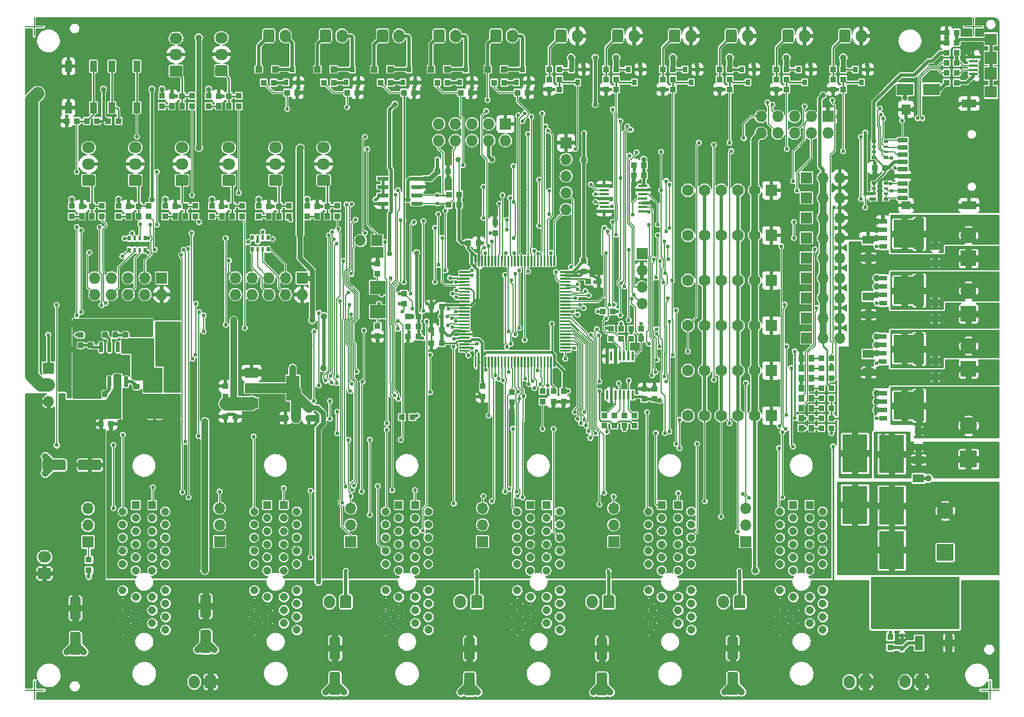
<source format=gtl>
G04 #@! TF.GenerationSoftware,KiCad,Pcbnew,5.99.0-unknown-d20d310~86~ubuntu19.10.1*
G04 #@! TF.CreationDate,2019-12-13T13:20:42-08:00*
G04 #@! TF.ProjectId,PrntrBoardV2,50726e74-7242-46f6-9172-6456322e6b69,rev?*
G04 #@! TF.SameCoordinates,Original*
G04 #@! TF.FileFunction,Copper,L1,Top*
G04 #@! TF.FilePolarity,Positive*
%FSLAX46Y46*%
G04 Gerber Fmt 4.6, Leading zero omitted, Abs format (unit mm)*
G04 Created by KiCad (PCBNEW 5.99.0-unknown-d20d310~86~ubuntu19.10.1) date 2019-12-13 13:20:42*
%MOMM*%
%LPD*%
G04 APERTURE LIST*
%ADD10C,0.600000*%
%ADD11R,3.200000X2.514000*%
%ADD12R,1.900000X2.500000*%
%ADD13R,1.800000X2.500000*%
%ADD14R,5.800000X6.400000*%
%ADD15R,1.200000X2.200000*%
%ADD16R,0.950000X0.875000*%
%ADD17R,0.450000X0.600000*%
%ADD18R,1.150000X0.700000*%
%ADD19R,1.550000X4.700000*%
%ADD20R,3.300000X4.200000*%
%ADD21R,0.875000X0.950000*%
%ADD22O,1.727200X1.727200*%
%ADD23R,1.727200X1.727200*%
%ADD24R,1.000000X1.700000*%
%ADD25O,2.000000X1.700000*%
%ADD26O,1.700000X2.000000*%
%ADD27R,0.450000X1.450000*%
%ADD28R,2.400000X2.000000*%
%ADD29R,1.208000X1.208000*%
%ADD30C,1.208000*%
%ADD31R,0.820000X1.000000*%
%ADD32R,1.600000X0.700000*%
%ADD33R,1.400000X1.200000*%
%ADD34R,1.400000X1.600000*%
%ADD35R,2.200000X1.200000*%
%ADD36R,2.000000X1.500000*%
%ADD37R,2.000000X3.800000*%
%ADD38R,1.450000X0.450000*%
%ADD39R,0.800000X0.900000*%
%ADD40R,0.800000X0.500000*%
%ADD41R,0.800000X0.400000*%
%ADD42R,0.500000X0.800000*%
%ADD43R,0.400000X0.800000*%
%ADD44O,1.700000X1.700000*%
%ADD45R,1.700000X1.700000*%
%ADD46O,1.950000X1.700000*%
%ADD47C,2.500000*%
%ADD48R,2.500000X2.500000*%
%ADD49R,2.400000X2.400000*%
%ADD50C,2.400000*%
%ADD51R,2.600000X2.600000*%
%ADD52C,2.600000*%
%ADD53R,1.900000X1.800000*%
%ADD54R,1.900000X1.900000*%
%ADD55R,1.350000X0.400000*%
%ADD56R,3.000000X0.127000*%
%ADD57R,0.127000X3.000000*%
%ADD58R,3.810000X5.740000*%
%ADD59R,1.000000X1.000000*%
%ADD60R,2.500000X1.800000*%
%ADD61R,1.750000X1.250000*%
%ADD62R,1.778000X1.778000*%
%ADD63C,1.778000*%
%ADD64C,0.800000*%
%ADD65C,0.508000*%
%ADD66C,1.000000*%
%ADD67C,2.000000*%
%ADD68C,1.000000*%
%ADD69C,0.508000*%
%ADD70C,0.127000*%
%ADD71C,0.381000*%
%ADD72C,0.500000*%
%ADD73C,0.800000*%
%ADD74C,0.254000*%
%ADD75C,0.203200*%
%ADD76C,1.500000*%
%ADD77C,0.250000*%
%ADD78C,0.152400*%
G04 APERTURE END LIST*
D10*
X38100000Y-111350000D03*
X36150000Y-111350000D03*
X35500000Y-111350000D03*
X36800000Y-111350000D03*
X37450000Y-111350000D03*
X38100000Y-112200000D03*
X36150000Y-112200000D03*
X35500000Y-112200000D03*
X36800000Y-112200000D03*
X37450000Y-112200000D03*
X35500000Y-113050000D03*
X36150000Y-113050000D03*
D11*
X36800000Y-112200000D03*
D10*
X38100000Y-113050000D03*
X37450000Y-113050000D03*
X36800000Y-113050000D03*
G04 #@! TA.AperFunction,SMDPad,CuDef*
G36*
X38912403Y-108761418D02*
G01*
X38961066Y-108793934D01*
X38993582Y-108842597D01*
X39005000Y-108900000D01*
X39005000Y-110225000D01*
X38993582Y-110282403D01*
X38961066Y-110331066D01*
X38912403Y-110363582D01*
X38855000Y-110375000D01*
X38555000Y-110375000D01*
X38497597Y-110363582D01*
X38448934Y-110331066D01*
X38416418Y-110282403D01*
X38405000Y-110225000D01*
X38405000Y-108900000D01*
X38416418Y-108842597D01*
X38448934Y-108793934D01*
X38497597Y-108761418D01*
X38555000Y-108750000D01*
X38855000Y-108750000D01*
X38912403Y-108761418D01*
G37*
G04 #@! TD.AperFunction*
G04 #@! TA.AperFunction,SMDPad,CuDef*
G36*
X37642403Y-108761418D02*
G01*
X37691066Y-108793934D01*
X37723582Y-108842597D01*
X37735000Y-108900000D01*
X37735000Y-110225000D01*
X37723582Y-110282403D01*
X37691066Y-110331066D01*
X37642403Y-110363582D01*
X37585000Y-110375000D01*
X37285000Y-110375000D01*
X37227597Y-110363582D01*
X37178934Y-110331066D01*
X37146418Y-110282403D01*
X37135000Y-110225000D01*
X37135000Y-108900000D01*
X37146418Y-108842597D01*
X37178934Y-108793934D01*
X37227597Y-108761418D01*
X37285000Y-108750000D01*
X37585000Y-108750000D01*
X37642403Y-108761418D01*
G37*
G04 #@! TD.AperFunction*
G04 #@! TA.AperFunction,SMDPad,CuDef*
G36*
X36372403Y-108761418D02*
G01*
X36421066Y-108793934D01*
X36453582Y-108842597D01*
X36465000Y-108900000D01*
X36465000Y-110225000D01*
X36453582Y-110282403D01*
X36421066Y-110331066D01*
X36372403Y-110363582D01*
X36315000Y-110375000D01*
X36015000Y-110375000D01*
X35957597Y-110363582D01*
X35908934Y-110331066D01*
X35876418Y-110282403D01*
X35865000Y-110225000D01*
X35865000Y-108900000D01*
X35876418Y-108842597D01*
X35908934Y-108793934D01*
X35957597Y-108761418D01*
X36015000Y-108750000D01*
X36315000Y-108750000D01*
X36372403Y-108761418D01*
G37*
G04 #@! TD.AperFunction*
G04 #@! TA.AperFunction,SMDPad,CuDef*
G36*
X35102403Y-108761418D02*
G01*
X35151066Y-108793934D01*
X35183582Y-108842597D01*
X35195000Y-108900000D01*
X35195000Y-110225000D01*
X35183582Y-110282403D01*
X35151066Y-110331066D01*
X35102403Y-110363582D01*
X35045000Y-110375000D01*
X34745000Y-110375000D01*
X34687597Y-110363582D01*
X34638934Y-110331066D01*
X34606418Y-110282403D01*
X34595000Y-110225000D01*
X34595000Y-108900000D01*
X34606418Y-108842597D01*
X34638934Y-108793934D01*
X34687597Y-108761418D01*
X34745000Y-108750000D01*
X35045000Y-108750000D01*
X35102403Y-108761418D01*
G37*
G04 #@! TD.AperFunction*
G04 #@! TA.AperFunction,SMDPad,CuDef*
G36*
X35102403Y-114036418D02*
G01*
X35151066Y-114068934D01*
X35183582Y-114117597D01*
X35195000Y-114175000D01*
X35195000Y-115500000D01*
X35183582Y-115557403D01*
X35151066Y-115606066D01*
X35102403Y-115638582D01*
X35045000Y-115650000D01*
X34745000Y-115650000D01*
X34687597Y-115638582D01*
X34638934Y-115606066D01*
X34606418Y-115557403D01*
X34595000Y-115500000D01*
X34595000Y-114175000D01*
X34606418Y-114117597D01*
X34638934Y-114068934D01*
X34687597Y-114036418D01*
X34745000Y-114025000D01*
X35045000Y-114025000D01*
X35102403Y-114036418D01*
G37*
G04 #@! TD.AperFunction*
G04 #@! TA.AperFunction,SMDPad,CuDef*
G36*
X36372403Y-114036418D02*
G01*
X36421066Y-114068934D01*
X36453582Y-114117597D01*
X36465000Y-114175000D01*
X36465000Y-115500000D01*
X36453582Y-115557403D01*
X36421066Y-115606066D01*
X36372403Y-115638582D01*
X36315000Y-115650000D01*
X36015000Y-115650000D01*
X35957597Y-115638582D01*
X35908934Y-115606066D01*
X35876418Y-115557403D01*
X35865000Y-115500000D01*
X35865000Y-114175000D01*
X35876418Y-114117597D01*
X35908934Y-114068934D01*
X35957597Y-114036418D01*
X36015000Y-114025000D01*
X36315000Y-114025000D01*
X36372403Y-114036418D01*
G37*
G04 #@! TD.AperFunction*
G04 #@! TA.AperFunction,SMDPad,CuDef*
G36*
X37642403Y-114036418D02*
G01*
X37691066Y-114068934D01*
X37723582Y-114117597D01*
X37735000Y-114175000D01*
X37735000Y-115500000D01*
X37723582Y-115557403D01*
X37691066Y-115606066D01*
X37642403Y-115638582D01*
X37585000Y-115650000D01*
X37285000Y-115650000D01*
X37227597Y-115638582D01*
X37178934Y-115606066D01*
X37146418Y-115557403D01*
X37135000Y-115500000D01*
X37135000Y-114175000D01*
X37146418Y-114117597D01*
X37178934Y-114068934D01*
X37227597Y-114036418D01*
X37285000Y-114025000D01*
X37585000Y-114025000D01*
X37642403Y-114036418D01*
G37*
G04 #@! TD.AperFunction*
G04 #@! TA.AperFunction,SMDPad,CuDef*
G36*
X38912403Y-114036418D02*
G01*
X38961066Y-114068934D01*
X38993582Y-114117597D01*
X39005000Y-114175000D01*
X39005000Y-115500000D01*
X38993582Y-115557403D01*
X38961066Y-115606066D01*
X38912403Y-115638582D01*
X38855000Y-115650000D01*
X38555000Y-115650000D01*
X38497597Y-115638582D01*
X38448934Y-115606066D01*
X38416418Y-115557403D01*
X38405000Y-115500000D01*
X38405000Y-114175000D01*
X38416418Y-114117597D01*
X38448934Y-114068934D01*
X38497597Y-114036418D01*
X38555000Y-114025000D01*
X38855000Y-114025000D01*
X38912403Y-114036418D01*
G37*
G04 #@! TD.AperFunction*
G04 #@! TA.AperFunction,SMDPad,CuDef*
G36*
X33639962Y-108866651D02*
G01*
X33710930Y-108914070D01*
X33758349Y-108985038D01*
X33775000Y-109068750D01*
X33775000Y-109506250D01*
X33758349Y-109589962D01*
X33710930Y-109660930D01*
X33639962Y-109708349D01*
X33556250Y-109725000D01*
X33043750Y-109725000D01*
X32960038Y-109708349D01*
X32889070Y-109660930D01*
X32841651Y-109589962D01*
X32825000Y-109506250D01*
X32825000Y-109068750D01*
X32841651Y-108985038D01*
X32889070Y-108914070D01*
X32960038Y-108866651D01*
X33043750Y-108850000D01*
X33556250Y-108850000D01*
X33639962Y-108866651D01*
G37*
G04 #@! TD.AperFunction*
G04 #@! TA.AperFunction,SMDPad,CuDef*
G36*
X33639962Y-107291651D02*
G01*
X33710930Y-107339070D01*
X33758349Y-107410038D01*
X33775000Y-107493750D01*
X33775000Y-107931250D01*
X33758349Y-108014962D01*
X33710930Y-108085930D01*
X33639962Y-108133349D01*
X33556250Y-108150000D01*
X33043750Y-108150000D01*
X32960038Y-108133349D01*
X32889070Y-108085930D01*
X32841651Y-108014962D01*
X32825000Y-107931250D01*
X32825000Y-107493750D01*
X32841651Y-107410038D01*
X32889070Y-107339070D01*
X32960038Y-107291651D01*
X33043750Y-107275000D01*
X33556250Y-107275000D01*
X33639962Y-107291651D01*
G37*
G04 #@! TD.AperFunction*
G04 #@! TA.AperFunction,SMDPad,CuDef*
G36*
X32139962Y-108866651D02*
G01*
X32210930Y-108914070D01*
X32258349Y-108985038D01*
X32275000Y-109068750D01*
X32275000Y-109506250D01*
X32258349Y-109589962D01*
X32210930Y-109660930D01*
X32139962Y-109708349D01*
X32056250Y-109725000D01*
X31543750Y-109725000D01*
X31460038Y-109708349D01*
X31389070Y-109660930D01*
X31341651Y-109589962D01*
X31325000Y-109506250D01*
X31325000Y-109068750D01*
X31341651Y-108985038D01*
X31389070Y-108914070D01*
X31460038Y-108866651D01*
X31543750Y-108850000D01*
X32056250Y-108850000D01*
X32139962Y-108866651D01*
G37*
G04 #@! TD.AperFunction*
G04 #@! TA.AperFunction,SMDPad,CuDef*
G36*
X32139962Y-107291651D02*
G01*
X32210930Y-107339070D01*
X32258349Y-107410038D01*
X32275000Y-107493750D01*
X32275000Y-107931250D01*
X32258349Y-108014962D01*
X32210930Y-108085930D01*
X32139962Y-108133349D01*
X32056250Y-108150000D01*
X31543750Y-108150000D01*
X31460038Y-108133349D01*
X31389070Y-108085930D01*
X31341651Y-108014962D01*
X31325000Y-107931250D01*
X31325000Y-107493750D01*
X31341651Y-107410038D01*
X31389070Y-107339070D01*
X31460038Y-107291651D01*
X31543750Y-107275000D01*
X32056250Y-107275000D01*
X32139962Y-107291651D01*
G37*
G04 #@! TD.AperFunction*
G04 #@! TA.AperFunction,SMDPad,CuDef*
G36*
X38939962Y-105691651D02*
G01*
X39010930Y-105739070D01*
X39058349Y-105810038D01*
X39075000Y-105893750D01*
X39075000Y-106331250D01*
X39058349Y-106414962D01*
X39010930Y-106485930D01*
X38939962Y-106533349D01*
X38856250Y-106550000D01*
X38343750Y-106550000D01*
X38260038Y-106533349D01*
X38189070Y-106485930D01*
X38141651Y-106414962D01*
X38125000Y-106331250D01*
X38125000Y-105893750D01*
X38141651Y-105810038D01*
X38189070Y-105739070D01*
X38260038Y-105691651D01*
X38343750Y-105675000D01*
X38856250Y-105675000D01*
X38939962Y-105691651D01*
G37*
G04 #@! TD.AperFunction*
G04 #@! TA.AperFunction,SMDPad,CuDef*
G36*
X38939962Y-107266651D02*
G01*
X39010930Y-107314070D01*
X39058349Y-107385038D01*
X39075000Y-107468750D01*
X39075000Y-107906250D01*
X39058349Y-107989962D01*
X39010930Y-108060930D01*
X38939962Y-108108349D01*
X38856250Y-108125000D01*
X38343750Y-108125000D01*
X38260038Y-108108349D01*
X38189070Y-108060930D01*
X38141651Y-107989962D01*
X38125000Y-107906250D01*
X38125000Y-107468750D01*
X38141651Y-107385038D01*
X38189070Y-107314070D01*
X38260038Y-107266651D01*
X38343750Y-107250000D01*
X38856250Y-107250000D01*
X38939962Y-107266651D01*
G37*
G04 #@! TD.AperFunction*
G04 #@! TA.AperFunction,SMDPad,CuDef*
G36*
X34214962Y-116241651D02*
G01*
X34285930Y-116289070D01*
X34333349Y-116360038D01*
X34350000Y-116443750D01*
X34350000Y-116956250D01*
X34333349Y-117039962D01*
X34285930Y-117110930D01*
X34214962Y-117158349D01*
X34131250Y-117175000D01*
X33693750Y-117175000D01*
X33610038Y-117158349D01*
X33539070Y-117110930D01*
X33491651Y-117039962D01*
X33475000Y-116956250D01*
X33475000Y-116443750D01*
X33491651Y-116360038D01*
X33539070Y-116289070D01*
X33610038Y-116241651D01*
X33693750Y-116225000D01*
X34131250Y-116225000D01*
X34214962Y-116241651D01*
G37*
G04 #@! TD.AperFunction*
G04 #@! TA.AperFunction,SMDPad,CuDef*
G36*
X35789962Y-116241651D02*
G01*
X35860930Y-116289070D01*
X35908349Y-116360038D01*
X35925000Y-116443750D01*
X35925000Y-116956250D01*
X35908349Y-117039962D01*
X35860930Y-117110930D01*
X35789962Y-117158349D01*
X35706250Y-117175000D01*
X35268750Y-117175000D01*
X35185038Y-117158349D01*
X35114070Y-117110930D01*
X35066651Y-117039962D01*
X35050000Y-116956250D01*
X35050000Y-116443750D01*
X35066651Y-116360038D01*
X35114070Y-116289070D01*
X35185038Y-116241651D01*
X35268750Y-116225000D01*
X35706250Y-116225000D01*
X35789962Y-116241651D01*
G37*
G04 #@! TD.AperFunction*
D12*
X44750000Y-110200000D03*
X40650000Y-110200000D03*
D13*
X43100000Y-118900000D03*
X43100000Y-114900000D03*
G04 #@! TA.AperFunction,SMDPad,CuDef*
G36*
X42514962Y-105841651D02*
G01*
X42585930Y-105889070D01*
X42633349Y-105960038D01*
X42650000Y-106043750D01*
X42650000Y-106556250D01*
X42633349Y-106639962D01*
X42585930Y-106710930D01*
X42514962Y-106758349D01*
X42431250Y-106775000D01*
X41993750Y-106775000D01*
X41910038Y-106758349D01*
X41839070Y-106710930D01*
X41791651Y-106639962D01*
X41775000Y-106556250D01*
X41775000Y-106043750D01*
X41791651Y-105960038D01*
X41839070Y-105889070D01*
X41910038Y-105841651D01*
X41993750Y-105825000D01*
X42431250Y-105825000D01*
X42514962Y-105841651D01*
G37*
G04 #@! TD.AperFunction*
G04 #@! TA.AperFunction,SMDPad,CuDef*
G36*
X44089962Y-105841651D02*
G01*
X44160930Y-105889070D01*
X44208349Y-105960038D01*
X44225000Y-106043750D01*
X44225000Y-106556250D01*
X44208349Y-106639962D01*
X44160930Y-106710930D01*
X44089962Y-106758349D01*
X44006250Y-106775000D01*
X43568750Y-106775000D01*
X43485038Y-106758349D01*
X43414070Y-106710930D01*
X43366651Y-106639962D01*
X43350000Y-106556250D01*
X43350000Y-106043750D01*
X43366651Y-105960038D01*
X43414070Y-105889070D01*
X43485038Y-105841651D01*
X43568750Y-105825000D01*
X44006250Y-105825000D01*
X44089962Y-105841651D01*
G37*
G04 #@! TD.AperFunction*
G04 #@! TA.AperFunction,SMDPad,CuDef*
G36*
X46549529Y-116868554D02*
G01*
X46628607Y-116921393D01*
X46681446Y-117000471D01*
X46700000Y-117093750D01*
X46700000Y-117581250D01*
X46681446Y-117674529D01*
X46628607Y-117753607D01*
X46549529Y-117806446D01*
X46456250Y-117825000D01*
X45543750Y-117825000D01*
X45450471Y-117806446D01*
X45371393Y-117753607D01*
X45318554Y-117674529D01*
X45300000Y-117581250D01*
X45300000Y-117093750D01*
X45318554Y-117000471D01*
X45371393Y-116921393D01*
X45450471Y-116868554D01*
X45543750Y-116850000D01*
X46456250Y-116850000D01*
X46549529Y-116868554D01*
G37*
G04 #@! TD.AperFunction*
G04 #@! TA.AperFunction,SMDPad,CuDef*
G36*
X46549529Y-114993554D02*
G01*
X46628607Y-115046393D01*
X46681446Y-115125471D01*
X46700000Y-115218750D01*
X46700000Y-115706250D01*
X46681446Y-115799529D01*
X46628607Y-115878607D01*
X46549529Y-115931446D01*
X46456250Y-115950000D01*
X45543750Y-115950000D01*
X45450471Y-115931446D01*
X45371393Y-115878607D01*
X45318554Y-115799529D01*
X45300000Y-115706250D01*
X45300000Y-115218750D01*
X45318554Y-115125471D01*
X45371393Y-115046393D01*
X45450471Y-114993554D01*
X45543750Y-114975000D01*
X46456250Y-114975000D01*
X46549529Y-114993554D01*
G37*
G04 #@! TD.AperFunction*
G04 #@! TA.AperFunction,SMDPad,CuDef*
G36*
X37389962Y-107241651D02*
G01*
X37460930Y-107289070D01*
X37508349Y-107360038D01*
X37525000Y-107443750D01*
X37525000Y-107956250D01*
X37508349Y-108039962D01*
X37460930Y-108110930D01*
X37389962Y-108158349D01*
X37306250Y-108175000D01*
X36868750Y-108175000D01*
X36785038Y-108158349D01*
X36714070Y-108110930D01*
X36666651Y-108039962D01*
X36650000Y-107956250D01*
X36650000Y-107443750D01*
X36666651Y-107360038D01*
X36714070Y-107289070D01*
X36785038Y-107241651D01*
X36868750Y-107225000D01*
X37306250Y-107225000D01*
X37389962Y-107241651D01*
G37*
G04 #@! TD.AperFunction*
G04 #@! TA.AperFunction,SMDPad,CuDef*
G36*
X35814962Y-107241651D02*
G01*
X35885930Y-107289070D01*
X35933349Y-107360038D01*
X35950000Y-107443750D01*
X35950000Y-107956250D01*
X35933349Y-108039962D01*
X35885930Y-108110930D01*
X35814962Y-108158349D01*
X35731250Y-108175000D01*
X35293750Y-108175000D01*
X35210038Y-108158349D01*
X35139070Y-108110930D01*
X35091651Y-108039962D01*
X35075000Y-107956250D01*
X35075000Y-107443750D01*
X35091651Y-107360038D01*
X35139070Y-107289070D01*
X35210038Y-107241651D01*
X35293750Y-107225000D01*
X35731250Y-107225000D01*
X35814962Y-107241651D01*
G37*
G04 #@! TD.AperFunction*
G04 #@! TA.AperFunction,SMDPad,CuDef*
G36*
X40639962Y-115166651D02*
G01*
X40710930Y-115214070D01*
X40758349Y-115285038D01*
X40775000Y-115368750D01*
X40775000Y-115806250D01*
X40758349Y-115889962D01*
X40710930Y-115960930D01*
X40639962Y-116008349D01*
X40556250Y-116025000D01*
X40043750Y-116025000D01*
X39960038Y-116008349D01*
X39889070Y-115960930D01*
X39841651Y-115889962D01*
X39825000Y-115806250D01*
X39825000Y-115368750D01*
X39841651Y-115285038D01*
X39889070Y-115214070D01*
X39960038Y-115166651D01*
X40043750Y-115150000D01*
X40556250Y-115150000D01*
X40639962Y-115166651D01*
G37*
G04 #@! TD.AperFunction*
G04 #@! TA.AperFunction,SMDPad,CuDef*
G36*
X40639962Y-113591651D02*
G01*
X40710930Y-113639070D01*
X40758349Y-113710038D01*
X40775000Y-113793750D01*
X40775000Y-114231250D01*
X40758349Y-114314962D01*
X40710930Y-114385930D01*
X40639962Y-114433349D01*
X40556250Y-114450000D01*
X40043750Y-114450000D01*
X39960038Y-114433349D01*
X39889070Y-114385930D01*
X39841651Y-114314962D01*
X39825000Y-114231250D01*
X39825000Y-113793750D01*
X39841651Y-113710038D01*
X39889070Y-113639070D01*
X39960038Y-113591651D01*
X40043750Y-113575000D01*
X40556250Y-113575000D01*
X40639962Y-113591651D01*
G37*
G04 #@! TD.AperFunction*
G04 #@! TA.AperFunction,SMDPad,CuDef*
G36*
X40470671Y-116644030D02*
G01*
X40551777Y-116698223D01*
X40605970Y-116779329D01*
X40625000Y-116875000D01*
X40625000Y-118125000D01*
X40605970Y-118220671D01*
X40551777Y-118301777D01*
X40470671Y-118355970D01*
X40375000Y-118375000D01*
X39625000Y-118375000D01*
X39529329Y-118355970D01*
X39448223Y-118301777D01*
X39394030Y-118220671D01*
X39375000Y-118125000D01*
X39375000Y-116875000D01*
X39394030Y-116779329D01*
X39448223Y-116698223D01*
X39529329Y-116644030D01*
X39625000Y-116625000D01*
X40375000Y-116625000D01*
X40470671Y-116644030D01*
G37*
G04 #@! TD.AperFunction*
G04 #@! TA.AperFunction,SMDPad,CuDef*
G36*
X37670671Y-116644030D02*
G01*
X37751777Y-116698223D01*
X37805970Y-116779329D01*
X37825000Y-116875000D01*
X37825000Y-118125000D01*
X37805970Y-118220671D01*
X37751777Y-118301777D01*
X37670671Y-118355970D01*
X37575000Y-118375000D01*
X36825000Y-118375000D01*
X36729329Y-118355970D01*
X36648223Y-118301777D01*
X36594030Y-118220671D01*
X36575000Y-118125000D01*
X36575000Y-116875000D01*
X36594030Y-116779329D01*
X36648223Y-116698223D01*
X36729329Y-116644030D01*
X36825000Y-116625000D01*
X37575000Y-116625000D01*
X37670671Y-116644030D01*
G37*
G04 #@! TD.AperFunction*
D14*
X161600000Y-148300000D03*
D15*
X163880000Y-154600000D03*
X159320000Y-154600000D03*
D16*
X155000000Y-155287500D03*
X155000000Y-153712500D03*
D17*
X156750000Y-155550000D03*
X156750000Y-153450000D03*
D18*
X153883000Y-100325000D03*
X153883000Y-99055000D03*
X153883000Y-101605000D03*
D19*
X159353000Y-100965000D03*
D20*
X157153000Y-100965000D03*
D18*
X153883000Y-102875000D03*
X153864000Y-109215000D03*
X153864000Y-107945000D03*
X153864000Y-110495000D03*
D19*
X159334000Y-109855000D03*
D20*
X157134000Y-109855000D03*
D18*
X153864000Y-111765000D03*
X153883000Y-91689000D03*
X153883000Y-90419000D03*
X153883000Y-92969000D03*
D19*
X159353000Y-92329000D03*
D20*
X157153000Y-92329000D03*
D18*
X153883000Y-94239000D03*
X153883000Y-117851000D03*
X153883000Y-116581000D03*
X153883000Y-119131000D03*
D19*
X159353000Y-118491000D03*
D20*
X157153000Y-118491000D03*
D18*
X153883000Y-120401000D03*
D21*
X82287500Y-120250000D03*
X80712500Y-120250000D03*
D16*
X77000000Y-106362500D03*
X77000000Y-107937500D03*
D22*
X135340000Y-77040000D03*
X135340000Y-74500000D03*
X137880000Y-77040000D03*
X137880000Y-74500000D03*
X140420000Y-77040000D03*
X140420000Y-74500000D03*
X142960000Y-77040000D03*
X142960000Y-74500000D03*
X145500000Y-77040000D03*
D23*
X145500000Y-74500000D03*
D21*
X34862500Y-121300000D03*
X36437500Y-121300000D03*
G04 #@! TA.AperFunction,SMDPad,CuDef*
G36*
X83748403Y-83658418D02*
G01*
X83797066Y-83690934D01*
X83829582Y-83739597D01*
X83841000Y-83797000D01*
X83841000Y-84097000D01*
X83829582Y-84154403D01*
X83797066Y-84203066D01*
X83748403Y-84235582D01*
X83691000Y-84247000D01*
X82241000Y-84247000D01*
X82183597Y-84235582D01*
X82134934Y-84203066D01*
X82102418Y-84154403D01*
X82091000Y-84097000D01*
X82091000Y-83797000D01*
X82102418Y-83739597D01*
X82134934Y-83690934D01*
X82183597Y-83658418D01*
X82241000Y-83647000D01*
X83691000Y-83647000D01*
X83748403Y-83658418D01*
G37*
G04 #@! TD.AperFunction*
G04 #@! TA.AperFunction,SMDPad,CuDef*
G36*
X83748403Y-84928418D02*
G01*
X83797066Y-84960934D01*
X83829582Y-85009597D01*
X83841000Y-85067000D01*
X83841000Y-85367000D01*
X83829582Y-85424403D01*
X83797066Y-85473066D01*
X83748403Y-85505582D01*
X83691000Y-85517000D01*
X82241000Y-85517000D01*
X82183597Y-85505582D01*
X82134934Y-85473066D01*
X82102418Y-85424403D01*
X82091000Y-85367000D01*
X82091000Y-85067000D01*
X82102418Y-85009597D01*
X82134934Y-84960934D01*
X82183597Y-84928418D01*
X82241000Y-84917000D01*
X83691000Y-84917000D01*
X83748403Y-84928418D01*
G37*
G04 #@! TD.AperFunction*
G04 #@! TA.AperFunction,SMDPad,CuDef*
G36*
X83748403Y-86198418D02*
G01*
X83797066Y-86230934D01*
X83829582Y-86279597D01*
X83841000Y-86337000D01*
X83841000Y-86637000D01*
X83829582Y-86694403D01*
X83797066Y-86743066D01*
X83748403Y-86775582D01*
X83691000Y-86787000D01*
X82241000Y-86787000D01*
X82183597Y-86775582D01*
X82134934Y-86743066D01*
X82102418Y-86694403D01*
X82091000Y-86637000D01*
X82091000Y-86337000D01*
X82102418Y-86279597D01*
X82134934Y-86230934D01*
X82183597Y-86198418D01*
X82241000Y-86187000D01*
X83691000Y-86187000D01*
X83748403Y-86198418D01*
G37*
G04 #@! TD.AperFunction*
G04 #@! TA.AperFunction,SMDPad,CuDef*
G36*
X83748403Y-87468418D02*
G01*
X83797066Y-87500934D01*
X83829582Y-87549597D01*
X83841000Y-87607000D01*
X83841000Y-87907000D01*
X83829582Y-87964403D01*
X83797066Y-88013066D01*
X83748403Y-88045582D01*
X83691000Y-88057000D01*
X82241000Y-88057000D01*
X82183597Y-88045582D01*
X82134934Y-88013066D01*
X82102418Y-87964403D01*
X82091000Y-87907000D01*
X82091000Y-87607000D01*
X82102418Y-87549597D01*
X82134934Y-87500934D01*
X82183597Y-87468418D01*
X82241000Y-87457000D01*
X83691000Y-87457000D01*
X83748403Y-87468418D01*
G37*
G04 #@! TD.AperFunction*
G04 #@! TA.AperFunction,SMDPad,CuDef*
G36*
X78598403Y-87468418D02*
G01*
X78647066Y-87500934D01*
X78679582Y-87549597D01*
X78691000Y-87607000D01*
X78691000Y-87907000D01*
X78679582Y-87964403D01*
X78647066Y-88013066D01*
X78598403Y-88045582D01*
X78541000Y-88057000D01*
X77091000Y-88057000D01*
X77033597Y-88045582D01*
X76984934Y-88013066D01*
X76952418Y-87964403D01*
X76941000Y-87907000D01*
X76941000Y-87607000D01*
X76952418Y-87549597D01*
X76984934Y-87500934D01*
X77033597Y-87468418D01*
X77091000Y-87457000D01*
X78541000Y-87457000D01*
X78598403Y-87468418D01*
G37*
G04 #@! TD.AperFunction*
G04 #@! TA.AperFunction,SMDPad,CuDef*
G36*
X78598403Y-86198418D02*
G01*
X78647066Y-86230934D01*
X78679582Y-86279597D01*
X78691000Y-86337000D01*
X78691000Y-86637000D01*
X78679582Y-86694403D01*
X78647066Y-86743066D01*
X78598403Y-86775582D01*
X78541000Y-86787000D01*
X77091000Y-86787000D01*
X77033597Y-86775582D01*
X76984934Y-86743066D01*
X76952418Y-86694403D01*
X76941000Y-86637000D01*
X76941000Y-86337000D01*
X76952418Y-86279597D01*
X76984934Y-86230934D01*
X77033597Y-86198418D01*
X77091000Y-86187000D01*
X78541000Y-86187000D01*
X78598403Y-86198418D01*
G37*
G04 #@! TD.AperFunction*
G04 #@! TA.AperFunction,SMDPad,CuDef*
G36*
X78598403Y-84928418D02*
G01*
X78647066Y-84960934D01*
X78679582Y-85009597D01*
X78691000Y-85067000D01*
X78691000Y-85367000D01*
X78679582Y-85424403D01*
X78647066Y-85473066D01*
X78598403Y-85505582D01*
X78541000Y-85517000D01*
X77091000Y-85517000D01*
X77033597Y-85505582D01*
X76984934Y-85473066D01*
X76952418Y-85424403D01*
X76941000Y-85367000D01*
X76941000Y-85067000D01*
X76952418Y-85009597D01*
X76984934Y-84960934D01*
X77033597Y-84928418D01*
X77091000Y-84917000D01*
X78541000Y-84917000D01*
X78598403Y-84928418D01*
G37*
G04 #@! TD.AperFunction*
G04 #@! TA.AperFunction,SMDPad,CuDef*
G36*
X78598403Y-83658418D02*
G01*
X78647066Y-83690934D01*
X78679582Y-83739597D01*
X78691000Y-83797000D01*
X78691000Y-84097000D01*
X78679582Y-84154403D01*
X78647066Y-84203066D01*
X78598403Y-84235582D01*
X78541000Y-84247000D01*
X77091000Y-84247000D01*
X77033597Y-84235582D01*
X76984934Y-84203066D01*
X76952418Y-84154403D01*
X76941000Y-84097000D01*
X76941000Y-83797000D01*
X76952418Y-83739597D01*
X76984934Y-83690934D01*
X77033597Y-83658418D01*
X77091000Y-83647000D01*
X78541000Y-83647000D01*
X78598403Y-83658418D01*
G37*
G04 #@! TD.AperFunction*
D24*
X33772000Y-66852000D03*
X29972000Y-66852000D03*
X33772000Y-73152000D03*
X29972000Y-73152000D03*
X40376000Y-66852000D03*
X36576000Y-66852000D03*
X40376000Y-73152000D03*
X36576000Y-73152000D03*
D25*
X26289000Y-141518000D03*
G04 #@! TA.AperFunction,ComponentPad*
G36*
X27134671Y-143187030D02*
G01*
X27215777Y-143241223D01*
X27269970Y-143322329D01*
X27289000Y-143418000D01*
X27289000Y-144618000D01*
X27269970Y-144713671D01*
X27215777Y-144794777D01*
X27134671Y-144848970D01*
X27039000Y-144868000D01*
X25539000Y-144868000D01*
X25443329Y-144848970D01*
X25362223Y-144794777D01*
X25308030Y-144713671D01*
X25289000Y-144618000D01*
X25289000Y-143418000D01*
X25308030Y-143322329D01*
X25362223Y-143241223D01*
X25443329Y-143187030D01*
X25539000Y-143168000D01*
X27039000Y-143168000D01*
X27134671Y-143187030D01*
G37*
G04 #@! TD.AperFunction*
D26*
X157250000Y-160500000D03*
G04 #@! TA.AperFunction,ComponentPad*
G36*
X160445671Y-159519030D02*
G01*
X160526777Y-159573223D01*
X160580970Y-159654329D01*
X160600000Y-159750000D01*
X160600000Y-161250000D01*
X160580970Y-161345671D01*
X160526777Y-161426777D01*
X160445671Y-161480970D01*
X160350000Y-161500000D01*
X159150000Y-161500000D01*
X159054329Y-161480970D01*
X158973223Y-161426777D01*
X158919030Y-161345671D01*
X158900000Y-161250000D01*
X158900000Y-159750000D01*
X158919030Y-159654329D01*
X158973223Y-159573223D01*
X159054329Y-159519030D01*
X159150000Y-159500000D01*
X160350000Y-159500000D01*
X160445671Y-159519030D01*
G37*
G04 #@! TD.AperFunction*
X109641000Y-148336000D03*
G04 #@! TA.AperFunction,ComponentPad*
G36*
X112836671Y-147355030D02*
G01*
X112917777Y-147409223D01*
X112971970Y-147490329D01*
X112991000Y-147586000D01*
X112991000Y-149086000D01*
X112971970Y-149181671D01*
X112917777Y-149262777D01*
X112836671Y-149316970D01*
X112741000Y-149336000D01*
X111541000Y-149336000D01*
X111445329Y-149316970D01*
X111364223Y-149262777D01*
X111310030Y-149181671D01*
X111291000Y-149086000D01*
X111291000Y-147586000D01*
X111310030Y-147490329D01*
X111364223Y-147409223D01*
X111445329Y-147355030D01*
X111541000Y-147336000D01*
X112741000Y-147336000D01*
X112836671Y-147355030D01*
G37*
G04 #@! TD.AperFunction*
X89575000Y-148336000D03*
G04 #@! TA.AperFunction,ComponentPad*
G36*
X92770671Y-147355030D02*
G01*
X92851777Y-147409223D01*
X92905970Y-147490329D01*
X92925000Y-147586000D01*
X92925000Y-149086000D01*
X92905970Y-149181671D01*
X92851777Y-149262777D01*
X92770671Y-149316970D01*
X92675000Y-149336000D01*
X91475000Y-149336000D01*
X91379329Y-149316970D01*
X91298223Y-149262777D01*
X91244030Y-149181671D01*
X91225000Y-149086000D01*
X91225000Y-147586000D01*
X91244030Y-147490329D01*
X91298223Y-147409223D01*
X91379329Y-147355030D01*
X91475000Y-147336000D01*
X92675000Y-147336000D01*
X92770671Y-147355030D01*
G37*
G04 #@! TD.AperFunction*
D27*
X115805500Y-116869000D03*
X115155500Y-116869000D03*
X114505500Y-116869000D03*
X113855500Y-116869000D03*
X113205500Y-116869000D03*
X112555500Y-116869000D03*
X111905500Y-116869000D03*
X111905500Y-110969000D03*
X112555500Y-110969000D03*
X113205500Y-110969000D03*
X113855500Y-110969000D03*
X114505500Y-110969000D03*
X115155500Y-110969000D03*
X115805500Y-110969000D03*
D28*
X77025500Y-104212000D03*
X77025500Y-100512000D03*
G04 #@! TA.AperFunction,SMDPad,CuDef*
G36*
X29375671Y-126727030D02*
G01*
X29456777Y-126781223D01*
X29510970Y-126862329D01*
X29530000Y-126958000D01*
X29530000Y-128058000D01*
X29510970Y-128153671D01*
X29456777Y-128234777D01*
X29375671Y-128288970D01*
X29280000Y-128308000D01*
X26280000Y-128308000D01*
X26184329Y-128288970D01*
X26103223Y-128234777D01*
X26049030Y-128153671D01*
X26030000Y-128058000D01*
X26030000Y-126958000D01*
X26049030Y-126862329D01*
X26103223Y-126781223D01*
X26184329Y-126727030D01*
X26280000Y-126708000D01*
X29280000Y-126708000D01*
X29375671Y-126727030D01*
G37*
G04 #@! TD.AperFunction*
G04 #@! TA.AperFunction,SMDPad,CuDef*
G36*
X34775671Y-126727030D02*
G01*
X34856777Y-126781223D01*
X34910970Y-126862329D01*
X34930000Y-126958000D01*
X34930000Y-128058000D01*
X34910970Y-128153671D01*
X34856777Y-128234777D01*
X34775671Y-128288970D01*
X34680000Y-128308000D01*
X31680000Y-128308000D01*
X31584329Y-128288970D01*
X31503223Y-128234777D01*
X31449030Y-128153671D01*
X31430000Y-128058000D01*
X31430000Y-126958000D01*
X31449030Y-126862329D01*
X31503223Y-126781223D01*
X31584329Y-126727030D01*
X31680000Y-126708000D01*
X34680000Y-126708000D01*
X34775671Y-126727030D01*
G37*
G04 #@! TD.AperFunction*
D26*
X148757000Y-160528000D03*
G04 #@! TA.AperFunction,ComponentPad*
G36*
X151952671Y-159547030D02*
G01*
X152033777Y-159601223D01*
X152087970Y-159682329D01*
X152107000Y-159778000D01*
X152107000Y-161278000D01*
X152087970Y-161373671D01*
X152033777Y-161454777D01*
X151952671Y-161508970D01*
X151857000Y-161528000D01*
X150657000Y-161528000D01*
X150561329Y-161508970D01*
X150480223Y-161454777D01*
X150426030Y-161373671D01*
X150407000Y-161278000D01*
X150407000Y-159778000D01*
X150426030Y-159682329D01*
X150480223Y-159601223D01*
X150561329Y-159547030D01*
X150657000Y-159528000D01*
X151857000Y-159528000D01*
X151952671Y-159547030D01*
G37*
G04 #@! TD.AperFunction*
X49062000Y-160528000D03*
G04 #@! TA.AperFunction,ComponentPad*
G36*
X52257671Y-159547030D02*
G01*
X52338777Y-159601223D01*
X52392970Y-159682329D01*
X52412000Y-159778000D01*
X52412000Y-161278000D01*
X52392970Y-161373671D01*
X52338777Y-161454777D01*
X52257671Y-161508970D01*
X52162000Y-161528000D01*
X50962000Y-161528000D01*
X50866329Y-161508970D01*
X50785223Y-161454777D01*
X50731030Y-161373671D01*
X50712000Y-161278000D01*
X50712000Y-159778000D01*
X50731030Y-159682329D01*
X50785223Y-159601223D01*
X50866329Y-159547030D01*
X50962000Y-159528000D01*
X52162000Y-159528000D01*
X52257671Y-159547030D01*
G37*
G04 #@! TD.AperFunction*
X129580000Y-148336000D03*
G04 #@! TA.AperFunction,ComponentPad*
G36*
X132775671Y-147355030D02*
G01*
X132856777Y-147409223D01*
X132910970Y-147490329D01*
X132930000Y-147586000D01*
X132930000Y-149086000D01*
X132910970Y-149181671D01*
X132856777Y-149262777D01*
X132775671Y-149316970D01*
X132680000Y-149336000D01*
X131480000Y-149336000D01*
X131384329Y-149316970D01*
X131303223Y-149262777D01*
X131249030Y-149181671D01*
X131230000Y-149086000D01*
X131230000Y-147586000D01*
X131249030Y-147490329D01*
X131303223Y-147409223D01*
X131384329Y-147355030D01*
X131480000Y-147336000D01*
X132680000Y-147336000D01*
X132775671Y-147355030D01*
G37*
G04 #@! TD.AperFunction*
X69636000Y-148336000D03*
G04 #@! TA.AperFunction,ComponentPad*
G36*
X72831671Y-147355030D02*
G01*
X72912777Y-147409223D01*
X72966970Y-147490329D01*
X72986000Y-147586000D01*
X72986000Y-149086000D01*
X72966970Y-149181671D01*
X72912777Y-149262777D01*
X72831671Y-149316970D01*
X72736000Y-149336000D01*
X71536000Y-149336000D01*
X71440329Y-149316970D01*
X71359223Y-149262777D01*
X71305030Y-149181671D01*
X71286000Y-149086000D01*
X71286000Y-147586000D01*
X71305030Y-147490329D01*
X71359223Y-147409223D01*
X71440329Y-147355030D01*
X71536000Y-147336000D01*
X72736000Y-147336000D01*
X72831671Y-147355030D01*
G37*
G04 #@! TD.AperFunction*
D22*
X86296500Y-78168500D03*
X86296500Y-75628500D03*
X88836500Y-78168500D03*
X88836500Y-75628500D03*
X91376500Y-78168500D03*
X91376500Y-75628500D03*
X93916500Y-78168500D03*
X93916500Y-75628500D03*
X96456500Y-78168500D03*
D23*
X96456500Y-75628500D03*
D29*
X142706000Y-133618000D03*
D30*
X144706000Y-134618000D03*
X142706000Y-135618000D03*
X144706000Y-136618000D03*
X142706000Y-137618000D03*
X144706000Y-138618000D03*
X142706000Y-139618000D03*
X144706000Y-140618000D03*
X142706000Y-141618000D03*
X144706000Y-142618000D03*
X144706000Y-146618000D03*
X142706000Y-147618000D03*
X144706000Y-148618000D03*
X142706000Y-149618000D03*
X144706000Y-150618000D03*
X142706000Y-151618000D03*
X144706000Y-152618000D03*
D29*
X140206000Y-133618000D03*
D30*
X138206000Y-134618000D03*
X140206000Y-135618000D03*
X138206000Y-136618000D03*
X140206000Y-137618000D03*
X138206000Y-138618000D03*
X140206000Y-139618000D03*
X138206000Y-140618000D03*
X140206000Y-141618000D03*
X138206000Y-142618000D03*
X138206000Y-146618000D03*
X140206000Y-147618000D03*
X138206000Y-148618000D03*
X140206000Y-149618000D03*
X138206000Y-150618000D03*
X140206000Y-151618000D03*
X138206000Y-152618000D03*
X142706000Y-143618000D03*
X140206000Y-143618000D03*
D29*
X122706000Y-133618000D03*
D30*
X124706000Y-134618000D03*
X122706000Y-135618000D03*
X124706000Y-136618000D03*
X122706000Y-137618000D03*
X124706000Y-138618000D03*
X122706000Y-139618000D03*
X124706000Y-140618000D03*
X122706000Y-141618000D03*
X124706000Y-142618000D03*
X124706000Y-146618000D03*
X122706000Y-147618000D03*
X124706000Y-148618000D03*
X122706000Y-149618000D03*
X124706000Y-150618000D03*
X122706000Y-151618000D03*
X124706000Y-152618000D03*
D29*
X120206000Y-133618000D03*
D30*
X118206000Y-134618000D03*
X120206000Y-135618000D03*
X118206000Y-136618000D03*
X120206000Y-137618000D03*
X118206000Y-138618000D03*
X120206000Y-139618000D03*
X118206000Y-140618000D03*
X120206000Y-141618000D03*
X118206000Y-142618000D03*
X118206000Y-146618000D03*
X120206000Y-147618000D03*
X118206000Y-148618000D03*
X120206000Y-149618000D03*
X118206000Y-150618000D03*
X120206000Y-151618000D03*
X118206000Y-152618000D03*
X122706000Y-143618000D03*
X120206000Y-143618000D03*
D29*
X102706000Y-133618000D03*
D30*
X104706000Y-134618000D03*
X102706000Y-135618000D03*
X104706000Y-136618000D03*
X102706000Y-137618000D03*
X104706000Y-138618000D03*
X102706000Y-139618000D03*
X104706000Y-140618000D03*
X102706000Y-141618000D03*
X104706000Y-142618000D03*
X104706000Y-146618000D03*
X102706000Y-147618000D03*
X104706000Y-148618000D03*
X102706000Y-149618000D03*
X104706000Y-150618000D03*
X102706000Y-151618000D03*
X104706000Y-152618000D03*
D29*
X100206000Y-133618000D03*
D30*
X98206000Y-134618000D03*
X100206000Y-135618000D03*
X98206000Y-136618000D03*
X100206000Y-137618000D03*
X98206000Y-138618000D03*
X100206000Y-139618000D03*
X98206000Y-140618000D03*
X100206000Y-141618000D03*
X98206000Y-142618000D03*
X98206000Y-146618000D03*
X100206000Y-147618000D03*
X98206000Y-148618000D03*
X100206000Y-149618000D03*
X98206000Y-150618000D03*
X100206000Y-151618000D03*
X98206000Y-152618000D03*
X102706000Y-143618000D03*
X100206000Y-143618000D03*
D29*
X82706000Y-133618000D03*
D30*
X84706000Y-134618000D03*
X82706000Y-135618000D03*
X84706000Y-136618000D03*
X82706000Y-137618000D03*
X84706000Y-138618000D03*
X82706000Y-139618000D03*
X84706000Y-140618000D03*
X82706000Y-141618000D03*
X84706000Y-142618000D03*
X84706000Y-146618000D03*
X82706000Y-147618000D03*
X84706000Y-148618000D03*
X82706000Y-149618000D03*
X84706000Y-150618000D03*
X82706000Y-151618000D03*
X84706000Y-152618000D03*
D29*
X80206000Y-133618000D03*
D30*
X78206000Y-134618000D03*
X80206000Y-135618000D03*
X78206000Y-136618000D03*
X80206000Y-137618000D03*
X78206000Y-138618000D03*
X80206000Y-139618000D03*
X78206000Y-140618000D03*
X80206000Y-141618000D03*
X78206000Y-142618000D03*
X78206000Y-146618000D03*
X80206000Y-147618000D03*
X78206000Y-148618000D03*
X80206000Y-149618000D03*
X78206000Y-150618000D03*
X80206000Y-151618000D03*
X78206000Y-152618000D03*
X82706000Y-143618000D03*
X80206000Y-143618000D03*
D29*
X62706000Y-133618000D03*
D30*
X64706000Y-134618000D03*
X62706000Y-135618000D03*
X64706000Y-136618000D03*
X62706000Y-137618000D03*
X64706000Y-138618000D03*
X62706000Y-139618000D03*
X64706000Y-140618000D03*
X62706000Y-141618000D03*
X64706000Y-142618000D03*
X64706000Y-146618000D03*
X62706000Y-147618000D03*
X64706000Y-148618000D03*
X62706000Y-149618000D03*
X64706000Y-150618000D03*
X62706000Y-151618000D03*
X64706000Y-152618000D03*
D29*
X60206000Y-133618000D03*
D30*
X58206000Y-134618000D03*
X60206000Y-135618000D03*
X58206000Y-136618000D03*
X60206000Y-137618000D03*
X58206000Y-138618000D03*
X60206000Y-139618000D03*
X58206000Y-140618000D03*
X60206000Y-141618000D03*
X58206000Y-142618000D03*
X58206000Y-146618000D03*
X60206000Y-147618000D03*
X58206000Y-148618000D03*
X60206000Y-149618000D03*
X58206000Y-150618000D03*
X60206000Y-151618000D03*
X58206000Y-152618000D03*
X62706000Y-143618000D03*
X60206000Y-143618000D03*
D29*
X42706000Y-133618000D03*
D30*
X44706000Y-134618000D03*
X42706000Y-135618000D03*
X44706000Y-136618000D03*
X42706000Y-137618000D03*
X44706000Y-138618000D03*
X42706000Y-139618000D03*
X44706000Y-140618000D03*
X42706000Y-141618000D03*
X44706000Y-142618000D03*
X44706000Y-146618000D03*
X42706000Y-147618000D03*
X44706000Y-148618000D03*
X42706000Y-149618000D03*
X44706000Y-150618000D03*
X42706000Y-151618000D03*
X44706000Y-152618000D03*
D29*
X40206000Y-133618000D03*
D30*
X38206000Y-134618000D03*
X40206000Y-135618000D03*
X38206000Y-136618000D03*
X40206000Y-137618000D03*
X38206000Y-138618000D03*
X40206000Y-139618000D03*
X38206000Y-140618000D03*
X40206000Y-141618000D03*
X38206000Y-142618000D03*
X38206000Y-146618000D03*
X40206000Y-147618000D03*
X38206000Y-148618000D03*
X40206000Y-149618000D03*
X38206000Y-150618000D03*
X40206000Y-151618000D03*
X38206000Y-152618000D03*
X42706000Y-143618000D03*
X40206000Y-143618000D03*
D31*
X141440000Y-115824000D03*
X143040000Y-115824000D03*
X141440000Y-114300000D03*
X143040000Y-114300000D03*
X141440000Y-112776000D03*
X143040000Y-112776000D03*
X141440000Y-111252000D03*
X143040000Y-111252000D03*
G04 #@! TA.AperFunction,SMDPad,CuDef*
G36*
X131645671Y-159065030D02*
G01*
X131726777Y-159119223D01*
X131780970Y-159200329D01*
X131800000Y-159296000D01*
X131800000Y-162296000D01*
X131780970Y-162391671D01*
X131726777Y-162472777D01*
X131645671Y-162526970D01*
X131550000Y-162546000D01*
X130450000Y-162546000D01*
X130354329Y-162526970D01*
X130273223Y-162472777D01*
X130219030Y-162391671D01*
X130200000Y-162296000D01*
X130200000Y-159296000D01*
X130219030Y-159200329D01*
X130273223Y-159119223D01*
X130354329Y-159065030D01*
X130450000Y-159046000D01*
X131550000Y-159046000D01*
X131645671Y-159065030D01*
G37*
G04 #@! TD.AperFunction*
G04 #@! TA.AperFunction,SMDPad,CuDef*
G36*
X131645671Y-153665030D02*
G01*
X131726777Y-153719223D01*
X131780970Y-153800329D01*
X131800000Y-153896000D01*
X131800000Y-156896000D01*
X131780970Y-156991671D01*
X131726777Y-157072777D01*
X131645671Y-157126970D01*
X131550000Y-157146000D01*
X130450000Y-157146000D01*
X130354329Y-157126970D01*
X130273223Y-157072777D01*
X130219030Y-156991671D01*
X130200000Y-156896000D01*
X130200000Y-153896000D01*
X130219030Y-153800329D01*
X130273223Y-153719223D01*
X130354329Y-153665030D01*
X130450000Y-153646000D01*
X131550000Y-153646000D01*
X131645671Y-153665030D01*
G37*
G04 #@! TD.AperFunction*
G04 #@! TA.AperFunction,SMDPad,CuDef*
G36*
X91645671Y-159115830D02*
G01*
X91726777Y-159170023D01*
X91780970Y-159251129D01*
X91800000Y-159346800D01*
X91800000Y-162346800D01*
X91780970Y-162442471D01*
X91726777Y-162523577D01*
X91645671Y-162577770D01*
X91550000Y-162596800D01*
X90450000Y-162596800D01*
X90354329Y-162577770D01*
X90273223Y-162523577D01*
X90219030Y-162442471D01*
X90200000Y-162346800D01*
X90200000Y-159346800D01*
X90219030Y-159251129D01*
X90273223Y-159170023D01*
X90354329Y-159115830D01*
X90450000Y-159096800D01*
X91550000Y-159096800D01*
X91645671Y-159115830D01*
G37*
G04 #@! TD.AperFunction*
G04 #@! TA.AperFunction,SMDPad,CuDef*
G36*
X91645671Y-153715830D02*
G01*
X91726777Y-153770023D01*
X91780970Y-153851129D01*
X91800000Y-153946800D01*
X91800000Y-156946800D01*
X91780970Y-157042471D01*
X91726777Y-157123577D01*
X91645671Y-157177770D01*
X91550000Y-157196800D01*
X90450000Y-157196800D01*
X90354329Y-157177770D01*
X90273223Y-157123577D01*
X90219030Y-157042471D01*
X90200000Y-156946800D01*
X90200000Y-153946800D01*
X90219030Y-153851129D01*
X90273223Y-153770023D01*
X90354329Y-153715830D01*
X90450000Y-153696800D01*
X91550000Y-153696800D01*
X91645671Y-153715830D01*
G37*
G04 #@! TD.AperFunction*
G04 #@! TA.AperFunction,SMDPad,CuDef*
G36*
X111747271Y-159115830D02*
G01*
X111828377Y-159170023D01*
X111882570Y-159251129D01*
X111901600Y-159346800D01*
X111901600Y-162346800D01*
X111882570Y-162442471D01*
X111828377Y-162523577D01*
X111747271Y-162577770D01*
X111651600Y-162596800D01*
X110551600Y-162596800D01*
X110455929Y-162577770D01*
X110374823Y-162523577D01*
X110320630Y-162442471D01*
X110301600Y-162346800D01*
X110301600Y-159346800D01*
X110320630Y-159251129D01*
X110374823Y-159170023D01*
X110455929Y-159115830D01*
X110551600Y-159096800D01*
X111651600Y-159096800D01*
X111747271Y-159115830D01*
G37*
G04 #@! TD.AperFunction*
G04 #@! TA.AperFunction,SMDPad,CuDef*
G36*
X111747271Y-153715830D02*
G01*
X111828377Y-153770023D01*
X111882570Y-153851129D01*
X111901600Y-153946800D01*
X111901600Y-156946800D01*
X111882570Y-157042471D01*
X111828377Y-157123577D01*
X111747271Y-157177770D01*
X111651600Y-157196800D01*
X110551600Y-157196800D01*
X110455929Y-157177770D01*
X110374823Y-157123577D01*
X110320630Y-157042471D01*
X110301600Y-156946800D01*
X110301600Y-153946800D01*
X110320630Y-153851129D01*
X110374823Y-153770023D01*
X110455929Y-153715830D01*
X110551600Y-153696800D01*
X111651600Y-153696800D01*
X111747271Y-153715830D01*
G37*
G04 #@! TD.AperFunction*
G04 #@! TA.AperFunction,SMDPad,CuDef*
G36*
X71137671Y-159065030D02*
G01*
X71218777Y-159119223D01*
X71272970Y-159200329D01*
X71292000Y-159296000D01*
X71292000Y-162296000D01*
X71272970Y-162391671D01*
X71218777Y-162472777D01*
X71137671Y-162526970D01*
X71042000Y-162546000D01*
X69942000Y-162546000D01*
X69846329Y-162526970D01*
X69765223Y-162472777D01*
X69711030Y-162391671D01*
X69692000Y-162296000D01*
X69692000Y-159296000D01*
X69711030Y-159200329D01*
X69765223Y-159119223D01*
X69846329Y-159065030D01*
X69942000Y-159046000D01*
X71042000Y-159046000D01*
X71137671Y-159065030D01*
G37*
G04 #@! TD.AperFunction*
G04 #@! TA.AperFunction,SMDPad,CuDef*
G36*
X71137671Y-153665030D02*
G01*
X71218777Y-153719223D01*
X71272970Y-153800329D01*
X71292000Y-153896000D01*
X71292000Y-156896000D01*
X71272970Y-156991671D01*
X71218777Y-157072777D01*
X71137671Y-157126970D01*
X71042000Y-157146000D01*
X69942000Y-157146000D01*
X69846329Y-157126970D01*
X69765223Y-157072777D01*
X69711030Y-156991671D01*
X69692000Y-156896000D01*
X69692000Y-153896000D01*
X69711030Y-153800329D01*
X69765223Y-153719223D01*
X69846329Y-153665030D01*
X69942000Y-153646000D01*
X71042000Y-153646000D01*
X71137671Y-153665030D01*
G37*
G04 #@! TD.AperFunction*
G04 #@! TA.AperFunction,SMDPad,CuDef*
G36*
X51455171Y-152651530D02*
G01*
X51536277Y-152705723D01*
X51590470Y-152786829D01*
X51609500Y-152882500D01*
X51609500Y-155882500D01*
X51590470Y-155978171D01*
X51536277Y-156059277D01*
X51455171Y-156113470D01*
X51359500Y-156132500D01*
X50259500Y-156132500D01*
X50163829Y-156113470D01*
X50082723Y-156059277D01*
X50028530Y-155978171D01*
X50009500Y-155882500D01*
X50009500Y-152882500D01*
X50028530Y-152786829D01*
X50082723Y-152705723D01*
X50163829Y-152651530D01*
X50259500Y-152632500D01*
X51359500Y-152632500D01*
X51455171Y-152651530D01*
G37*
G04 #@! TD.AperFunction*
G04 #@! TA.AperFunction,SMDPad,CuDef*
G36*
X51455171Y-147251530D02*
G01*
X51536277Y-147305723D01*
X51590470Y-147386829D01*
X51609500Y-147482500D01*
X51609500Y-150482500D01*
X51590470Y-150578171D01*
X51536277Y-150659277D01*
X51455171Y-150713470D01*
X51359500Y-150732500D01*
X50259500Y-150732500D01*
X50163829Y-150713470D01*
X50082723Y-150659277D01*
X50028530Y-150578171D01*
X50009500Y-150482500D01*
X50009500Y-147482500D01*
X50028530Y-147386829D01*
X50082723Y-147305723D01*
X50163829Y-147251530D01*
X50259500Y-147232500D01*
X51359500Y-147232500D01*
X51455171Y-147251530D01*
G37*
G04 #@! TD.AperFunction*
G04 #@! TA.AperFunction,SMDPad,CuDef*
G36*
X31645671Y-152969030D02*
G01*
X31726777Y-153023223D01*
X31780970Y-153104329D01*
X31800000Y-153200000D01*
X31800000Y-156200000D01*
X31780970Y-156295671D01*
X31726777Y-156376777D01*
X31645671Y-156430970D01*
X31550000Y-156450000D01*
X30450000Y-156450000D01*
X30354329Y-156430970D01*
X30273223Y-156376777D01*
X30219030Y-156295671D01*
X30200000Y-156200000D01*
X30200000Y-153200000D01*
X30219030Y-153104329D01*
X30273223Y-153023223D01*
X30354329Y-152969030D01*
X30450000Y-152950000D01*
X31550000Y-152950000D01*
X31645671Y-152969030D01*
G37*
G04 #@! TD.AperFunction*
G04 #@! TA.AperFunction,SMDPad,CuDef*
G36*
X31645671Y-147569030D02*
G01*
X31726777Y-147623223D01*
X31780970Y-147704329D01*
X31800000Y-147800000D01*
X31800000Y-150800000D01*
X31780970Y-150895671D01*
X31726777Y-150976777D01*
X31645671Y-151030970D01*
X31550000Y-151050000D01*
X30450000Y-151050000D01*
X30354329Y-151030970D01*
X30273223Y-150976777D01*
X30219030Y-150895671D01*
X30200000Y-150800000D01*
X30200000Y-147800000D01*
X30219030Y-147704329D01*
X30273223Y-147623223D01*
X30354329Y-147569030D01*
X30450000Y-147550000D01*
X31550000Y-147550000D01*
X31645671Y-147569030D01*
G37*
G04 #@! TD.AperFunction*
D26*
X150582000Y-62230000D03*
G04 #@! TA.AperFunction,ComponentPad*
G36*
X148777671Y-61249030D02*
G01*
X148858777Y-61303223D01*
X148912970Y-61384329D01*
X148932000Y-61480000D01*
X148932000Y-62980000D01*
X148912970Y-63075671D01*
X148858777Y-63156777D01*
X148777671Y-63210970D01*
X148682000Y-63230000D01*
X147482000Y-63230000D01*
X147386329Y-63210970D01*
X147305223Y-63156777D01*
X147251030Y-63075671D01*
X147232000Y-62980000D01*
X147232000Y-61480000D01*
X147251030Y-61384329D01*
X147305223Y-61303223D01*
X147386329Y-61249030D01*
X147482000Y-61230000D01*
X148682000Y-61230000D01*
X148777671Y-61249030D01*
G37*
G04 #@! TD.AperFunction*
X141946000Y-62230000D03*
G04 #@! TA.AperFunction,ComponentPad*
G36*
X140141671Y-61249030D02*
G01*
X140222777Y-61303223D01*
X140276970Y-61384329D01*
X140296000Y-61480000D01*
X140296000Y-62980000D01*
X140276970Y-63075671D01*
X140222777Y-63156777D01*
X140141671Y-63210970D01*
X140046000Y-63230000D01*
X138846000Y-63230000D01*
X138750329Y-63210970D01*
X138669223Y-63156777D01*
X138615030Y-63075671D01*
X138596000Y-62980000D01*
X138596000Y-61480000D01*
X138615030Y-61384329D01*
X138669223Y-61303223D01*
X138750329Y-61249030D01*
X138846000Y-61230000D01*
X140046000Y-61230000D01*
X140141671Y-61249030D01*
G37*
G04 #@! TD.AperFunction*
X133310000Y-62230000D03*
G04 #@! TA.AperFunction,ComponentPad*
G36*
X131505671Y-61249030D02*
G01*
X131586777Y-61303223D01*
X131640970Y-61384329D01*
X131660000Y-61480000D01*
X131660000Y-62980000D01*
X131640970Y-63075671D01*
X131586777Y-63156777D01*
X131505671Y-63210970D01*
X131410000Y-63230000D01*
X130210000Y-63230000D01*
X130114329Y-63210970D01*
X130033223Y-63156777D01*
X129979030Y-63075671D01*
X129960000Y-62980000D01*
X129960000Y-61480000D01*
X129979030Y-61384329D01*
X130033223Y-61303223D01*
X130114329Y-61249030D01*
X130210000Y-61230000D01*
X131410000Y-61230000D01*
X131505671Y-61249030D01*
G37*
G04 #@! TD.AperFunction*
X124674000Y-62230000D03*
G04 #@! TA.AperFunction,ComponentPad*
G36*
X122869671Y-61249030D02*
G01*
X122950777Y-61303223D01*
X123004970Y-61384329D01*
X123024000Y-61480000D01*
X123024000Y-62980000D01*
X123004970Y-63075671D01*
X122950777Y-63156777D01*
X122869671Y-63210970D01*
X122774000Y-63230000D01*
X121574000Y-63230000D01*
X121478329Y-63210970D01*
X121397223Y-63156777D01*
X121343030Y-63075671D01*
X121324000Y-62980000D01*
X121324000Y-61480000D01*
X121343030Y-61384329D01*
X121397223Y-61303223D01*
X121478329Y-61249030D01*
X121574000Y-61230000D01*
X122774000Y-61230000D01*
X122869671Y-61249030D01*
G37*
G04 #@! TD.AperFunction*
X116038000Y-62230000D03*
G04 #@! TA.AperFunction,ComponentPad*
G36*
X114233671Y-61249030D02*
G01*
X114314777Y-61303223D01*
X114368970Y-61384329D01*
X114388000Y-61480000D01*
X114388000Y-62980000D01*
X114368970Y-63075671D01*
X114314777Y-63156777D01*
X114233671Y-63210970D01*
X114138000Y-63230000D01*
X112938000Y-63230000D01*
X112842329Y-63210970D01*
X112761223Y-63156777D01*
X112707030Y-63075671D01*
X112688000Y-62980000D01*
X112688000Y-61480000D01*
X112707030Y-61384329D01*
X112761223Y-61303223D01*
X112842329Y-61249030D01*
X112938000Y-61230000D01*
X114138000Y-61230000D01*
X114233671Y-61249030D01*
G37*
G04 #@! TD.AperFunction*
X107402000Y-62230000D03*
G04 #@! TA.AperFunction,ComponentPad*
G36*
X105597671Y-61249030D02*
G01*
X105678777Y-61303223D01*
X105732970Y-61384329D01*
X105752000Y-61480000D01*
X105752000Y-62980000D01*
X105732970Y-63075671D01*
X105678777Y-63156777D01*
X105597671Y-63210970D01*
X105502000Y-63230000D01*
X104302000Y-63230000D01*
X104206329Y-63210970D01*
X104125223Y-63156777D01*
X104071030Y-63075671D01*
X104052000Y-62980000D01*
X104052000Y-61480000D01*
X104071030Y-61384329D01*
X104125223Y-61303223D01*
X104206329Y-61249030D01*
X104302000Y-61230000D01*
X105502000Y-61230000D01*
X105597671Y-61249030D01*
G37*
G04 #@! TD.AperFunction*
D32*
X156886000Y-80264000D03*
X156886000Y-79164000D03*
X156886000Y-78064000D03*
X156886000Y-81364000D03*
X156886000Y-82464000D03*
X156886000Y-83564000D03*
X156886000Y-85764000D03*
X156886000Y-84664000D03*
X156886000Y-86864000D03*
D33*
X157386000Y-88014000D03*
D34*
X157386000Y-73414000D03*
D35*
X166986000Y-88014000D03*
X166986000Y-72514000D03*
D36*
X57810000Y-113524000D03*
X57810000Y-118124000D03*
X57810000Y-115824000D03*
D37*
X64110000Y-115824000D03*
G04 #@! TA.AperFunction,SMDPad,CuDef*
G36*
X91992701Y-95692909D02*
G01*
X92017033Y-95709167D01*
X92033291Y-95733499D01*
X92039000Y-95762200D01*
X92039000Y-97212200D01*
X92033291Y-97240901D01*
X92017033Y-97265233D01*
X91992701Y-97281491D01*
X91964000Y-97287200D01*
X91814000Y-97287200D01*
X91785299Y-97281491D01*
X91760967Y-97265233D01*
X91744709Y-97240901D01*
X91739000Y-97212200D01*
X91739000Y-95762200D01*
X91744709Y-95733499D01*
X91760967Y-95709167D01*
X91785299Y-95692909D01*
X91814000Y-95687200D01*
X91964000Y-95687200D01*
X91992701Y-95692909D01*
G37*
G04 #@! TD.AperFunction*
G04 #@! TA.AperFunction,SMDPad,CuDef*
G36*
X92492701Y-95692909D02*
G01*
X92517033Y-95709167D01*
X92533291Y-95733499D01*
X92539000Y-95762200D01*
X92539000Y-97212200D01*
X92533291Y-97240901D01*
X92517033Y-97265233D01*
X92492701Y-97281491D01*
X92464000Y-97287200D01*
X92314000Y-97287200D01*
X92285299Y-97281491D01*
X92260967Y-97265233D01*
X92244709Y-97240901D01*
X92239000Y-97212200D01*
X92239000Y-95762200D01*
X92244709Y-95733499D01*
X92260967Y-95709167D01*
X92285299Y-95692909D01*
X92314000Y-95687200D01*
X92464000Y-95687200D01*
X92492701Y-95692909D01*
G37*
G04 #@! TD.AperFunction*
G04 #@! TA.AperFunction,SMDPad,CuDef*
G36*
X92992701Y-95692909D02*
G01*
X93017033Y-95709167D01*
X93033291Y-95733499D01*
X93039000Y-95762200D01*
X93039000Y-97212200D01*
X93033291Y-97240901D01*
X93017033Y-97265233D01*
X92992701Y-97281491D01*
X92964000Y-97287200D01*
X92814000Y-97287200D01*
X92785299Y-97281491D01*
X92760967Y-97265233D01*
X92744709Y-97240901D01*
X92739000Y-97212200D01*
X92739000Y-95762200D01*
X92744709Y-95733499D01*
X92760967Y-95709167D01*
X92785299Y-95692909D01*
X92814000Y-95687200D01*
X92964000Y-95687200D01*
X92992701Y-95692909D01*
G37*
G04 #@! TD.AperFunction*
G04 #@! TA.AperFunction,SMDPad,CuDef*
G36*
X93492701Y-95692909D02*
G01*
X93517033Y-95709167D01*
X93533291Y-95733499D01*
X93539000Y-95762200D01*
X93539000Y-97212200D01*
X93533291Y-97240901D01*
X93517033Y-97265233D01*
X93492701Y-97281491D01*
X93464000Y-97287200D01*
X93314000Y-97287200D01*
X93285299Y-97281491D01*
X93260967Y-97265233D01*
X93244709Y-97240901D01*
X93239000Y-97212200D01*
X93239000Y-95762200D01*
X93244709Y-95733499D01*
X93260967Y-95709167D01*
X93285299Y-95692909D01*
X93314000Y-95687200D01*
X93464000Y-95687200D01*
X93492701Y-95692909D01*
G37*
G04 #@! TD.AperFunction*
G04 #@! TA.AperFunction,SMDPad,CuDef*
G36*
X93992701Y-95692909D02*
G01*
X94017033Y-95709167D01*
X94033291Y-95733499D01*
X94039000Y-95762200D01*
X94039000Y-97212200D01*
X94033291Y-97240901D01*
X94017033Y-97265233D01*
X93992701Y-97281491D01*
X93964000Y-97287200D01*
X93814000Y-97287200D01*
X93785299Y-97281491D01*
X93760967Y-97265233D01*
X93744709Y-97240901D01*
X93739000Y-97212200D01*
X93739000Y-95762200D01*
X93744709Y-95733499D01*
X93760967Y-95709167D01*
X93785299Y-95692909D01*
X93814000Y-95687200D01*
X93964000Y-95687200D01*
X93992701Y-95692909D01*
G37*
G04 #@! TD.AperFunction*
G04 #@! TA.AperFunction,SMDPad,CuDef*
G36*
X94492701Y-95692909D02*
G01*
X94517033Y-95709167D01*
X94533291Y-95733499D01*
X94539000Y-95762200D01*
X94539000Y-97212200D01*
X94533291Y-97240901D01*
X94517033Y-97265233D01*
X94492701Y-97281491D01*
X94464000Y-97287200D01*
X94314000Y-97287200D01*
X94285299Y-97281491D01*
X94260967Y-97265233D01*
X94244709Y-97240901D01*
X94239000Y-97212200D01*
X94239000Y-95762200D01*
X94244709Y-95733499D01*
X94260967Y-95709167D01*
X94285299Y-95692909D01*
X94314000Y-95687200D01*
X94464000Y-95687200D01*
X94492701Y-95692909D01*
G37*
G04 #@! TD.AperFunction*
G04 #@! TA.AperFunction,SMDPad,CuDef*
G36*
X94992701Y-95692909D02*
G01*
X95017033Y-95709167D01*
X95033291Y-95733499D01*
X95039000Y-95762200D01*
X95039000Y-97212200D01*
X95033291Y-97240901D01*
X95017033Y-97265233D01*
X94992701Y-97281491D01*
X94964000Y-97287200D01*
X94814000Y-97287200D01*
X94785299Y-97281491D01*
X94760967Y-97265233D01*
X94744709Y-97240901D01*
X94739000Y-97212200D01*
X94739000Y-95762200D01*
X94744709Y-95733499D01*
X94760967Y-95709167D01*
X94785299Y-95692909D01*
X94814000Y-95687200D01*
X94964000Y-95687200D01*
X94992701Y-95692909D01*
G37*
G04 #@! TD.AperFunction*
G04 #@! TA.AperFunction,SMDPad,CuDef*
G36*
X95492701Y-95692909D02*
G01*
X95517033Y-95709167D01*
X95533291Y-95733499D01*
X95539000Y-95762200D01*
X95539000Y-97212200D01*
X95533291Y-97240901D01*
X95517033Y-97265233D01*
X95492701Y-97281491D01*
X95464000Y-97287200D01*
X95314000Y-97287200D01*
X95285299Y-97281491D01*
X95260967Y-97265233D01*
X95244709Y-97240901D01*
X95239000Y-97212200D01*
X95239000Y-95762200D01*
X95244709Y-95733499D01*
X95260967Y-95709167D01*
X95285299Y-95692909D01*
X95314000Y-95687200D01*
X95464000Y-95687200D01*
X95492701Y-95692909D01*
G37*
G04 #@! TD.AperFunction*
G04 #@! TA.AperFunction,SMDPad,CuDef*
G36*
X95992701Y-95692909D02*
G01*
X96017033Y-95709167D01*
X96033291Y-95733499D01*
X96039000Y-95762200D01*
X96039000Y-97212200D01*
X96033291Y-97240901D01*
X96017033Y-97265233D01*
X95992701Y-97281491D01*
X95964000Y-97287200D01*
X95814000Y-97287200D01*
X95785299Y-97281491D01*
X95760967Y-97265233D01*
X95744709Y-97240901D01*
X95739000Y-97212200D01*
X95739000Y-95762200D01*
X95744709Y-95733499D01*
X95760967Y-95709167D01*
X95785299Y-95692909D01*
X95814000Y-95687200D01*
X95964000Y-95687200D01*
X95992701Y-95692909D01*
G37*
G04 #@! TD.AperFunction*
G04 #@! TA.AperFunction,SMDPad,CuDef*
G36*
X96492701Y-95692909D02*
G01*
X96517033Y-95709167D01*
X96533291Y-95733499D01*
X96539000Y-95762200D01*
X96539000Y-97212200D01*
X96533291Y-97240901D01*
X96517033Y-97265233D01*
X96492701Y-97281491D01*
X96464000Y-97287200D01*
X96314000Y-97287200D01*
X96285299Y-97281491D01*
X96260967Y-97265233D01*
X96244709Y-97240901D01*
X96239000Y-97212200D01*
X96239000Y-95762200D01*
X96244709Y-95733499D01*
X96260967Y-95709167D01*
X96285299Y-95692909D01*
X96314000Y-95687200D01*
X96464000Y-95687200D01*
X96492701Y-95692909D01*
G37*
G04 #@! TD.AperFunction*
G04 #@! TA.AperFunction,SMDPad,CuDef*
G36*
X96992701Y-95692909D02*
G01*
X97017033Y-95709167D01*
X97033291Y-95733499D01*
X97039000Y-95762200D01*
X97039000Y-97212200D01*
X97033291Y-97240901D01*
X97017033Y-97265233D01*
X96992701Y-97281491D01*
X96964000Y-97287200D01*
X96814000Y-97287200D01*
X96785299Y-97281491D01*
X96760967Y-97265233D01*
X96744709Y-97240901D01*
X96739000Y-97212200D01*
X96739000Y-95762200D01*
X96744709Y-95733499D01*
X96760967Y-95709167D01*
X96785299Y-95692909D01*
X96814000Y-95687200D01*
X96964000Y-95687200D01*
X96992701Y-95692909D01*
G37*
G04 #@! TD.AperFunction*
G04 #@! TA.AperFunction,SMDPad,CuDef*
G36*
X97492701Y-95692909D02*
G01*
X97517033Y-95709167D01*
X97533291Y-95733499D01*
X97539000Y-95762200D01*
X97539000Y-97212200D01*
X97533291Y-97240901D01*
X97517033Y-97265233D01*
X97492701Y-97281491D01*
X97464000Y-97287200D01*
X97314000Y-97287200D01*
X97285299Y-97281491D01*
X97260967Y-97265233D01*
X97244709Y-97240901D01*
X97239000Y-97212200D01*
X97239000Y-95762200D01*
X97244709Y-95733499D01*
X97260967Y-95709167D01*
X97285299Y-95692909D01*
X97314000Y-95687200D01*
X97464000Y-95687200D01*
X97492701Y-95692909D01*
G37*
G04 #@! TD.AperFunction*
G04 #@! TA.AperFunction,SMDPad,CuDef*
G36*
X97992701Y-95692909D02*
G01*
X98017033Y-95709167D01*
X98033291Y-95733499D01*
X98039000Y-95762200D01*
X98039000Y-97212200D01*
X98033291Y-97240901D01*
X98017033Y-97265233D01*
X97992701Y-97281491D01*
X97964000Y-97287200D01*
X97814000Y-97287200D01*
X97785299Y-97281491D01*
X97760967Y-97265233D01*
X97744709Y-97240901D01*
X97739000Y-97212200D01*
X97739000Y-95762200D01*
X97744709Y-95733499D01*
X97760967Y-95709167D01*
X97785299Y-95692909D01*
X97814000Y-95687200D01*
X97964000Y-95687200D01*
X97992701Y-95692909D01*
G37*
G04 #@! TD.AperFunction*
G04 #@! TA.AperFunction,SMDPad,CuDef*
G36*
X98492701Y-95692909D02*
G01*
X98517033Y-95709167D01*
X98533291Y-95733499D01*
X98539000Y-95762200D01*
X98539000Y-97212200D01*
X98533291Y-97240901D01*
X98517033Y-97265233D01*
X98492701Y-97281491D01*
X98464000Y-97287200D01*
X98314000Y-97287200D01*
X98285299Y-97281491D01*
X98260967Y-97265233D01*
X98244709Y-97240901D01*
X98239000Y-97212200D01*
X98239000Y-95762200D01*
X98244709Y-95733499D01*
X98260967Y-95709167D01*
X98285299Y-95692909D01*
X98314000Y-95687200D01*
X98464000Y-95687200D01*
X98492701Y-95692909D01*
G37*
G04 #@! TD.AperFunction*
G04 #@! TA.AperFunction,SMDPad,CuDef*
G36*
X98992701Y-95692909D02*
G01*
X99017033Y-95709167D01*
X99033291Y-95733499D01*
X99039000Y-95762200D01*
X99039000Y-97212200D01*
X99033291Y-97240901D01*
X99017033Y-97265233D01*
X98992701Y-97281491D01*
X98964000Y-97287200D01*
X98814000Y-97287200D01*
X98785299Y-97281491D01*
X98760967Y-97265233D01*
X98744709Y-97240901D01*
X98739000Y-97212200D01*
X98739000Y-95762200D01*
X98744709Y-95733499D01*
X98760967Y-95709167D01*
X98785299Y-95692909D01*
X98814000Y-95687200D01*
X98964000Y-95687200D01*
X98992701Y-95692909D01*
G37*
G04 #@! TD.AperFunction*
G04 #@! TA.AperFunction,SMDPad,CuDef*
G36*
X99492701Y-95692909D02*
G01*
X99517033Y-95709167D01*
X99533291Y-95733499D01*
X99539000Y-95762200D01*
X99539000Y-97212200D01*
X99533291Y-97240901D01*
X99517033Y-97265233D01*
X99492701Y-97281491D01*
X99464000Y-97287200D01*
X99314000Y-97287200D01*
X99285299Y-97281491D01*
X99260967Y-97265233D01*
X99244709Y-97240901D01*
X99239000Y-97212200D01*
X99239000Y-95762200D01*
X99244709Y-95733499D01*
X99260967Y-95709167D01*
X99285299Y-95692909D01*
X99314000Y-95687200D01*
X99464000Y-95687200D01*
X99492701Y-95692909D01*
G37*
G04 #@! TD.AperFunction*
G04 #@! TA.AperFunction,SMDPad,CuDef*
G36*
X99992701Y-95692909D02*
G01*
X100017033Y-95709167D01*
X100033291Y-95733499D01*
X100039000Y-95762200D01*
X100039000Y-97212200D01*
X100033291Y-97240901D01*
X100017033Y-97265233D01*
X99992701Y-97281491D01*
X99964000Y-97287200D01*
X99814000Y-97287200D01*
X99785299Y-97281491D01*
X99760967Y-97265233D01*
X99744709Y-97240901D01*
X99739000Y-97212200D01*
X99739000Y-95762200D01*
X99744709Y-95733499D01*
X99760967Y-95709167D01*
X99785299Y-95692909D01*
X99814000Y-95687200D01*
X99964000Y-95687200D01*
X99992701Y-95692909D01*
G37*
G04 #@! TD.AperFunction*
G04 #@! TA.AperFunction,SMDPad,CuDef*
G36*
X100492701Y-95692909D02*
G01*
X100517033Y-95709167D01*
X100533291Y-95733499D01*
X100539000Y-95762200D01*
X100539000Y-97212200D01*
X100533291Y-97240901D01*
X100517033Y-97265233D01*
X100492701Y-97281491D01*
X100464000Y-97287200D01*
X100314000Y-97287200D01*
X100285299Y-97281491D01*
X100260967Y-97265233D01*
X100244709Y-97240901D01*
X100239000Y-97212200D01*
X100239000Y-95762200D01*
X100244709Y-95733499D01*
X100260967Y-95709167D01*
X100285299Y-95692909D01*
X100314000Y-95687200D01*
X100464000Y-95687200D01*
X100492701Y-95692909D01*
G37*
G04 #@! TD.AperFunction*
G04 #@! TA.AperFunction,SMDPad,CuDef*
G36*
X100992701Y-95692909D02*
G01*
X101017033Y-95709167D01*
X101033291Y-95733499D01*
X101039000Y-95762200D01*
X101039000Y-97212200D01*
X101033291Y-97240901D01*
X101017033Y-97265233D01*
X100992701Y-97281491D01*
X100964000Y-97287200D01*
X100814000Y-97287200D01*
X100785299Y-97281491D01*
X100760967Y-97265233D01*
X100744709Y-97240901D01*
X100739000Y-97212200D01*
X100739000Y-95762200D01*
X100744709Y-95733499D01*
X100760967Y-95709167D01*
X100785299Y-95692909D01*
X100814000Y-95687200D01*
X100964000Y-95687200D01*
X100992701Y-95692909D01*
G37*
G04 #@! TD.AperFunction*
G04 #@! TA.AperFunction,SMDPad,CuDef*
G36*
X101492701Y-95692909D02*
G01*
X101517033Y-95709167D01*
X101533291Y-95733499D01*
X101539000Y-95762200D01*
X101539000Y-97212200D01*
X101533291Y-97240901D01*
X101517033Y-97265233D01*
X101492701Y-97281491D01*
X101464000Y-97287200D01*
X101314000Y-97287200D01*
X101285299Y-97281491D01*
X101260967Y-97265233D01*
X101244709Y-97240901D01*
X101239000Y-97212200D01*
X101239000Y-95762200D01*
X101244709Y-95733499D01*
X101260967Y-95709167D01*
X101285299Y-95692909D01*
X101314000Y-95687200D01*
X101464000Y-95687200D01*
X101492701Y-95692909D01*
G37*
G04 #@! TD.AperFunction*
G04 #@! TA.AperFunction,SMDPad,CuDef*
G36*
X101992701Y-95692909D02*
G01*
X102017033Y-95709167D01*
X102033291Y-95733499D01*
X102039000Y-95762200D01*
X102039000Y-97212200D01*
X102033291Y-97240901D01*
X102017033Y-97265233D01*
X101992701Y-97281491D01*
X101964000Y-97287200D01*
X101814000Y-97287200D01*
X101785299Y-97281491D01*
X101760967Y-97265233D01*
X101744709Y-97240901D01*
X101739000Y-97212200D01*
X101739000Y-95762200D01*
X101744709Y-95733499D01*
X101760967Y-95709167D01*
X101785299Y-95692909D01*
X101814000Y-95687200D01*
X101964000Y-95687200D01*
X101992701Y-95692909D01*
G37*
G04 #@! TD.AperFunction*
G04 #@! TA.AperFunction,SMDPad,CuDef*
G36*
X102492701Y-95692909D02*
G01*
X102517033Y-95709167D01*
X102533291Y-95733499D01*
X102539000Y-95762200D01*
X102539000Y-97212200D01*
X102533291Y-97240901D01*
X102517033Y-97265233D01*
X102492701Y-97281491D01*
X102464000Y-97287200D01*
X102314000Y-97287200D01*
X102285299Y-97281491D01*
X102260967Y-97265233D01*
X102244709Y-97240901D01*
X102239000Y-97212200D01*
X102239000Y-95762200D01*
X102244709Y-95733499D01*
X102260967Y-95709167D01*
X102285299Y-95692909D01*
X102314000Y-95687200D01*
X102464000Y-95687200D01*
X102492701Y-95692909D01*
G37*
G04 #@! TD.AperFunction*
G04 #@! TA.AperFunction,SMDPad,CuDef*
G36*
X102992701Y-95692909D02*
G01*
X103017033Y-95709167D01*
X103033291Y-95733499D01*
X103039000Y-95762200D01*
X103039000Y-97212200D01*
X103033291Y-97240901D01*
X103017033Y-97265233D01*
X102992701Y-97281491D01*
X102964000Y-97287200D01*
X102814000Y-97287200D01*
X102785299Y-97281491D01*
X102760967Y-97265233D01*
X102744709Y-97240901D01*
X102739000Y-97212200D01*
X102739000Y-95762200D01*
X102744709Y-95733499D01*
X102760967Y-95709167D01*
X102785299Y-95692909D01*
X102814000Y-95687200D01*
X102964000Y-95687200D01*
X102992701Y-95692909D01*
G37*
G04 #@! TD.AperFunction*
G04 #@! TA.AperFunction,SMDPad,CuDef*
G36*
X103492701Y-95692909D02*
G01*
X103517033Y-95709167D01*
X103533291Y-95733499D01*
X103539000Y-95762200D01*
X103539000Y-97212200D01*
X103533291Y-97240901D01*
X103517033Y-97265233D01*
X103492701Y-97281491D01*
X103464000Y-97287200D01*
X103314000Y-97287200D01*
X103285299Y-97281491D01*
X103260967Y-97265233D01*
X103244709Y-97240901D01*
X103239000Y-97212200D01*
X103239000Y-95762200D01*
X103244709Y-95733499D01*
X103260967Y-95709167D01*
X103285299Y-95692909D01*
X103314000Y-95687200D01*
X103464000Y-95687200D01*
X103492701Y-95692909D01*
G37*
G04 #@! TD.AperFunction*
G04 #@! TA.AperFunction,SMDPad,CuDef*
G36*
X103992701Y-95692909D02*
G01*
X104017033Y-95709167D01*
X104033291Y-95733499D01*
X104039000Y-95762200D01*
X104039000Y-97212200D01*
X104033291Y-97240901D01*
X104017033Y-97265233D01*
X103992701Y-97281491D01*
X103964000Y-97287200D01*
X103814000Y-97287200D01*
X103785299Y-97281491D01*
X103760967Y-97265233D01*
X103744709Y-97240901D01*
X103739000Y-97212200D01*
X103739000Y-95762200D01*
X103744709Y-95733499D01*
X103760967Y-95709167D01*
X103785299Y-95692909D01*
X103814000Y-95687200D01*
X103964000Y-95687200D01*
X103992701Y-95692909D01*
G37*
G04 #@! TD.AperFunction*
G04 #@! TA.AperFunction,SMDPad,CuDef*
G36*
X106317701Y-98017909D02*
G01*
X106342033Y-98034167D01*
X106358291Y-98058499D01*
X106364000Y-98087200D01*
X106364000Y-98237200D01*
X106358291Y-98265901D01*
X106342033Y-98290233D01*
X106317701Y-98306491D01*
X106289000Y-98312200D01*
X104839000Y-98312200D01*
X104810299Y-98306491D01*
X104785967Y-98290233D01*
X104769709Y-98265901D01*
X104764000Y-98237200D01*
X104764000Y-98087200D01*
X104769709Y-98058499D01*
X104785967Y-98034167D01*
X104810299Y-98017909D01*
X104839000Y-98012200D01*
X106289000Y-98012200D01*
X106317701Y-98017909D01*
G37*
G04 #@! TD.AperFunction*
G04 #@! TA.AperFunction,SMDPad,CuDef*
G36*
X106317701Y-98517909D02*
G01*
X106342033Y-98534167D01*
X106358291Y-98558499D01*
X106364000Y-98587200D01*
X106364000Y-98737200D01*
X106358291Y-98765901D01*
X106342033Y-98790233D01*
X106317701Y-98806491D01*
X106289000Y-98812200D01*
X104839000Y-98812200D01*
X104810299Y-98806491D01*
X104785967Y-98790233D01*
X104769709Y-98765901D01*
X104764000Y-98737200D01*
X104764000Y-98587200D01*
X104769709Y-98558499D01*
X104785967Y-98534167D01*
X104810299Y-98517909D01*
X104839000Y-98512200D01*
X106289000Y-98512200D01*
X106317701Y-98517909D01*
G37*
G04 #@! TD.AperFunction*
G04 #@! TA.AperFunction,SMDPad,CuDef*
G36*
X106317701Y-99017909D02*
G01*
X106342033Y-99034167D01*
X106358291Y-99058499D01*
X106364000Y-99087200D01*
X106364000Y-99237200D01*
X106358291Y-99265901D01*
X106342033Y-99290233D01*
X106317701Y-99306491D01*
X106289000Y-99312200D01*
X104839000Y-99312200D01*
X104810299Y-99306491D01*
X104785967Y-99290233D01*
X104769709Y-99265901D01*
X104764000Y-99237200D01*
X104764000Y-99087200D01*
X104769709Y-99058499D01*
X104785967Y-99034167D01*
X104810299Y-99017909D01*
X104839000Y-99012200D01*
X106289000Y-99012200D01*
X106317701Y-99017909D01*
G37*
G04 #@! TD.AperFunction*
G04 #@! TA.AperFunction,SMDPad,CuDef*
G36*
X106317701Y-99517909D02*
G01*
X106342033Y-99534167D01*
X106358291Y-99558499D01*
X106364000Y-99587200D01*
X106364000Y-99737200D01*
X106358291Y-99765901D01*
X106342033Y-99790233D01*
X106317701Y-99806491D01*
X106289000Y-99812200D01*
X104839000Y-99812200D01*
X104810299Y-99806491D01*
X104785967Y-99790233D01*
X104769709Y-99765901D01*
X104764000Y-99737200D01*
X104764000Y-99587200D01*
X104769709Y-99558499D01*
X104785967Y-99534167D01*
X104810299Y-99517909D01*
X104839000Y-99512200D01*
X106289000Y-99512200D01*
X106317701Y-99517909D01*
G37*
G04 #@! TD.AperFunction*
G04 #@! TA.AperFunction,SMDPad,CuDef*
G36*
X106317701Y-100017909D02*
G01*
X106342033Y-100034167D01*
X106358291Y-100058499D01*
X106364000Y-100087200D01*
X106364000Y-100237200D01*
X106358291Y-100265901D01*
X106342033Y-100290233D01*
X106317701Y-100306491D01*
X106289000Y-100312200D01*
X104839000Y-100312200D01*
X104810299Y-100306491D01*
X104785967Y-100290233D01*
X104769709Y-100265901D01*
X104764000Y-100237200D01*
X104764000Y-100087200D01*
X104769709Y-100058499D01*
X104785967Y-100034167D01*
X104810299Y-100017909D01*
X104839000Y-100012200D01*
X106289000Y-100012200D01*
X106317701Y-100017909D01*
G37*
G04 #@! TD.AperFunction*
G04 #@! TA.AperFunction,SMDPad,CuDef*
G36*
X106317701Y-100517909D02*
G01*
X106342033Y-100534167D01*
X106358291Y-100558499D01*
X106364000Y-100587200D01*
X106364000Y-100737200D01*
X106358291Y-100765901D01*
X106342033Y-100790233D01*
X106317701Y-100806491D01*
X106289000Y-100812200D01*
X104839000Y-100812200D01*
X104810299Y-100806491D01*
X104785967Y-100790233D01*
X104769709Y-100765901D01*
X104764000Y-100737200D01*
X104764000Y-100587200D01*
X104769709Y-100558499D01*
X104785967Y-100534167D01*
X104810299Y-100517909D01*
X104839000Y-100512200D01*
X106289000Y-100512200D01*
X106317701Y-100517909D01*
G37*
G04 #@! TD.AperFunction*
G04 #@! TA.AperFunction,SMDPad,CuDef*
G36*
X106317701Y-101017909D02*
G01*
X106342033Y-101034167D01*
X106358291Y-101058499D01*
X106364000Y-101087200D01*
X106364000Y-101237200D01*
X106358291Y-101265901D01*
X106342033Y-101290233D01*
X106317701Y-101306491D01*
X106289000Y-101312200D01*
X104839000Y-101312200D01*
X104810299Y-101306491D01*
X104785967Y-101290233D01*
X104769709Y-101265901D01*
X104764000Y-101237200D01*
X104764000Y-101087200D01*
X104769709Y-101058499D01*
X104785967Y-101034167D01*
X104810299Y-101017909D01*
X104839000Y-101012200D01*
X106289000Y-101012200D01*
X106317701Y-101017909D01*
G37*
G04 #@! TD.AperFunction*
G04 #@! TA.AperFunction,SMDPad,CuDef*
G36*
X106317701Y-101517909D02*
G01*
X106342033Y-101534167D01*
X106358291Y-101558499D01*
X106364000Y-101587200D01*
X106364000Y-101737200D01*
X106358291Y-101765901D01*
X106342033Y-101790233D01*
X106317701Y-101806491D01*
X106289000Y-101812200D01*
X104839000Y-101812200D01*
X104810299Y-101806491D01*
X104785967Y-101790233D01*
X104769709Y-101765901D01*
X104764000Y-101737200D01*
X104764000Y-101587200D01*
X104769709Y-101558499D01*
X104785967Y-101534167D01*
X104810299Y-101517909D01*
X104839000Y-101512200D01*
X106289000Y-101512200D01*
X106317701Y-101517909D01*
G37*
G04 #@! TD.AperFunction*
G04 #@! TA.AperFunction,SMDPad,CuDef*
G36*
X106317701Y-102017909D02*
G01*
X106342033Y-102034167D01*
X106358291Y-102058499D01*
X106364000Y-102087200D01*
X106364000Y-102237200D01*
X106358291Y-102265901D01*
X106342033Y-102290233D01*
X106317701Y-102306491D01*
X106289000Y-102312200D01*
X104839000Y-102312200D01*
X104810299Y-102306491D01*
X104785967Y-102290233D01*
X104769709Y-102265901D01*
X104764000Y-102237200D01*
X104764000Y-102087200D01*
X104769709Y-102058499D01*
X104785967Y-102034167D01*
X104810299Y-102017909D01*
X104839000Y-102012200D01*
X106289000Y-102012200D01*
X106317701Y-102017909D01*
G37*
G04 #@! TD.AperFunction*
G04 #@! TA.AperFunction,SMDPad,CuDef*
G36*
X106317701Y-102517909D02*
G01*
X106342033Y-102534167D01*
X106358291Y-102558499D01*
X106364000Y-102587200D01*
X106364000Y-102737200D01*
X106358291Y-102765901D01*
X106342033Y-102790233D01*
X106317701Y-102806491D01*
X106289000Y-102812200D01*
X104839000Y-102812200D01*
X104810299Y-102806491D01*
X104785967Y-102790233D01*
X104769709Y-102765901D01*
X104764000Y-102737200D01*
X104764000Y-102587200D01*
X104769709Y-102558499D01*
X104785967Y-102534167D01*
X104810299Y-102517909D01*
X104839000Y-102512200D01*
X106289000Y-102512200D01*
X106317701Y-102517909D01*
G37*
G04 #@! TD.AperFunction*
G04 #@! TA.AperFunction,SMDPad,CuDef*
G36*
X106317701Y-103017909D02*
G01*
X106342033Y-103034167D01*
X106358291Y-103058499D01*
X106364000Y-103087200D01*
X106364000Y-103237200D01*
X106358291Y-103265901D01*
X106342033Y-103290233D01*
X106317701Y-103306491D01*
X106289000Y-103312200D01*
X104839000Y-103312200D01*
X104810299Y-103306491D01*
X104785967Y-103290233D01*
X104769709Y-103265901D01*
X104764000Y-103237200D01*
X104764000Y-103087200D01*
X104769709Y-103058499D01*
X104785967Y-103034167D01*
X104810299Y-103017909D01*
X104839000Y-103012200D01*
X106289000Y-103012200D01*
X106317701Y-103017909D01*
G37*
G04 #@! TD.AperFunction*
G04 #@! TA.AperFunction,SMDPad,CuDef*
G36*
X106317701Y-103517909D02*
G01*
X106342033Y-103534167D01*
X106358291Y-103558499D01*
X106364000Y-103587200D01*
X106364000Y-103737200D01*
X106358291Y-103765901D01*
X106342033Y-103790233D01*
X106317701Y-103806491D01*
X106289000Y-103812200D01*
X104839000Y-103812200D01*
X104810299Y-103806491D01*
X104785967Y-103790233D01*
X104769709Y-103765901D01*
X104764000Y-103737200D01*
X104764000Y-103587200D01*
X104769709Y-103558499D01*
X104785967Y-103534167D01*
X104810299Y-103517909D01*
X104839000Y-103512200D01*
X106289000Y-103512200D01*
X106317701Y-103517909D01*
G37*
G04 #@! TD.AperFunction*
G04 #@! TA.AperFunction,SMDPad,CuDef*
G36*
X106317701Y-104017909D02*
G01*
X106342033Y-104034167D01*
X106358291Y-104058499D01*
X106364000Y-104087200D01*
X106364000Y-104237200D01*
X106358291Y-104265901D01*
X106342033Y-104290233D01*
X106317701Y-104306491D01*
X106289000Y-104312200D01*
X104839000Y-104312200D01*
X104810299Y-104306491D01*
X104785967Y-104290233D01*
X104769709Y-104265901D01*
X104764000Y-104237200D01*
X104764000Y-104087200D01*
X104769709Y-104058499D01*
X104785967Y-104034167D01*
X104810299Y-104017909D01*
X104839000Y-104012200D01*
X106289000Y-104012200D01*
X106317701Y-104017909D01*
G37*
G04 #@! TD.AperFunction*
G04 #@! TA.AperFunction,SMDPad,CuDef*
G36*
X106317701Y-104517909D02*
G01*
X106342033Y-104534167D01*
X106358291Y-104558499D01*
X106364000Y-104587200D01*
X106364000Y-104737200D01*
X106358291Y-104765901D01*
X106342033Y-104790233D01*
X106317701Y-104806491D01*
X106289000Y-104812200D01*
X104839000Y-104812200D01*
X104810299Y-104806491D01*
X104785967Y-104790233D01*
X104769709Y-104765901D01*
X104764000Y-104737200D01*
X104764000Y-104587200D01*
X104769709Y-104558499D01*
X104785967Y-104534167D01*
X104810299Y-104517909D01*
X104839000Y-104512200D01*
X106289000Y-104512200D01*
X106317701Y-104517909D01*
G37*
G04 #@! TD.AperFunction*
G04 #@! TA.AperFunction,SMDPad,CuDef*
G36*
X106317701Y-105017909D02*
G01*
X106342033Y-105034167D01*
X106358291Y-105058499D01*
X106364000Y-105087200D01*
X106364000Y-105237200D01*
X106358291Y-105265901D01*
X106342033Y-105290233D01*
X106317701Y-105306491D01*
X106289000Y-105312200D01*
X104839000Y-105312200D01*
X104810299Y-105306491D01*
X104785967Y-105290233D01*
X104769709Y-105265901D01*
X104764000Y-105237200D01*
X104764000Y-105087200D01*
X104769709Y-105058499D01*
X104785967Y-105034167D01*
X104810299Y-105017909D01*
X104839000Y-105012200D01*
X106289000Y-105012200D01*
X106317701Y-105017909D01*
G37*
G04 #@! TD.AperFunction*
G04 #@! TA.AperFunction,SMDPad,CuDef*
G36*
X106317701Y-105517909D02*
G01*
X106342033Y-105534167D01*
X106358291Y-105558499D01*
X106364000Y-105587200D01*
X106364000Y-105737200D01*
X106358291Y-105765901D01*
X106342033Y-105790233D01*
X106317701Y-105806491D01*
X106289000Y-105812200D01*
X104839000Y-105812200D01*
X104810299Y-105806491D01*
X104785967Y-105790233D01*
X104769709Y-105765901D01*
X104764000Y-105737200D01*
X104764000Y-105587200D01*
X104769709Y-105558499D01*
X104785967Y-105534167D01*
X104810299Y-105517909D01*
X104839000Y-105512200D01*
X106289000Y-105512200D01*
X106317701Y-105517909D01*
G37*
G04 #@! TD.AperFunction*
G04 #@! TA.AperFunction,SMDPad,CuDef*
G36*
X106317701Y-106017909D02*
G01*
X106342033Y-106034167D01*
X106358291Y-106058499D01*
X106364000Y-106087200D01*
X106364000Y-106237200D01*
X106358291Y-106265901D01*
X106342033Y-106290233D01*
X106317701Y-106306491D01*
X106289000Y-106312200D01*
X104839000Y-106312200D01*
X104810299Y-106306491D01*
X104785967Y-106290233D01*
X104769709Y-106265901D01*
X104764000Y-106237200D01*
X104764000Y-106087200D01*
X104769709Y-106058499D01*
X104785967Y-106034167D01*
X104810299Y-106017909D01*
X104839000Y-106012200D01*
X106289000Y-106012200D01*
X106317701Y-106017909D01*
G37*
G04 #@! TD.AperFunction*
G04 #@! TA.AperFunction,SMDPad,CuDef*
G36*
X106317701Y-106517909D02*
G01*
X106342033Y-106534167D01*
X106358291Y-106558499D01*
X106364000Y-106587200D01*
X106364000Y-106737200D01*
X106358291Y-106765901D01*
X106342033Y-106790233D01*
X106317701Y-106806491D01*
X106289000Y-106812200D01*
X104839000Y-106812200D01*
X104810299Y-106806491D01*
X104785967Y-106790233D01*
X104769709Y-106765901D01*
X104764000Y-106737200D01*
X104764000Y-106587200D01*
X104769709Y-106558499D01*
X104785967Y-106534167D01*
X104810299Y-106517909D01*
X104839000Y-106512200D01*
X106289000Y-106512200D01*
X106317701Y-106517909D01*
G37*
G04 #@! TD.AperFunction*
G04 #@! TA.AperFunction,SMDPad,CuDef*
G36*
X106317701Y-107017909D02*
G01*
X106342033Y-107034167D01*
X106358291Y-107058499D01*
X106364000Y-107087200D01*
X106364000Y-107237200D01*
X106358291Y-107265901D01*
X106342033Y-107290233D01*
X106317701Y-107306491D01*
X106289000Y-107312200D01*
X104839000Y-107312200D01*
X104810299Y-107306491D01*
X104785967Y-107290233D01*
X104769709Y-107265901D01*
X104764000Y-107237200D01*
X104764000Y-107087200D01*
X104769709Y-107058499D01*
X104785967Y-107034167D01*
X104810299Y-107017909D01*
X104839000Y-107012200D01*
X106289000Y-107012200D01*
X106317701Y-107017909D01*
G37*
G04 #@! TD.AperFunction*
G04 #@! TA.AperFunction,SMDPad,CuDef*
G36*
X106317701Y-107517909D02*
G01*
X106342033Y-107534167D01*
X106358291Y-107558499D01*
X106364000Y-107587200D01*
X106364000Y-107737200D01*
X106358291Y-107765901D01*
X106342033Y-107790233D01*
X106317701Y-107806491D01*
X106289000Y-107812200D01*
X104839000Y-107812200D01*
X104810299Y-107806491D01*
X104785967Y-107790233D01*
X104769709Y-107765901D01*
X104764000Y-107737200D01*
X104764000Y-107587200D01*
X104769709Y-107558499D01*
X104785967Y-107534167D01*
X104810299Y-107517909D01*
X104839000Y-107512200D01*
X106289000Y-107512200D01*
X106317701Y-107517909D01*
G37*
G04 #@! TD.AperFunction*
G04 #@! TA.AperFunction,SMDPad,CuDef*
G36*
X106317701Y-108017909D02*
G01*
X106342033Y-108034167D01*
X106358291Y-108058499D01*
X106364000Y-108087200D01*
X106364000Y-108237200D01*
X106358291Y-108265901D01*
X106342033Y-108290233D01*
X106317701Y-108306491D01*
X106289000Y-108312200D01*
X104839000Y-108312200D01*
X104810299Y-108306491D01*
X104785967Y-108290233D01*
X104769709Y-108265901D01*
X104764000Y-108237200D01*
X104764000Y-108087200D01*
X104769709Y-108058499D01*
X104785967Y-108034167D01*
X104810299Y-108017909D01*
X104839000Y-108012200D01*
X106289000Y-108012200D01*
X106317701Y-108017909D01*
G37*
G04 #@! TD.AperFunction*
G04 #@! TA.AperFunction,SMDPad,CuDef*
G36*
X106317701Y-108517909D02*
G01*
X106342033Y-108534167D01*
X106358291Y-108558499D01*
X106364000Y-108587200D01*
X106364000Y-108737200D01*
X106358291Y-108765901D01*
X106342033Y-108790233D01*
X106317701Y-108806491D01*
X106289000Y-108812200D01*
X104839000Y-108812200D01*
X104810299Y-108806491D01*
X104785967Y-108790233D01*
X104769709Y-108765901D01*
X104764000Y-108737200D01*
X104764000Y-108587200D01*
X104769709Y-108558499D01*
X104785967Y-108534167D01*
X104810299Y-108517909D01*
X104839000Y-108512200D01*
X106289000Y-108512200D01*
X106317701Y-108517909D01*
G37*
G04 #@! TD.AperFunction*
G04 #@! TA.AperFunction,SMDPad,CuDef*
G36*
X106317701Y-109017909D02*
G01*
X106342033Y-109034167D01*
X106358291Y-109058499D01*
X106364000Y-109087200D01*
X106364000Y-109237200D01*
X106358291Y-109265901D01*
X106342033Y-109290233D01*
X106317701Y-109306491D01*
X106289000Y-109312200D01*
X104839000Y-109312200D01*
X104810299Y-109306491D01*
X104785967Y-109290233D01*
X104769709Y-109265901D01*
X104764000Y-109237200D01*
X104764000Y-109087200D01*
X104769709Y-109058499D01*
X104785967Y-109034167D01*
X104810299Y-109017909D01*
X104839000Y-109012200D01*
X106289000Y-109012200D01*
X106317701Y-109017909D01*
G37*
G04 #@! TD.AperFunction*
G04 #@! TA.AperFunction,SMDPad,CuDef*
G36*
X106317701Y-109517909D02*
G01*
X106342033Y-109534167D01*
X106358291Y-109558499D01*
X106364000Y-109587200D01*
X106364000Y-109737200D01*
X106358291Y-109765901D01*
X106342033Y-109790233D01*
X106317701Y-109806491D01*
X106289000Y-109812200D01*
X104839000Y-109812200D01*
X104810299Y-109806491D01*
X104785967Y-109790233D01*
X104769709Y-109765901D01*
X104764000Y-109737200D01*
X104764000Y-109587200D01*
X104769709Y-109558499D01*
X104785967Y-109534167D01*
X104810299Y-109517909D01*
X104839000Y-109512200D01*
X106289000Y-109512200D01*
X106317701Y-109517909D01*
G37*
G04 #@! TD.AperFunction*
G04 #@! TA.AperFunction,SMDPad,CuDef*
G36*
X106317701Y-110017909D02*
G01*
X106342033Y-110034167D01*
X106358291Y-110058499D01*
X106364000Y-110087200D01*
X106364000Y-110237200D01*
X106358291Y-110265901D01*
X106342033Y-110290233D01*
X106317701Y-110306491D01*
X106289000Y-110312200D01*
X104839000Y-110312200D01*
X104810299Y-110306491D01*
X104785967Y-110290233D01*
X104769709Y-110265901D01*
X104764000Y-110237200D01*
X104764000Y-110087200D01*
X104769709Y-110058499D01*
X104785967Y-110034167D01*
X104810299Y-110017909D01*
X104839000Y-110012200D01*
X106289000Y-110012200D01*
X106317701Y-110017909D01*
G37*
G04 #@! TD.AperFunction*
G04 #@! TA.AperFunction,SMDPad,CuDef*
G36*
X103992701Y-111042909D02*
G01*
X104017033Y-111059167D01*
X104033291Y-111083499D01*
X104039000Y-111112200D01*
X104039000Y-112562200D01*
X104033291Y-112590901D01*
X104017033Y-112615233D01*
X103992701Y-112631491D01*
X103964000Y-112637200D01*
X103814000Y-112637200D01*
X103785299Y-112631491D01*
X103760967Y-112615233D01*
X103744709Y-112590901D01*
X103739000Y-112562200D01*
X103739000Y-111112200D01*
X103744709Y-111083499D01*
X103760967Y-111059167D01*
X103785299Y-111042909D01*
X103814000Y-111037200D01*
X103964000Y-111037200D01*
X103992701Y-111042909D01*
G37*
G04 #@! TD.AperFunction*
G04 #@! TA.AperFunction,SMDPad,CuDef*
G36*
X103492701Y-111042909D02*
G01*
X103517033Y-111059167D01*
X103533291Y-111083499D01*
X103539000Y-111112200D01*
X103539000Y-112562200D01*
X103533291Y-112590901D01*
X103517033Y-112615233D01*
X103492701Y-112631491D01*
X103464000Y-112637200D01*
X103314000Y-112637200D01*
X103285299Y-112631491D01*
X103260967Y-112615233D01*
X103244709Y-112590901D01*
X103239000Y-112562200D01*
X103239000Y-111112200D01*
X103244709Y-111083499D01*
X103260967Y-111059167D01*
X103285299Y-111042909D01*
X103314000Y-111037200D01*
X103464000Y-111037200D01*
X103492701Y-111042909D01*
G37*
G04 #@! TD.AperFunction*
G04 #@! TA.AperFunction,SMDPad,CuDef*
G36*
X102992701Y-111042909D02*
G01*
X103017033Y-111059167D01*
X103033291Y-111083499D01*
X103039000Y-111112200D01*
X103039000Y-112562200D01*
X103033291Y-112590901D01*
X103017033Y-112615233D01*
X102992701Y-112631491D01*
X102964000Y-112637200D01*
X102814000Y-112637200D01*
X102785299Y-112631491D01*
X102760967Y-112615233D01*
X102744709Y-112590901D01*
X102739000Y-112562200D01*
X102739000Y-111112200D01*
X102744709Y-111083499D01*
X102760967Y-111059167D01*
X102785299Y-111042909D01*
X102814000Y-111037200D01*
X102964000Y-111037200D01*
X102992701Y-111042909D01*
G37*
G04 #@! TD.AperFunction*
G04 #@! TA.AperFunction,SMDPad,CuDef*
G36*
X102492701Y-111042909D02*
G01*
X102517033Y-111059167D01*
X102533291Y-111083499D01*
X102539000Y-111112200D01*
X102539000Y-112562200D01*
X102533291Y-112590901D01*
X102517033Y-112615233D01*
X102492701Y-112631491D01*
X102464000Y-112637200D01*
X102314000Y-112637200D01*
X102285299Y-112631491D01*
X102260967Y-112615233D01*
X102244709Y-112590901D01*
X102239000Y-112562200D01*
X102239000Y-111112200D01*
X102244709Y-111083499D01*
X102260967Y-111059167D01*
X102285299Y-111042909D01*
X102314000Y-111037200D01*
X102464000Y-111037200D01*
X102492701Y-111042909D01*
G37*
G04 #@! TD.AperFunction*
G04 #@! TA.AperFunction,SMDPad,CuDef*
G36*
X101992701Y-111042909D02*
G01*
X102017033Y-111059167D01*
X102033291Y-111083499D01*
X102039000Y-111112200D01*
X102039000Y-112562200D01*
X102033291Y-112590901D01*
X102017033Y-112615233D01*
X101992701Y-112631491D01*
X101964000Y-112637200D01*
X101814000Y-112637200D01*
X101785299Y-112631491D01*
X101760967Y-112615233D01*
X101744709Y-112590901D01*
X101739000Y-112562200D01*
X101739000Y-111112200D01*
X101744709Y-111083499D01*
X101760967Y-111059167D01*
X101785299Y-111042909D01*
X101814000Y-111037200D01*
X101964000Y-111037200D01*
X101992701Y-111042909D01*
G37*
G04 #@! TD.AperFunction*
G04 #@! TA.AperFunction,SMDPad,CuDef*
G36*
X101492701Y-111042909D02*
G01*
X101517033Y-111059167D01*
X101533291Y-111083499D01*
X101539000Y-111112200D01*
X101539000Y-112562200D01*
X101533291Y-112590901D01*
X101517033Y-112615233D01*
X101492701Y-112631491D01*
X101464000Y-112637200D01*
X101314000Y-112637200D01*
X101285299Y-112631491D01*
X101260967Y-112615233D01*
X101244709Y-112590901D01*
X101239000Y-112562200D01*
X101239000Y-111112200D01*
X101244709Y-111083499D01*
X101260967Y-111059167D01*
X101285299Y-111042909D01*
X101314000Y-111037200D01*
X101464000Y-111037200D01*
X101492701Y-111042909D01*
G37*
G04 #@! TD.AperFunction*
G04 #@! TA.AperFunction,SMDPad,CuDef*
G36*
X100992701Y-111042909D02*
G01*
X101017033Y-111059167D01*
X101033291Y-111083499D01*
X101039000Y-111112200D01*
X101039000Y-112562200D01*
X101033291Y-112590901D01*
X101017033Y-112615233D01*
X100992701Y-112631491D01*
X100964000Y-112637200D01*
X100814000Y-112637200D01*
X100785299Y-112631491D01*
X100760967Y-112615233D01*
X100744709Y-112590901D01*
X100739000Y-112562200D01*
X100739000Y-111112200D01*
X100744709Y-111083499D01*
X100760967Y-111059167D01*
X100785299Y-111042909D01*
X100814000Y-111037200D01*
X100964000Y-111037200D01*
X100992701Y-111042909D01*
G37*
G04 #@! TD.AperFunction*
G04 #@! TA.AperFunction,SMDPad,CuDef*
G36*
X100492701Y-111042909D02*
G01*
X100517033Y-111059167D01*
X100533291Y-111083499D01*
X100539000Y-111112200D01*
X100539000Y-112562200D01*
X100533291Y-112590901D01*
X100517033Y-112615233D01*
X100492701Y-112631491D01*
X100464000Y-112637200D01*
X100314000Y-112637200D01*
X100285299Y-112631491D01*
X100260967Y-112615233D01*
X100244709Y-112590901D01*
X100239000Y-112562200D01*
X100239000Y-111112200D01*
X100244709Y-111083499D01*
X100260967Y-111059167D01*
X100285299Y-111042909D01*
X100314000Y-111037200D01*
X100464000Y-111037200D01*
X100492701Y-111042909D01*
G37*
G04 #@! TD.AperFunction*
G04 #@! TA.AperFunction,SMDPad,CuDef*
G36*
X99992701Y-111042909D02*
G01*
X100017033Y-111059167D01*
X100033291Y-111083499D01*
X100039000Y-111112200D01*
X100039000Y-112562200D01*
X100033291Y-112590901D01*
X100017033Y-112615233D01*
X99992701Y-112631491D01*
X99964000Y-112637200D01*
X99814000Y-112637200D01*
X99785299Y-112631491D01*
X99760967Y-112615233D01*
X99744709Y-112590901D01*
X99739000Y-112562200D01*
X99739000Y-111112200D01*
X99744709Y-111083499D01*
X99760967Y-111059167D01*
X99785299Y-111042909D01*
X99814000Y-111037200D01*
X99964000Y-111037200D01*
X99992701Y-111042909D01*
G37*
G04 #@! TD.AperFunction*
G04 #@! TA.AperFunction,SMDPad,CuDef*
G36*
X99492701Y-111042909D02*
G01*
X99517033Y-111059167D01*
X99533291Y-111083499D01*
X99539000Y-111112200D01*
X99539000Y-112562200D01*
X99533291Y-112590901D01*
X99517033Y-112615233D01*
X99492701Y-112631491D01*
X99464000Y-112637200D01*
X99314000Y-112637200D01*
X99285299Y-112631491D01*
X99260967Y-112615233D01*
X99244709Y-112590901D01*
X99239000Y-112562200D01*
X99239000Y-111112200D01*
X99244709Y-111083499D01*
X99260967Y-111059167D01*
X99285299Y-111042909D01*
X99314000Y-111037200D01*
X99464000Y-111037200D01*
X99492701Y-111042909D01*
G37*
G04 #@! TD.AperFunction*
G04 #@! TA.AperFunction,SMDPad,CuDef*
G36*
X98992701Y-111042909D02*
G01*
X99017033Y-111059167D01*
X99033291Y-111083499D01*
X99039000Y-111112200D01*
X99039000Y-112562200D01*
X99033291Y-112590901D01*
X99017033Y-112615233D01*
X98992701Y-112631491D01*
X98964000Y-112637200D01*
X98814000Y-112637200D01*
X98785299Y-112631491D01*
X98760967Y-112615233D01*
X98744709Y-112590901D01*
X98739000Y-112562200D01*
X98739000Y-111112200D01*
X98744709Y-111083499D01*
X98760967Y-111059167D01*
X98785299Y-111042909D01*
X98814000Y-111037200D01*
X98964000Y-111037200D01*
X98992701Y-111042909D01*
G37*
G04 #@! TD.AperFunction*
G04 #@! TA.AperFunction,SMDPad,CuDef*
G36*
X98492701Y-111042909D02*
G01*
X98517033Y-111059167D01*
X98533291Y-111083499D01*
X98539000Y-111112200D01*
X98539000Y-112562200D01*
X98533291Y-112590901D01*
X98517033Y-112615233D01*
X98492701Y-112631491D01*
X98464000Y-112637200D01*
X98314000Y-112637200D01*
X98285299Y-112631491D01*
X98260967Y-112615233D01*
X98244709Y-112590901D01*
X98239000Y-112562200D01*
X98239000Y-111112200D01*
X98244709Y-111083499D01*
X98260967Y-111059167D01*
X98285299Y-111042909D01*
X98314000Y-111037200D01*
X98464000Y-111037200D01*
X98492701Y-111042909D01*
G37*
G04 #@! TD.AperFunction*
G04 #@! TA.AperFunction,SMDPad,CuDef*
G36*
X97992701Y-111042909D02*
G01*
X98017033Y-111059167D01*
X98033291Y-111083499D01*
X98039000Y-111112200D01*
X98039000Y-112562200D01*
X98033291Y-112590901D01*
X98017033Y-112615233D01*
X97992701Y-112631491D01*
X97964000Y-112637200D01*
X97814000Y-112637200D01*
X97785299Y-112631491D01*
X97760967Y-112615233D01*
X97744709Y-112590901D01*
X97739000Y-112562200D01*
X97739000Y-111112200D01*
X97744709Y-111083499D01*
X97760967Y-111059167D01*
X97785299Y-111042909D01*
X97814000Y-111037200D01*
X97964000Y-111037200D01*
X97992701Y-111042909D01*
G37*
G04 #@! TD.AperFunction*
G04 #@! TA.AperFunction,SMDPad,CuDef*
G36*
X97492701Y-111042909D02*
G01*
X97517033Y-111059167D01*
X97533291Y-111083499D01*
X97539000Y-111112200D01*
X97539000Y-112562200D01*
X97533291Y-112590901D01*
X97517033Y-112615233D01*
X97492701Y-112631491D01*
X97464000Y-112637200D01*
X97314000Y-112637200D01*
X97285299Y-112631491D01*
X97260967Y-112615233D01*
X97244709Y-112590901D01*
X97239000Y-112562200D01*
X97239000Y-111112200D01*
X97244709Y-111083499D01*
X97260967Y-111059167D01*
X97285299Y-111042909D01*
X97314000Y-111037200D01*
X97464000Y-111037200D01*
X97492701Y-111042909D01*
G37*
G04 #@! TD.AperFunction*
G04 #@! TA.AperFunction,SMDPad,CuDef*
G36*
X96992701Y-111042909D02*
G01*
X97017033Y-111059167D01*
X97033291Y-111083499D01*
X97039000Y-111112200D01*
X97039000Y-112562200D01*
X97033291Y-112590901D01*
X97017033Y-112615233D01*
X96992701Y-112631491D01*
X96964000Y-112637200D01*
X96814000Y-112637200D01*
X96785299Y-112631491D01*
X96760967Y-112615233D01*
X96744709Y-112590901D01*
X96739000Y-112562200D01*
X96739000Y-111112200D01*
X96744709Y-111083499D01*
X96760967Y-111059167D01*
X96785299Y-111042909D01*
X96814000Y-111037200D01*
X96964000Y-111037200D01*
X96992701Y-111042909D01*
G37*
G04 #@! TD.AperFunction*
G04 #@! TA.AperFunction,SMDPad,CuDef*
G36*
X96492701Y-111042909D02*
G01*
X96517033Y-111059167D01*
X96533291Y-111083499D01*
X96539000Y-111112200D01*
X96539000Y-112562200D01*
X96533291Y-112590901D01*
X96517033Y-112615233D01*
X96492701Y-112631491D01*
X96464000Y-112637200D01*
X96314000Y-112637200D01*
X96285299Y-112631491D01*
X96260967Y-112615233D01*
X96244709Y-112590901D01*
X96239000Y-112562200D01*
X96239000Y-111112200D01*
X96244709Y-111083499D01*
X96260967Y-111059167D01*
X96285299Y-111042909D01*
X96314000Y-111037200D01*
X96464000Y-111037200D01*
X96492701Y-111042909D01*
G37*
G04 #@! TD.AperFunction*
G04 #@! TA.AperFunction,SMDPad,CuDef*
G36*
X95992701Y-111042909D02*
G01*
X96017033Y-111059167D01*
X96033291Y-111083499D01*
X96039000Y-111112200D01*
X96039000Y-112562200D01*
X96033291Y-112590901D01*
X96017033Y-112615233D01*
X95992701Y-112631491D01*
X95964000Y-112637200D01*
X95814000Y-112637200D01*
X95785299Y-112631491D01*
X95760967Y-112615233D01*
X95744709Y-112590901D01*
X95739000Y-112562200D01*
X95739000Y-111112200D01*
X95744709Y-111083499D01*
X95760967Y-111059167D01*
X95785299Y-111042909D01*
X95814000Y-111037200D01*
X95964000Y-111037200D01*
X95992701Y-111042909D01*
G37*
G04 #@! TD.AperFunction*
G04 #@! TA.AperFunction,SMDPad,CuDef*
G36*
X95492701Y-111042909D02*
G01*
X95517033Y-111059167D01*
X95533291Y-111083499D01*
X95539000Y-111112200D01*
X95539000Y-112562200D01*
X95533291Y-112590901D01*
X95517033Y-112615233D01*
X95492701Y-112631491D01*
X95464000Y-112637200D01*
X95314000Y-112637200D01*
X95285299Y-112631491D01*
X95260967Y-112615233D01*
X95244709Y-112590901D01*
X95239000Y-112562200D01*
X95239000Y-111112200D01*
X95244709Y-111083499D01*
X95260967Y-111059167D01*
X95285299Y-111042909D01*
X95314000Y-111037200D01*
X95464000Y-111037200D01*
X95492701Y-111042909D01*
G37*
G04 #@! TD.AperFunction*
G04 #@! TA.AperFunction,SMDPad,CuDef*
G36*
X94992701Y-111042909D02*
G01*
X95017033Y-111059167D01*
X95033291Y-111083499D01*
X95039000Y-111112200D01*
X95039000Y-112562200D01*
X95033291Y-112590901D01*
X95017033Y-112615233D01*
X94992701Y-112631491D01*
X94964000Y-112637200D01*
X94814000Y-112637200D01*
X94785299Y-112631491D01*
X94760967Y-112615233D01*
X94744709Y-112590901D01*
X94739000Y-112562200D01*
X94739000Y-111112200D01*
X94744709Y-111083499D01*
X94760967Y-111059167D01*
X94785299Y-111042909D01*
X94814000Y-111037200D01*
X94964000Y-111037200D01*
X94992701Y-111042909D01*
G37*
G04 #@! TD.AperFunction*
G04 #@! TA.AperFunction,SMDPad,CuDef*
G36*
X94492701Y-111042909D02*
G01*
X94517033Y-111059167D01*
X94533291Y-111083499D01*
X94539000Y-111112200D01*
X94539000Y-112562200D01*
X94533291Y-112590901D01*
X94517033Y-112615233D01*
X94492701Y-112631491D01*
X94464000Y-112637200D01*
X94314000Y-112637200D01*
X94285299Y-112631491D01*
X94260967Y-112615233D01*
X94244709Y-112590901D01*
X94239000Y-112562200D01*
X94239000Y-111112200D01*
X94244709Y-111083499D01*
X94260967Y-111059167D01*
X94285299Y-111042909D01*
X94314000Y-111037200D01*
X94464000Y-111037200D01*
X94492701Y-111042909D01*
G37*
G04 #@! TD.AperFunction*
G04 #@! TA.AperFunction,SMDPad,CuDef*
G36*
X93992701Y-111042909D02*
G01*
X94017033Y-111059167D01*
X94033291Y-111083499D01*
X94039000Y-111112200D01*
X94039000Y-112562200D01*
X94033291Y-112590901D01*
X94017033Y-112615233D01*
X93992701Y-112631491D01*
X93964000Y-112637200D01*
X93814000Y-112637200D01*
X93785299Y-112631491D01*
X93760967Y-112615233D01*
X93744709Y-112590901D01*
X93739000Y-112562200D01*
X93739000Y-111112200D01*
X93744709Y-111083499D01*
X93760967Y-111059167D01*
X93785299Y-111042909D01*
X93814000Y-111037200D01*
X93964000Y-111037200D01*
X93992701Y-111042909D01*
G37*
G04 #@! TD.AperFunction*
G04 #@! TA.AperFunction,SMDPad,CuDef*
G36*
X93492701Y-111042909D02*
G01*
X93517033Y-111059167D01*
X93533291Y-111083499D01*
X93539000Y-111112200D01*
X93539000Y-112562200D01*
X93533291Y-112590901D01*
X93517033Y-112615233D01*
X93492701Y-112631491D01*
X93464000Y-112637200D01*
X93314000Y-112637200D01*
X93285299Y-112631491D01*
X93260967Y-112615233D01*
X93244709Y-112590901D01*
X93239000Y-112562200D01*
X93239000Y-111112200D01*
X93244709Y-111083499D01*
X93260967Y-111059167D01*
X93285299Y-111042909D01*
X93314000Y-111037200D01*
X93464000Y-111037200D01*
X93492701Y-111042909D01*
G37*
G04 #@! TD.AperFunction*
G04 #@! TA.AperFunction,SMDPad,CuDef*
G36*
X92992701Y-111042909D02*
G01*
X93017033Y-111059167D01*
X93033291Y-111083499D01*
X93039000Y-111112200D01*
X93039000Y-112562200D01*
X93033291Y-112590901D01*
X93017033Y-112615233D01*
X92992701Y-112631491D01*
X92964000Y-112637200D01*
X92814000Y-112637200D01*
X92785299Y-112631491D01*
X92760967Y-112615233D01*
X92744709Y-112590901D01*
X92739000Y-112562200D01*
X92739000Y-111112200D01*
X92744709Y-111083499D01*
X92760967Y-111059167D01*
X92785299Y-111042909D01*
X92814000Y-111037200D01*
X92964000Y-111037200D01*
X92992701Y-111042909D01*
G37*
G04 #@! TD.AperFunction*
G04 #@! TA.AperFunction,SMDPad,CuDef*
G36*
X92492701Y-111042909D02*
G01*
X92517033Y-111059167D01*
X92533291Y-111083499D01*
X92539000Y-111112200D01*
X92539000Y-112562200D01*
X92533291Y-112590901D01*
X92517033Y-112615233D01*
X92492701Y-112631491D01*
X92464000Y-112637200D01*
X92314000Y-112637200D01*
X92285299Y-112631491D01*
X92260967Y-112615233D01*
X92244709Y-112590901D01*
X92239000Y-112562200D01*
X92239000Y-111112200D01*
X92244709Y-111083499D01*
X92260967Y-111059167D01*
X92285299Y-111042909D01*
X92314000Y-111037200D01*
X92464000Y-111037200D01*
X92492701Y-111042909D01*
G37*
G04 #@! TD.AperFunction*
G04 #@! TA.AperFunction,SMDPad,CuDef*
G36*
X91992701Y-111042909D02*
G01*
X92017033Y-111059167D01*
X92033291Y-111083499D01*
X92039000Y-111112200D01*
X92039000Y-112562200D01*
X92033291Y-112590901D01*
X92017033Y-112615233D01*
X91992701Y-112631491D01*
X91964000Y-112637200D01*
X91814000Y-112637200D01*
X91785299Y-112631491D01*
X91760967Y-112615233D01*
X91744709Y-112590901D01*
X91739000Y-112562200D01*
X91739000Y-111112200D01*
X91744709Y-111083499D01*
X91760967Y-111059167D01*
X91785299Y-111042909D01*
X91814000Y-111037200D01*
X91964000Y-111037200D01*
X91992701Y-111042909D01*
G37*
G04 #@! TD.AperFunction*
G04 #@! TA.AperFunction,SMDPad,CuDef*
G36*
X90967701Y-110017909D02*
G01*
X90992033Y-110034167D01*
X91008291Y-110058499D01*
X91014000Y-110087200D01*
X91014000Y-110237200D01*
X91008291Y-110265901D01*
X90992033Y-110290233D01*
X90967701Y-110306491D01*
X90939000Y-110312200D01*
X89489000Y-110312200D01*
X89460299Y-110306491D01*
X89435967Y-110290233D01*
X89419709Y-110265901D01*
X89414000Y-110237200D01*
X89414000Y-110087200D01*
X89419709Y-110058499D01*
X89435967Y-110034167D01*
X89460299Y-110017909D01*
X89489000Y-110012200D01*
X90939000Y-110012200D01*
X90967701Y-110017909D01*
G37*
G04 #@! TD.AperFunction*
G04 #@! TA.AperFunction,SMDPad,CuDef*
G36*
X90967701Y-109517909D02*
G01*
X90992033Y-109534167D01*
X91008291Y-109558499D01*
X91014000Y-109587200D01*
X91014000Y-109737200D01*
X91008291Y-109765901D01*
X90992033Y-109790233D01*
X90967701Y-109806491D01*
X90939000Y-109812200D01*
X89489000Y-109812200D01*
X89460299Y-109806491D01*
X89435967Y-109790233D01*
X89419709Y-109765901D01*
X89414000Y-109737200D01*
X89414000Y-109587200D01*
X89419709Y-109558499D01*
X89435967Y-109534167D01*
X89460299Y-109517909D01*
X89489000Y-109512200D01*
X90939000Y-109512200D01*
X90967701Y-109517909D01*
G37*
G04 #@! TD.AperFunction*
G04 #@! TA.AperFunction,SMDPad,CuDef*
G36*
X90967701Y-109017909D02*
G01*
X90992033Y-109034167D01*
X91008291Y-109058499D01*
X91014000Y-109087200D01*
X91014000Y-109237200D01*
X91008291Y-109265901D01*
X90992033Y-109290233D01*
X90967701Y-109306491D01*
X90939000Y-109312200D01*
X89489000Y-109312200D01*
X89460299Y-109306491D01*
X89435967Y-109290233D01*
X89419709Y-109265901D01*
X89414000Y-109237200D01*
X89414000Y-109087200D01*
X89419709Y-109058499D01*
X89435967Y-109034167D01*
X89460299Y-109017909D01*
X89489000Y-109012200D01*
X90939000Y-109012200D01*
X90967701Y-109017909D01*
G37*
G04 #@! TD.AperFunction*
G04 #@! TA.AperFunction,SMDPad,CuDef*
G36*
X90967701Y-108517909D02*
G01*
X90992033Y-108534167D01*
X91008291Y-108558499D01*
X91014000Y-108587200D01*
X91014000Y-108737200D01*
X91008291Y-108765901D01*
X90992033Y-108790233D01*
X90967701Y-108806491D01*
X90939000Y-108812200D01*
X89489000Y-108812200D01*
X89460299Y-108806491D01*
X89435967Y-108790233D01*
X89419709Y-108765901D01*
X89414000Y-108737200D01*
X89414000Y-108587200D01*
X89419709Y-108558499D01*
X89435967Y-108534167D01*
X89460299Y-108517909D01*
X89489000Y-108512200D01*
X90939000Y-108512200D01*
X90967701Y-108517909D01*
G37*
G04 #@! TD.AperFunction*
G04 #@! TA.AperFunction,SMDPad,CuDef*
G36*
X90967701Y-108017909D02*
G01*
X90992033Y-108034167D01*
X91008291Y-108058499D01*
X91014000Y-108087200D01*
X91014000Y-108237200D01*
X91008291Y-108265901D01*
X90992033Y-108290233D01*
X90967701Y-108306491D01*
X90939000Y-108312200D01*
X89489000Y-108312200D01*
X89460299Y-108306491D01*
X89435967Y-108290233D01*
X89419709Y-108265901D01*
X89414000Y-108237200D01*
X89414000Y-108087200D01*
X89419709Y-108058499D01*
X89435967Y-108034167D01*
X89460299Y-108017909D01*
X89489000Y-108012200D01*
X90939000Y-108012200D01*
X90967701Y-108017909D01*
G37*
G04 #@! TD.AperFunction*
G04 #@! TA.AperFunction,SMDPad,CuDef*
G36*
X90967701Y-107517909D02*
G01*
X90992033Y-107534167D01*
X91008291Y-107558499D01*
X91014000Y-107587200D01*
X91014000Y-107737200D01*
X91008291Y-107765901D01*
X90992033Y-107790233D01*
X90967701Y-107806491D01*
X90939000Y-107812200D01*
X89489000Y-107812200D01*
X89460299Y-107806491D01*
X89435967Y-107790233D01*
X89419709Y-107765901D01*
X89414000Y-107737200D01*
X89414000Y-107587200D01*
X89419709Y-107558499D01*
X89435967Y-107534167D01*
X89460299Y-107517909D01*
X89489000Y-107512200D01*
X90939000Y-107512200D01*
X90967701Y-107517909D01*
G37*
G04 #@! TD.AperFunction*
G04 #@! TA.AperFunction,SMDPad,CuDef*
G36*
X90967701Y-107017909D02*
G01*
X90992033Y-107034167D01*
X91008291Y-107058499D01*
X91014000Y-107087200D01*
X91014000Y-107237200D01*
X91008291Y-107265901D01*
X90992033Y-107290233D01*
X90967701Y-107306491D01*
X90939000Y-107312200D01*
X89489000Y-107312200D01*
X89460299Y-107306491D01*
X89435967Y-107290233D01*
X89419709Y-107265901D01*
X89414000Y-107237200D01*
X89414000Y-107087200D01*
X89419709Y-107058499D01*
X89435967Y-107034167D01*
X89460299Y-107017909D01*
X89489000Y-107012200D01*
X90939000Y-107012200D01*
X90967701Y-107017909D01*
G37*
G04 #@! TD.AperFunction*
G04 #@! TA.AperFunction,SMDPad,CuDef*
G36*
X90967701Y-106517909D02*
G01*
X90992033Y-106534167D01*
X91008291Y-106558499D01*
X91014000Y-106587200D01*
X91014000Y-106737200D01*
X91008291Y-106765901D01*
X90992033Y-106790233D01*
X90967701Y-106806491D01*
X90939000Y-106812200D01*
X89489000Y-106812200D01*
X89460299Y-106806491D01*
X89435967Y-106790233D01*
X89419709Y-106765901D01*
X89414000Y-106737200D01*
X89414000Y-106587200D01*
X89419709Y-106558499D01*
X89435967Y-106534167D01*
X89460299Y-106517909D01*
X89489000Y-106512200D01*
X90939000Y-106512200D01*
X90967701Y-106517909D01*
G37*
G04 #@! TD.AperFunction*
G04 #@! TA.AperFunction,SMDPad,CuDef*
G36*
X90967701Y-106017909D02*
G01*
X90992033Y-106034167D01*
X91008291Y-106058499D01*
X91014000Y-106087200D01*
X91014000Y-106237200D01*
X91008291Y-106265901D01*
X90992033Y-106290233D01*
X90967701Y-106306491D01*
X90939000Y-106312200D01*
X89489000Y-106312200D01*
X89460299Y-106306491D01*
X89435967Y-106290233D01*
X89419709Y-106265901D01*
X89414000Y-106237200D01*
X89414000Y-106087200D01*
X89419709Y-106058499D01*
X89435967Y-106034167D01*
X89460299Y-106017909D01*
X89489000Y-106012200D01*
X90939000Y-106012200D01*
X90967701Y-106017909D01*
G37*
G04 #@! TD.AperFunction*
G04 #@! TA.AperFunction,SMDPad,CuDef*
G36*
X90967701Y-105517909D02*
G01*
X90992033Y-105534167D01*
X91008291Y-105558499D01*
X91014000Y-105587200D01*
X91014000Y-105737200D01*
X91008291Y-105765901D01*
X90992033Y-105790233D01*
X90967701Y-105806491D01*
X90939000Y-105812200D01*
X89489000Y-105812200D01*
X89460299Y-105806491D01*
X89435967Y-105790233D01*
X89419709Y-105765901D01*
X89414000Y-105737200D01*
X89414000Y-105587200D01*
X89419709Y-105558499D01*
X89435967Y-105534167D01*
X89460299Y-105517909D01*
X89489000Y-105512200D01*
X90939000Y-105512200D01*
X90967701Y-105517909D01*
G37*
G04 #@! TD.AperFunction*
G04 #@! TA.AperFunction,SMDPad,CuDef*
G36*
X90967701Y-105017909D02*
G01*
X90992033Y-105034167D01*
X91008291Y-105058499D01*
X91014000Y-105087200D01*
X91014000Y-105237200D01*
X91008291Y-105265901D01*
X90992033Y-105290233D01*
X90967701Y-105306491D01*
X90939000Y-105312200D01*
X89489000Y-105312200D01*
X89460299Y-105306491D01*
X89435967Y-105290233D01*
X89419709Y-105265901D01*
X89414000Y-105237200D01*
X89414000Y-105087200D01*
X89419709Y-105058499D01*
X89435967Y-105034167D01*
X89460299Y-105017909D01*
X89489000Y-105012200D01*
X90939000Y-105012200D01*
X90967701Y-105017909D01*
G37*
G04 #@! TD.AperFunction*
G04 #@! TA.AperFunction,SMDPad,CuDef*
G36*
X90967701Y-104517909D02*
G01*
X90992033Y-104534167D01*
X91008291Y-104558499D01*
X91014000Y-104587200D01*
X91014000Y-104737200D01*
X91008291Y-104765901D01*
X90992033Y-104790233D01*
X90967701Y-104806491D01*
X90939000Y-104812200D01*
X89489000Y-104812200D01*
X89460299Y-104806491D01*
X89435967Y-104790233D01*
X89419709Y-104765901D01*
X89414000Y-104737200D01*
X89414000Y-104587200D01*
X89419709Y-104558499D01*
X89435967Y-104534167D01*
X89460299Y-104517909D01*
X89489000Y-104512200D01*
X90939000Y-104512200D01*
X90967701Y-104517909D01*
G37*
G04 #@! TD.AperFunction*
G04 #@! TA.AperFunction,SMDPad,CuDef*
G36*
X90967701Y-104017909D02*
G01*
X90992033Y-104034167D01*
X91008291Y-104058499D01*
X91014000Y-104087200D01*
X91014000Y-104237200D01*
X91008291Y-104265901D01*
X90992033Y-104290233D01*
X90967701Y-104306491D01*
X90939000Y-104312200D01*
X89489000Y-104312200D01*
X89460299Y-104306491D01*
X89435967Y-104290233D01*
X89419709Y-104265901D01*
X89414000Y-104237200D01*
X89414000Y-104087200D01*
X89419709Y-104058499D01*
X89435967Y-104034167D01*
X89460299Y-104017909D01*
X89489000Y-104012200D01*
X90939000Y-104012200D01*
X90967701Y-104017909D01*
G37*
G04 #@! TD.AperFunction*
G04 #@! TA.AperFunction,SMDPad,CuDef*
G36*
X90967701Y-103517909D02*
G01*
X90992033Y-103534167D01*
X91008291Y-103558499D01*
X91014000Y-103587200D01*
X91014000Y-103737200D01*
X91008291Y-103765901D01*
X90992033Y-103790233D01*
X90967701Y-103806491D01*
X90939000Y-103812200D01*
X89489000Y-103812200D01*
X89460299Y-103806491D01*
X89435967Y-103790233D01*
X89419709Y-103765901D01*
X89414000Y-103737200D01*
X89414000Y-103587200D01*
X89419709Y-103558499D01*
X89435967Y-103534167D01*
X89460299Y-103517909D01*
X89489000Y-103512200D01*
X90939000Y-103512200D01*
X90967701Y-103517909D01*
G37*
G04 #@! TD.AperFunction*
G04 #@! TA.AperFunction,SMDPad,CuDef*
G36*
X90967701Y-103017909D02*
G01*
X90992033Y-103034167D01*
X91008291Y-103058499D01*
X91014000Y-103087200D01*
X91014000Y-103237200D01*
X91008291Y-103265901D01*
X90992033Y-103290233D01*
X90967701Y-103306491D01*
X90939000Y-103312200D01*
X89489000Y-103312200D01*
X89460299Y-103306491D01*
X89435967Y-103290233D01*
X89419709Y-103265901D01*
X89414000Y-103237200D01*
X89414000Y-103087200D01*
X89419709Y-103058499D01*
X89435967Y-103034167D01*
X89460299Y-103017909D01*
X89489000Y-103012200D01*
X90939000Y-103012200D01*
X90967701Y-103017909D01*
G37*
G04 #@! TD.AperFunction*
G04 #@! TA.AperFunction,SMDPad,CuDef*
G36*
X90967701Y-102517909D02*
G01*
X90992033Y-102534167D01*
X91008291Y-102558499D01*
X91014000Y-102587200D01*
X91014000Y-102737200D01*
X91008291Y-102765901D01*
X90992033Y-102790233D01*
X90967701Y-102806491D01*
X90939000Y-102812200D01*
X89489000Y-102812200D01*
X89460299Y-102806491D01*
X89435967Y-102790233D01*
X89419709Y-102765901D01*
X89414000Y-102737200D01*
X89414000Y-102587200D01*
X89419709Y-102558499D01*
X89435967Y-102534167D01*
X89460299Y-102517909D01*
X89489000Y-102512200D01*
X90939000Y-102512200D01*
X90967701Y-102517909D01*
G37*
G04 #@! TD.AperFunction*
G04 #@! TA.AperFunction,SMDPad,CuDef*
G36*
X90967701Y-102017909D02*
G01*
X90992033Y-102034167D01*
X91008291Y-102058499D01*
X91014000Y-102087200D01*
X91014000Y-102237200D01*
X91008291Y-102265901D01*
X90992033Y-102290233D01*
X90967701Y-102306491D01*
X90939000Y-102312200D01*
X89489000Y-102312200D01*
X89460299Y-102306491D01*
X89435967Y-102290233D01*
X89419709Y-102265901D01*
X89414000Y-102237200D01*
X89414000Y-102087200D01*
X89419709Y-102058499D01*
X89435967Y-102034167D01*
X89460299Y-102017909D01*
X89489000Y-102012200D01*
X90939000Y-102012200D01*
X90967701Y-102017909D01*
G37*
G04 #@! TD.AperFunction*
G04 #@! TA.AperFunction,SMDPad,CuDef*
G36*
X90967701Y-101517909D02*
G01*
X90992033Y-101534167D01*
X91008291Y-101558499D01*
X91014000Y-101587200D01*
X91014000Y-101737200D01*
X91008291Y-101765901D01*
X90992033Y-101790233D01*
X90967701Y-101806491D01*
X90939000Y-101812200D01*
X89489000Y-101812200D01*
X89460299Y-101806491D01*
X89435967Y-101790233D01*
X89419709Y-101765901D01*
X89414000Y-101737200D01*
X89414000Y-101587200D01*
X89419709Y-101558499D01*
X89435967Y-101534167D01*
X89460299Y-101517909D01*
X89489000Y-101512200D01*
X90939000Y-101512200D01*
X90967701Y-101517909D01*
G37*
G04 #@! TD.AperFunction*
G04 #@! TA.AperFunction,SMDPad,CuDef*
G36*
X90967701Y-101017909D02*
G01*
X90992033Y-101034167D01*
X91008291Y-101058499D01*
X91014000Y-101087200D01*
X91014000Y-101237200D01*
X91008291Y-101265901D01*
X90992033Y-101290233D01*
X90967701Y-101306491D01*
X90939000Y-101312200D01*
X89489000Y-101312200D01*
X89460299Y-101306491D01*
X89435967Y-101290233D01*
X89419709Y-101265901D01*
X89414000Y-101237200D01*
X89414000Y-101087200D01*
X89419709Y-101058499D01*
X89435967Y-101034167D01*
X89460299Y-101017909D01*
X89489000Y-101012200D01*
X90939000Y-101012200D01*
X90967701Y-101017909D01*
G37*
G04 #@! TD.AperFunction*
G04 #@! TA.AperFunction,SMDPad,CuDef*
G36*
X90967701Y-100517909D02*
G01*
X90992033Y-100534167D01*
X91008291Y-100558499D01*
X91014000Y-100587200D01*
X91014000Y-100737200D01*
X91008291Y-100765901D01*
X90992033Y-100790233D01*
X90967701Y-100806491D01*
X90939000Y-100812200D01*
X89489000Y-100812200D01*
X89460299Y-100806491D01*
X89435967Y-100790233D01*
X89419709Y-100765901D01*
X89414000Y-100737200D01*
X89414000Y-100587200D01*
X89419709Y-100558499D01*
X89435967Y-100534167D01*
X89460299Y-100517909D01*
X89489000Y-100512200D01*
X90939000Y-100512200D01*
X90967701Y-100517909D01*
G37*
G04 #@! TD.AperFunction*
G04 #@! TA.AperFunction,SMDPad,CuDef*
G36*
X90967701Y-100017909D02*
G01*
X90992033Y-100034167D01*
X91008291Y-100058499D01*
X91014000Y-100087200D01*
X91014000Y-100237200D01*
X91008291Y-100265901D01*
X90992033Y-100290233D01*
X90967701Y-100306491D01*
X90939000Y-100312200D01*
X89489000Y-100312200D01*
X89460299Y-100306491D01*
X89435967Y-100290233D01*
X89419709Y-100265901D01*
X89414000Y-100237200D01*
X89414000Y-100087200D01*
X89419709Y-100058499D01*
X89435967Y-100034167D01*
X89460299Y-100017909D01*
X89489000Y-100012200D01*
X90939000Y-100012200D01*
X90967701Y-100017909D01*
G37*
G04 #@! TD.AperFunction*
G04 #@! TA.AperFunction,SMDPad,CuDef*
G36*
X90967701Y-99517909D02*
G01*
X90992033Y-99534167D01*
X91008291Y-99558499D01*
X91014000Y-99587200D01*
X91014000Y-99737200D01*
X91008291Y-99765901D01*
X90992033Y-99790233D01*
X90967701Y-99806491D01*
X90939000Y-99812200D01*
X89489000Y-99812200D01*
X89460299Y-99806491D01*
X89435967Y-99790233D01*
X89419709Y-99765901D01*
X89414000Y-99737200D01*
X89414000Y-99587200D01*
X89419709Y-99558499D01*
X89435967Y-99534167D01*
X89460299Y-99517909D01*
X89489000Y-99512200D01*
X90939000Y-99512200D01*
X90967701Y-99517909D01*
G37*
G04 #@! TD.AperFunction*
G04 #@! TA.AperFunction,SMDPad,CuDef*
G36*
X90967701Y-99017909D02*
G01*
X90992033Y-99034167D01*
X91008291Y-99058499D01*
X91014000Y-99087200D01*
X91014000Y-99237200D01*
X91008291Y-99265901D01*
X90992033Y-99290233D01*
X90967701Y-99306491D01*
X90939000Y-99312200D01*
X89489000Y-99312200D01*
X89460299Y-99306491D01*
X89435967Y-99290233D01*
X89419709Y-99265901D01*
X89414000Y-99237200D01*
X89414000Y-99087200D01*
X89419709Y-99058499D01*
X89435967Y-99034167D01*
X89460299Y-99017909D01*
X89489000Y-99012200D01*
X90939000Y-99012200D01*
X90967701Y-99017909D01*
G37*
G04 #@! TD.AperFunction*
G04 #@! TA.AperFunction,SMDPad,CuDef*
G36*
X90967701Y-98517909D02*
G01*
X90992033Y-98534167D01*
X91008291Y-98558499D01*
X91014000Y-98587200D01*
X91014000Y-98737200D01*
X91008291Y-98765901D01*
X90992033Y-98790233D01*
X90967701Y-98806491D01*
X90939000Y-98812200D01*
X89489000Y-98812200D01*
X89460299Y-98806491D01*
X89435967Y-98790233D01*
X89419709Y-98765901D01*
X89414000Y-98737200D01*
X89414000Y-98587200D01*
X89419709Y-98558499D01*
X89435967Y-98534167D01*
X89460299Y-98517909D01*
X89489000Y-98512200D01*
X90939000Y-98512200D01*
X90967701Y-98517909D01*
G37*
G04 #@! TD.AperFunction*
G04 #@! TA.AperFunction,SMDPad,CuDef*
G36*
X90967701Y-98017909D02*
G01*
X90992033Y-98034167D01*
X91008291Y-98058499D01*
X91014000Y-98087200D01*
X91014000Y-98237200D01*
X91008291Y-98265901D01*
X90992033Y-98290233D01*
X90967701Y-98306491D01*
X90939000Y-98312200D01*
X89489000Y-98312200D01*
X89460299Y-98306491D01*
X89435967Y-98290233D01*
X89419709Y-98265901D01*
X89414000Y-98237200D01*
X89414000Y-98087200D01*
X89419709Y-98058499D01*
X89435967Y-98034167D01*
X89460299Y-98017909D01*
X89489000Y-98012200D01*
X90939000Y-98012200D01*
X90967701Y-98017909D01*
G37*
G04 #@! TD.AperFunction*
D38*
X117377000Y-85045000D03*
X117377000Y-85695000D03*
X117377000Y-86345000D03*
X117377000Y-86995000D03*
X117377000Y-87645000D03*
X117377000Y-88295000D03*
X117377000Y-88945000D03*
X111477000Y-88945000D03*
X111477000Y-88295000D03*
X111477000Y-87645000D03*
X111477000Y-86995000D03*
X111477000Y-86345000D03*
X111477000Y-85695000D03*
X111477000Y-85045000D03*
D39*
X89474000Y-69326000D03*
X91374000Y-69326000D03*
X90424000Y-67326000D03*
X80838000Y-69326000D03*
X82738000Y-69326000D03*
X81788000Y-67326000D03*
X72202000Y-69326000D03*
X74102000Y-69326000D03*
X73152000Y-67326000D03*
X63058000Y-69326000D03*
X64958000Y-69326000D03*
X64008000Y-67326000D03*
X98110000Y-69326000D03*
X100010000Y-69326000D03*
X99060000Y-67326000D03*
D40*
X154316000Y-87052000D03*
D41*
X154316000Y-86252000D03*
D40*
X154316000Y-84652000D03*
D41*
X154316000Y-85452000D03*
D40*
X152516000Y-87052000D03*
D41*
X152516000Y-85452000D03*
X152516000Y-86252000D03*
D40*
X152516000Y-84652000D03*
X154316000Y-80702000D03*
D41*
X154316000Y-79902000D03*
D40*
X154316000Y-78302000D03*
D41*
X154316000Y-79102000D03*
D40*
X152516000Y-80702000D03*
D41*
X152516000Y-79102000D03*
X152516000Y-79902000D03*
D40*
X152516000Y-78302000D03*
D42*
X41636800Y-93029200D03*
D43*
X40836800Y-93029200D03*
D42*
X39236800Y-93029200D03*
D43*
X40036800Y-93029200D03*
D42*
X41636800Y-94829200D03*
D43*
X40036800Y-94829200D03*
X40836800Y-94829200D03*
D42*
X39236800Y-94829200D03*
X60331200Y-92927600D03*
D43*
X59531200Y-92927600D03*
D42*
X57931200Y-92927600D03*
D43*
X58731200Y-92927600D03*
D42*
X60331200Y-94727600D03*
D43*
X58731200Y-94727600D03*
X59531200Y-94727600D03*
D42*
X57931200Y-94727600D03*
D21*
X87655500Y-69342000D03*
X86080500Y-69342000D03*
X89636500Y-70866000D03*
X91211500Y-70866000D03*
X146075500Y-118872000D03*
X144500500Y-118872000D03*
D16*
X111506000Y-121564500D03*
X111506000Y-119989500D03*
D21*
X79019500Y-69342000D03*
X77444500Y-69342000D03*
X81000500Y-70866000D03*
X82575500Y-70866000D03*
D16*
X113030000Y-121564500D03*
X113030000Y-119989500D03*
D21*
X70383500Y-69342000D03*
X68808500Y-69342000D03*
X72364500Y-70866000D03*
X73939500Y-70866000D03*
X146075500Y-120396000D03*
X144500500Y-120396000D03*
D16*
X112522000Y-106781500D03*
X112522000Y-108356500D03*
X114046000Y-106781500D03*
X114046000Y-108356500D03*
D21*
X61239500Y-69342000D03*
X59664500Y-69342000D03*
X63220500Y-70866000D03*
X64795500Y-70866000D03*
X146075500Y-117348000D03*
X144500500Y-117348000D03*
X146075500Y-121920000D03*
X144500500Y-121920000D03*
D16*
X114554000Y-121564500D03*
X114554000Y-119989500D03*
X115570000Y-106781500D03*
X115570000Y-108356500D03*
D21*
X96291500Y-69342000D03*
X94716500Y-69342000D03*
X98272500Y-70866000D03*
X99847500Y-70866000D03*
D16*
X116078000Y-121564500D03*
X116078000Y-119989500D03*
X117094000Y-106781500D03*
X117094000Y-108356500D03*
X33020000Y-143535500D03*
X33020000Y-141960500D03*
X102108000Y-117881500D03*
X102108000Y-116306500D03*
D21*
X112801500Y-104140000D03*
X111226500Y-104140000D03*
D16*
X35052000Y-89687500D03*
X35052000Y-88112500D03*
X42164000Y-89687500D03*
X42164000Y-88112500D03*
X30480000Y-88112500D03*
X30480000Y-89687500D03*
X37592000Y-88112500D03*
X37592000Y-89687500D03*
X48768000Y-72923500D03*
X48768000Y-71348500D03*
X49276000Y-89687500D03*
X49276000Y-88112500D03*
X56388000Y-89687500D03*
X56388000Y-88112500D03*
X44196000Y-71348500D03*
X44196000Y-72923500D03*
X44704000Y-88112500D03*
X44704000Y-89687500D03*
X51816000Y-88087000D03*
X51816000Y-89662000D03*
X55880000Y-72923500D03*
X55880000Y-71348500D03*
X63500000Y-89687500D03*
X63500000Y-88112500D03*
X70866000Y-89687500D03*
X70866000Y-88112500D03*
X51308000Y-71348500D03*
X51308000Y-72923500D03*
X58928000Y-88112500D03*
X58928000Y-89687500D03*
X66294000Y-88112500D03*
X66294000Y-89687500D03*
D21*
X147853500Y-68834000D03*
X146278500Y-68834000D03*
X121945500Y-68834000D03*
X120370500Y-68834000D03*
X147853500Y-67310000D03*
X146278500Y-67310000D03*
X121945500Y-67310000D03*
X120370500Y-67310000D03*
X139217500Y-68834000D03*
X137642500Y-68834000D03*
X113309500Y-68834000D03*
X111734500Y-68834000D03*
X139217500Y-67310000D03*
X137642500Y-67310000D03*
X113309500Y-67310000D03*
X111734500Y-67310000D03*
X130581500Y-68834000D03*
X129006500Y-68834000D03*
X104673500Y-68834000D03*
X103098500Y-68834000D03*
X130581500Y-67310000D03*
X129006500Y-67310000D03*
X104673500Y-67310000D03*
X103098500Y-67310000D03*
X146075500Y-115824000D03*
X144500500Y-115824000D03*
X146075500Y-114300000D03*
X144500500Y-114300000D03*
X146075500Y-112776000D03*
X144500500Y-112776000D03*
X146075500Y-111252000D03*
X144500500Y-111252000D03*
X163550500Y-63246000D03*
X165125500Y-63246000D03*
X165125500Y-66294000D03*
X163550500Y-66294000D03*
X165125500Y-67818000D03*
X163550500Y-67818000D03*
X165125500Y-64770000D03*
X163550500Y-64770000D03*
X36017000Y-75184000D03*
X37592000Y-75184000D03*
X89380500Y-87941800D03*
X87805500Y-87941800D03*
X89433500Y-86360000D03*
X87858500Y-86360000D03*
D16*
X97409000Y-118008500D03*
X97409000Y-116433500D03*
D21*
X81635500Y-104902000D03*
X83210500Y-104902000D03*
X34315500Y-75184000D03*
X32740500Y-75184000D03*
D16*
X81026000Y-101447500D03*
X81026000Y-103022500D03*
X94869000Y-92227500D03*
X94869000Y-90652500D03*
D44*
X72898000Y-134112000D03*
X72898000Y-136652000D03*
D45*
X72898000Y-139192000D03*
D44*
X132969000Y-134112000D03*
X132969000Y-136652000D03*
D45*
X132969000Y-139192000D03*
D44*
X112903000Y-134112000D03*
X112903000Y-136652000D03*
D45*
X112903000Y-139192000D03*
D44*
X52959000Y-134112000D03*
X52959000Y-136652000D03*
D45*
X52959000Y-139192000D03*
D44*
X92964000Y-134112000D03*
X92964000Y-136652000D03*
D45*
X92964000Y-139192000D03*
D44*
X32893000Y-134112000D03*
X32893000Y-136652000D03*
D45*
X32893000Y-139192000D03*
D44*
X26924000Y-117856000D03*
X26924000Y-115316000D03*
D45*
X26924000Y-112776000D03*
D44*
X74371200Y-93370400D03*
D45*
X76911200Y-93370400D03*
D46*
X40132000Y-79226400D03*
X40132000Y-81726400D03*
G04 #@! TA.AperFunction,ComponentPad*
G36*
X40952671Y-83395430D02*
G01*
X41033777Y-83449623D01*
X41087970Y-83530729D01*
X41107000Y-83626400D01*
X41107000Y-84826400D01*
X41087970Y-84922071D01*
X41033777Y-85003177D01*
X40952671Y-85057370D01*
X40857000Y-85076400D01*
X39407000Y-85076400D01*
X39311329Y-85057370D01*
X39230223Y-85003177D01*
X39176030Y-84922071D01*
X39157000Y-84826400D01*
X39157000Y-83626400D01*
X39176030Y-83530729D01*
X39230223Y-83449623D01*
X39311329Y-83395430D01*
X39407000Y-83376400D01*
X40857000Y-83376400D01*
X40952671Y-83395430D01*
G37*
G04 #@! TD.AperFunction*
X33020000Y-79226400D03*
X33020000Y-81726400D03*
G04 #@! TA.AperFunction,ComponentPad*
G36*
X33840671Y-83395430D02*
G01*
X33921777Y-83449623D01*
X33975970Y-83530729D01*
X33995000Y-83626400D01*
X33995000Y-84826400D01*
X33975970Y-84922071D01*
X33921777Y-85003177D01*
X33840671Y-85057370D01*
X33745000Y-85076400D01*
X32295000Y-85076400D01*
X32199329Y-85057370D01*
X32118223Y-85003177D01*
X32064030Y-84922071D01*
X32045000Y-84826400D01*
X32045000Y-83626400D01*
X32064030Y-83530729D01*
X32118223Y-83449623D01*
X32199329Y-83395430D01*
X32295000Y-83376400D01*
X33745000Y-83376400D01*
X33840671Y-83395430D01*
G37*
G04 #@! TD.AperFunction*
X54356000Y-79226400D03*
X54356000Y-81726400D03*
G04 #@! TA.AperFunction,ComponentPad*
G36*
X55176671Y-83395430D02*
G01*
X55257777Y-83449623D01*
X55311970Y-83530729D01*
X55331000Y-83626400D01*
X55331000Y-84826400D01*
X55311970Y-84922071D01*
X55257777Y-85003177D01*
X55176671Y-85057370D01*
X55081000Y-85076400D01*
X53631000Y-85076400D01*
X53535329Y-85057370D01*
X53454223Y-85003177D01*
X53400030Y-84922071D01*
X53381000Y-84826400D01*
X53381000Y-83626400D01*
X53400030Y-83530729D01*
X53454223Y-83449623D01*
X53535329Y-83395430D01*
X53631000Y-83376400D01*
X55081000Y-83376400D01*
X55176671Y-83395430D01*
G37*
G04 #@! TD.AperFunction*
X47244000Y-79226400D03*
X47244000Y-81726400D03*
G04 #@! TA.AperFunction,ComponentPad*
G36*
X48064671Y-83395430D02*
G01*
X48145777Y-83449623D01*
X48199970Y-83530729D01*
X48219000Y-83626400D01*
X48219000Y-84826400D01*
X48199970Y-84922071D01*
X48145777Y-85003177D01*
X48064671Y-85057370D01*
X47969000Y-85076400D01*
X46519000Y-85076400D01*
X46423329Y-85057370D01*
X46342223Y-85003177D01*
X46288030Y-84922071D01*
X46269000Y-84826400D01*
X46269000Y-83626400D01*
X46288030Y-83530729D01*
X46342223Y-83449623D01*
X46423329Y-83395430D01*
X46519000Y-83376400D01*
X47969000Y-83376400D01*
X48064671Y-83395430D01*
G37*
G04 #@! TD.AperFunction*
X68783200Y-79226400D03*
X68783200Y-81726400D03*
G04 #@! TA.AperFunction,ComponentPad*
G36*
X69603871Y-83395430D02*
G01*
X69684977Y-83449623D01*
X69739170Y-83530729D01*
X69758200Y-83626400D01*
X69758200Y-84826400D01*
X69739170Y-84922071D01*
X69684977Y-85003177D01*
X69603871Y-85057370D01*
X69508200Y-85076400D01*
X68058200Y-85076400D01*
X67962529Y-85057370D01*
X67881423Y-85003177D01*
X67827230Y-84922071D01*
X67808200Y-84826400D01*
X67808200Y-83626400D01*
X67827230Y-83530729D01*
X67881423Y-83449623D01*
X67962529Y-83395430D01*
X68058200Y-83376400D01*
X69508200Y-83376400D01*
X69603871Y-83395430D01*
G37*
G04 #@! TD.AperFunction*
X61468000Y-79226400D03*
X61468000Y-81726400D03*
G04 #@! TA.AperFunction,ComponentPad*
G36*
X62288671Y-83395430D02*
G01*
X62369777Y-83449623D01*
X62423970Y-83530729D01*
X62443000Y-83626400D01*
X62443000Y-84826400D01*
X62423970Y-84922071D01*
X62369777Y-85003177D01*
X62288671Y-85057370D01*
X62193000Y-85076400D01*
X60743000Y-85076400D01*
X60647329Y-85057370D01*
X60566223Y-85003177D01*
X60512030Y-84922071D01*
X60493000Y-84826400D01*
X60493000Y-83626400D01*
X60512030Y-83530729D01*
X60566223Y-83449623D01*
X60647329Y-83395430D01*
X60743000Y-83376400D01*
X62193000Y-83376400D01*
X62288671Y-83395430D01*
G37*
G04 #@! TD.AperFunction*
X46329600Y-62564000D03*
X46329600Y-65064000D03*
G04 #@! TA.AperFunction,ComponentPad*
G36*
X47150271Y-66733030D02*
G01*
X47231377Y-66787223D01*
X47285570Y-66868329D01*
X47304600Y-66964000D01*
X47304600Y-68164000D01*
X47285570Y-68259671D01*
X47231377Y-68340777D01*
X47150271Y-68394970D01*
X47054600Y-68414000D01*
X45604600Y-68414000D01*
X45508929Y-68394970D01*
X45427823Y-68340777D01*
X45373630Y-68259671D01*
X45354600Y-68164000D01*
X45354600Y-66964000D01*
X45373630Y-66868329D01*
X45427823Y-66787223D01*
X45508929Y-66733030D01*
X45604600Y-66714000D01*
X47054600Y-66714000D01*
X47150271Y-66733030D01*
G37*
G04 #@! TD.AperFunction*
X53238400Y-62524000D03*
X53238400Y-65024000D03*
G04 #@! TA.AperFunction,ComponentPad*
G36*
X54059071Y-66693030D02*
G01*
X54140177Y-66747223D01*
X54194370Y-66828329D01*
X54213400Y-66924000D01*
X54213400Y-68124000D01*
X54194370Y-68219671D01*
X54140177Y-68300777D01*
X54059071Y-68354970D01*
X53963400Y-68374000D01*
X52513400Y-68374000D01*
X52417729Y-68354970D01*
X52336623Y-68300777D01*
X52282430Y-68219671D01*
X52263400Y-68124000D01*
X52263400Y-66924000D01*
X52282430Y-66828329D01*
X52336623Y-66747223D01*
X52417729Y-66693030D01*
X52513400Y-66674000D01*
X53963400Y-66674000D01*
X54059071Y-66693030D01*
G37*
G04 #@! TD.AperFunction*
D44*
X105664000Y-88646000D03*
X105664000Y-86106000D03*
X105664000Y-83566000D03*
X105664000Y-81026000D03*
D45*
X105664000Y-78486000D03*
D44*
X117221000Y-102997000D03*
X117221000Y-100457000D03*
X117221000Y-97917000D03*
D45*
X117221000Y-95377000D03*
D47*
X163322000Y-134493000D03*
D48*
X163322000Y-140843000D03*
D26*
X88860000Y-62230000D03*
G04 #@! TA.AperFunction,ComponentPad*
G36*
X87055671Y-61249030D02*
G01*
X87136777Y-61303223D01*
X87190970Y-61384329D01*
X87210000Y-61480000D01*
X87210000Y-62980000D01*
X87190970Y-63075671D01*
X87136777Y-63156777D01*
X87055671Y-63210970D01*
X86960000Y-63230000D01*
X85760000Y-63230000D01*
X85664329Y-63210970D01*
X85583223Y-63156777D01*
X85529030Y-63075671D01*
X85510000Y-62980000D01*
X85510000Y-61480000D01*
X85529030Y-61384329D01*
X85583223Y-61303223D01*
X85664329Y-61249030D01*
X85760000Y-61230000D01*
X86960000Y-61230000D01*
X87055671Y-61249030D01*
G37*
G04 #@! TD.AperFunction*
D49*
X166878000Y-104521000D03*
D50*
X166878000Y-101021000D03*
D26*
X80264000Y-62230000D03*
G04 #@! TA.AperFunction,ComponentPad*
G36*
X78459671Y-61249030D02*
G01*
X78540777Y-61303223D01*
X78594970Y-61384329D01*
X78614000Y-61480000D01*
X78614000Y-62980000D01*
X78594970Y-63075671D01*
X78540777Y-63156777D01*
X78459671Y-63210970D01*
X78364000Y-63230000D01*
X77164000Y-63230000D01*
X77068329Y-63210970D01*
X76987223Y-63156777D01*
X76933030Y-63075671D01*
X76914000Y-62980000D01*
X76914000Y-61480000D01*
X76933030Y-61384329D01*
X76987223Y-61303223D01*
X77068329Y-61249030D01*
X77164000Y-61230000D01*
X78364000Y-61230000D01*
X78459671Y-61249030D01*
G37*
G04 #@! TD.AperFunction*
X71588000Y-62230000D03*
G04 #@! TA.AperFunction,ComponentPad*
G36*
X69783671Y-61249030D02*
G01*
X69864777Y-61303223D01*
X69918970Y-61384329D01*
X69938000Y-61480000D01*
X69938000Y-62980000D01*
X69918970Y-63075671D01*
X69864777Y-63156777D01*
X69783671Y-63210970D01*
X69688000Y-63230000D01*
X68488000Y-63230000D01*
X68392329Y-63210970D01*
X68311223Y-63156777D01*
X68257030Y-63075671D01*
X68238000Y-62980000D01*
X68238000Y-61480000D01*
X68257030Y-61384329D01*
X68311223Y-61303223D01*
X68392329Y-61249030D01*
X68488000Y-61230000D01*
X69688000Y-61230000D01*
X69783671Y-61249030D01*
G37*
G04 #@! TD.AperFunction*
D49*
X166878000Y-112903000D03*
D50*
X166878000Y-109403000D03*
D26*
X62952000Y-62230000D03*
G04 #@! TA.AperFunction,ComponentPad*
G36*
X61147671Y-61249030D02*
G01*
X61228777Y-61303223D01*
X61282970Y-61384329D01*
X61302000Y-61480000D01*
X61302000Y-62980000D01*
X61282970Y-63075671D01*
X61228777Y-63156777D01*
X61147671Y-63210970D01*
X61052000Y-63230000D01*
X59852000Y-63230000D01*
X59756329Y-63210970D01*
X59675223Y-63156777D01*
X59621030Y-63075671D01*
X59602000Y-62980000D01*
X59602000Y-61480000D01*
X59621030Y-61384329D01*
X59675223Y-61303223D01*
X59756329Y-61249030D01*
X59852000Y-61230000D01*
X61052000Y-61230000D01*
X61147671Y-61249030D01*
G37*
G04 #@! TD.AperFunction*
D44*
X147320000Y-83820000D03*
X144780000Y-83820000D03*
D45*
X142240000Y-83820000D03*
D44*
X147320000Y-92964000D03*
X144780000Y-92964000D03*
D45*
X142240000Y-92964000D03*
D44*
X147320000Y-102108000D03*
X144780000Y-102108000D03*
D45*
X142240000Y-102108000D03*
D44*
X147320000Y-86868000D03*
X144780000Y-86868000D03*
D45*
X142240000Y-86868000D03*
D44*
X147320000Y-96012000D03*
X144780000Y-96012000D03*
D45*
X142240000Y-96012000D03*
D44*
X147320000Y-105156000D03*
X144780000Y-105156000D03*
D45*
X142240000Y-105156000D03*
D44*
X147320000Y-89916000D03*
X144780000Y-89916000D03*
D45*
X142240000Y-89916000D03*
D44*
X147320000Y-99060000D03*
X144780000Y-99060000D03*
D45*
X142240000Y-99060000D03*
D44*
X147344200Y-108204000D03*
X144804200Y-108204000D03*
D45*
X142264200Y-108204000D03*
D49*
X166878000Y-96083000D03*
D50*
X166878000Y-92583000D03*
D51*
X166878000Y-126619000D03*
D52*
X166878000Y-121539000D03*
D26*
X97496000Y-62230000D03*
G04 #@! TA.AperFunction,ComponentPad*
G36*
X95691671Y-61249030D02*
G01*
X95772777Y-61303223D01*
X95826970Y-61384329D01*
X95846000Y-61480000D01*
X95846000Y-62980000D01*
X95826970Y-63075671D01*
X95772777Y-63156777D01*
X95691671Y-63210970D01*
X95596000Y-63230000D01*
X94396000Y-63230000D01*
X94300329Y-63210970D01*
X94219223Y-63156777D01*
X94165030Y-63075671D01*
X94146000Y-62980000D01*
X94146000Y-61480000D01*
X94165030Y-61384329D01*
X94219223Y-61303223D01*
X94300329Y-61249030D01*
X94396000Y-61230000D01*
X95596000Y-61230000D01*
X95691671Y-61249030D01*
G37*
G04 #@! TD.AperFunction*
D53*
X170300400Y-62751200D03*
X170300400Y-70751200D03*
D54*
X170300400Y-65551200D03*
X170300400Y-67951200D03*
D55*
X167625400Y-65451200D03*
X167625400Y-66101200D03*
X167625400Y-66751200D03*
X167625400Y-67401200D03*
X167625400Y-68051200D03*
D22*
X33985200Y-101600000D03*
X33985200Y-99060000D03*
X36525200Y-101600000D03*
X36525200Y-99060000D03*
X39065200Y-101600000D03*
X39065200Y-99060000D03*
X41605200Y-101600000D03*
X41605200Y-99060000D03*
X44145200Y-101600000D03*
D23*
X44145200Y-99060000D03*
D22*
X55372000Y-101600000D03*
X55372000Y-99060000D03*
X57912000Y-101600000D03*
X57912000Y-99060000D03*
X60452000Y-101600000D03*
X60452000Y-99060000D03*
X62992000Y-101600000D03*
X62992000Y-99060000D03*
X65532000Y-101600000D03*
D23*
X65532000Y-99060000D03*
D56*
X167640000Y-60833000D03*
D57*
X167640000Y-60833000D03*
D56*
X24765000Y-60833000D03*
D57*
X24765000Y-60833000D03*
D56*
X24765000Y-161798000D03*
D57*
X24765000Y-161798000D03*
D56*
X170180000Y-161798000D03*
D57*
X170180000Y-161798000D03*
D58*
X155194000Y-148334000D03*
X155194000Y-140464000D03*
X149606000Y-125732000D03*
X149606000Y-133602000D03*
X155194000Y-125861000D03*
X155194000Y-133731000D03*
D21*
X165125500Y-69342000D03*
X163550500Y-69342000D03*
D59*
X87610000Y-67310000D03*
X85110000Y-67310000D03*
X161798000Y-102763000D03*
X161798000Y-105263000D03*
D31*
X141440000Y-118872000D03*
X143040000Y-118872000D03*
D59*
X78974000Y-67310000D03*
X76474000Y-67310000D03*
X70338000Y-67310000D03*
X67838000Y-67310000D03*
X161798000Y-111653000D03*
X161798000Y-114153000D03*
D31*
X141440000Y-120396000D03*
X143040000Y-120396000D03*
D59*
X61428000Y-67310000D03*
X58928000Y-67310000D03*
X161798000Y-94254000D03*
X161798000Y-96754000D03*
X159258000Y-122321000D03*
X159258000Y-124821000D03*
D31*
X141440000Y-117348000D03*
X143040000Y-117348000D03*
X141440000Y-121920000D03*
X143040000Y-121920000D03*
D59*
X96246000Y-67310000D03*
X93746000Y-67310000D03*
D31*
X33566000Y-89662000D03*
X31966000Y-89662000D03*
X40678000Y-89662000D03*
X39078000Y-89662000D03*
X47282000Y-72898000D03*
X45682000Y-72898000D03*
X47790000Y-89662000D03*
X46190000Y-89662000D03*
X54902000Y-89662000D03*
X53302000Y-89662000D03*
X54394000Y-72898000D03*
X52794000Y-72898000D03*
X62014000Y-89662000D03*
X60414000Y-89662000D03*
X69380000Y-89662000D03*
X67780000Y-89662000D03*
D39*
X150622000Y-69326000D03*
X149672000Y-67326000D03*
X151572000Y-67326000D03*
X124714000Y-69326000D03*
X123764000Y-67326000D03*
X125664000Y-67326000D03*
X141986000Y-69326000D03*
X141036000Y-67326000D03*
X142936000Y-67326000D03*
X116078000Y-69326000D03*
X115128000Y-67326000D03*
X117028000Y-67326000D03*
X133350000Y-69326000D03*
X132400000Y-67326000D03*
X134300000Y-67326000D03*
X107442000Y-69326000D03*
X106492000Y-67326000D03*
X108392000Y-67326000D03*
D60*
X161258000Y-70358000D03*
X157258000Y-70358000D03*
D16*
X119126000Y-117500500D03*
X119126000Y-115925500D03*
X117602000Y-117500500D03*
X117602000Y-115925500D03*
D61*
X151638000Y-104651000D03*
X151638000Y-101851000D03*
X151638000Y-113411000D03*
X151638000Y-110611000D03*
X151638000Y-96015000D03*
X151638000Y-93215000D03*
X159258000Y-126743000D03*
X159258000Y-129543000D03*
D21*
X33553500Y-88138000D03*
X31978500Y-88138000D03*
X40665500Y-88138000D03*
X39090500Y-88138000D03*
X47269500Y-71374000D03*
X45694500Y-71374000D03*
X47777500Y-88138000D03*
X46202500Y-88138000D03*
X54864000Y-88138000D03*
X53289000Y-88138000D03*
X54381500Y-71374000D03*
X52806500Y-71374000D03*
X62001500Y-88138000D03*
X60426500Y-88138000D03*
X69367500Y-88138000D03*
X67792500Y-88138000D03*
X147853500Y-70358000D03*
X146278500Y-70358000D03*
X121945500Y-70358000D03*
X120370500Y-70358000D03*
X139217500Y-70358000D03*
X137642500Y-70358000D03*
X113309500Y-70358000D03*
X111734500Y-70358000D03*
X130581500Y-70358000D03*
X129006500Y-70358000D03*
X104673500Y-70358000D03*
X103098500Y-70358000D03*
D16*
X53848000Y-117119500D03*
X53848000Y-115544500D03*
X66548000Y-118821000D03*
X66548000Y-120396000D03*
D21*
X64567000Y-120396000D03*
X62992000Y-120396000D03*
D16*
X55372000Y-118592500D03*
X55372000Y-120167500D03*
X53848000Y-118592500D03*
X53848000Y-120167500D03*
D21*
X163550500Y-61722000D03*
X165125500Y-61722000D03*
X154203500Y-82296000D03*
X152628500Y-82296000D03*
X117526000Y-81915000D03*
X115951000Y-81915000D03*
X117526000Y-83439000D03*
X115951000Y-83439000D03*
X86766500Y-108966000D03*
X85191500Y-108966000D03*
D16*
X105283000Y-116306500D03*
X105283000Y-117881500D03*
D21*
X86766500Y-106934000D03*
X85191500Y-106934000D03*
X90779500Y-93726000D03*
X92354500Y-93726000D03*
X86118500Y-82867500D03*
X87693500Y-82867500D03*
D16*
X92964000Y-115544500D03*
X92964000Y-117119500D03*
X108331000Y-96494500D03*
X108331000Y-98069500D03*
D21*
X86766500Y-103378000D03*
X85191500Y-103378000D03*
X83210500Y-107950000D03*
X81635500Y-107950000D03*
X83210500Y-106426000D03*
X81635500Y-106426000D03*
X109067500Y-99568000D03*
X110642500Y-99568000D03*
D16*
X77000000Y-98450000D03*
X77000000Y-96875000D03*
X103759000Y-116306500D03*
X103759000Y-117881500D03*
D21*
X31267500Y-75184000D03*
X29692500Y-75184000D03*
D62*
X136906000Y-120015000D03*
D63*
X134366000Y-120015000D03*
X131826000Y-120015000D03*
X129286000Y-120015000D03*
X126746000Y-120015000D03*
X124206000Y-120015000D03*
D62*
X136906000Y-113157000D03*
D63*
X134366000Y-113157000D03*
X131826000Y-113157000D03*
X129286000Y-113157000D03*
X126746000Y-113157000D03*
X124206000Y-113157000D03*
D62*
X136906000Y-106299000D03*
D63*
X134366000Y-106299000D03*
X131826000Y-106299000D03*
X129286000Y-106299000D03*
X126746000Y-106299000D03*
X124206000Y-106299000D03*
D62*
X136906000Y-99441000D03*
D63*
X134366000Y-99441000D03*
X131826000Y-99441000D03*
X129286000Y-99441000D03*
X126746000Y-99441000D03*
X124206000Y-99441000D03*
D62*
X136906000Y-92583000D03*
D63*
X134366000Y-92583000D03*
X131826000Y-92583000D03*
X129286000Y-92583000D03*
X126746000Y-92583000D03*
X124206000Y-92583000D03*
D62*
X136906000Y-85725000D03*
D63*
X134366000Y-85725000D03*
X131826000Y-85725000D03*
X129286000Y-85725000D03*
X126746000Y-85725000D03*
X124206000Y-85725000D03*
D10*
X53850000Y-117850000D03*
X55750000Y-117700000D03*
X54950000Y-117700000D03*
X46700000Y-114400000D03*
X46700000Y-113700000D03*
X46000000Y-113700000D03*
X46000000Y-114400000D03*
X50740000Y-120910000D03*
X50740000Y-121710000D03*
X56500000Y-118200000D03*
X54711555Y-119872990D03*
X36800000Y-124500000D03*
X26900000Y-107700000D03*
X31200000Y-107700000D03*
X24200000Y-72100000D03*
X24750000Y-71550000D03*
X25300000Y-71000000D03*
D64*
X40500000Y-119300000D03*
D65*
X33800000Y-111800000D03*
D64*
X38700000Y-118100000D03*
D65*
X31410410Y-114200000D03*
X44550000Y-118400000D03*
X31410410Y-110600861D03*
X31410410Y-113000000D03*
X33489590Y-105699139D03*
X32300000Y-106299139D03*
X41550000Y-118200000D03*
X33200000Y-111200000D03*
X32889590Y-106299139D03*
X32889590Y-105699139D03*
X33489590Y-106299139D03*
X31410410Y-111800000D03*
X45978019Y-118328019D03*
X32000000Y-112400000D03*
X32300000Y-105700000D03*
D64*
X38700000Y-117000000D03*
D65*
X44550000Y-119200000D03*
X33200000Y-112400000D03*
X41550000Y-119200000D03*
X33800000Y-114200000D03*
X32600000Y-111800000D03*
X32600000Y-113000000D03*
D64*
X39600000Y-119300000D03*
D65*
X32000000Y-113600000D03*
X32000000Y-111200000D03*
X33800000Y-110600000D03*
X33800000Y-113000000D03*
X32600000Y-110600000D03*
X32600000Y-114200000D03*
X33200000Y-113600000D03*
D64*
X38700000Y-119300000D03*
D10*
X49200000Y-93850000D03*
X62250000Y-95050000D03*
X67550000Y-95050000D03*
X74000000Y-99550000D03*
X75350000Y-98600000D03*
X76800000Y-95450000D03*
X75800000Y-107950000D03*
X74055750Y-108244250D03*
X132950000Y-87250000D03*
X123350000Y-87100000D03*
X138150000Y-89000000D03*
X132800000Y-89050000D03*
X128000000Y-116350000D03*
X127950000Y-118650000D03*
X132900000Y-110500000D03*
X123150000Y-107500000D03*
X125350000Y-107450000D03*
X132900000Y-107600000D03*
X132950000Y-104000000D03*
X132950000Y-101200000D03*
X132950000Y-94100000D03*
X123650000Y-94000000D03*
X124000000Y-96900000D03*
X132950000Y-96950000D03*
X135950000Y-96950000D03*
X137650000Y-103400000D03*
X135850000Y-103400000D03*
X137450000Y-115400000D03*
X135600000Y-115400000D03*
X137450000Y-110600000D03*
X135650000Y-110550000D03*
X140000000Y-105700000D03*
X101700000Y-67350000D03*
X118850000Y-67100000D03*
X127350000Y-67200000D03*
X136050000Y-67200000D03*
X144650000Y-67200000D03*
X152100000Y-70350000D03*
X149150000Y-70300000D03*
X141948012Y-72955389D03*
X137057814Y-72701378D03*
X136301226Y-72369924D03*
X128150000Y-78800000D03*
X132300000Y-72900000D03*
X142469490Y-79331020D03*
X140786000Y-85764000D03*
X141100000Y-81150000D03*
X140221925Y-84321925D03*
X132700000Y-77800000D03*
X133438990Y-78440844D03*
X76678000Y-87122000D03*
X139273598Y-79431020D03*
X147200000Y-72100000D03*
X148600000Y-72000000D03*
X150900000Y-74900000D03*
X149700000Y-74900000D03*
X148600000Y-74900000D03*
X153415608Y-73300922D03*
D64*
X143482389Y-82400000D03*
D10*
X50596800Y-96164400D03*
D64*
X37947600Y-94538800D03*
X50698400Y-101295200D03*
X46228000Y-99110800D03*
D10*
X43434000Y-90949457D03*
X107950000Y-121175490D03*
X78417710Y-121175490D03*
X78130400Y-93624400D03*
X72999600Y-98450400D03*
D64*
X79883000Y-78847990D03*
X76708000Y-78847990D03*
D10*
X75438000Y-79451200D03*
X80111600Y-112420400D03*
X80162400Y-108864400D03*
X100393500Y-122110500D03*
X95504000Y-121920000D03*
D64*
X106743500Y-117856000D03*
X116014500Y-113157000D03*
D10*
X111887000Y-109601000D03*
X116141500Y-109664500D03*
X119476508Y-107603513D03*
X119449985Y-106876985D03*
X117094000Y-105998990D03*
X114046000Y-105998990D03*
X111823500Y-106743500D03*
X115570000Y-107378500D03*
X117094000Y-107696000D03*
X115184974Y-105490990D03*
X119443500Y-119062500D03*
X116141500Y-118554500D03*
X111760000Y-118554500D03*
X112585500Y-115697000D03*
X115217509Y-114709509D03*
X113710999Y-115107999D03*
X111887000Y-122491500D03*
X114554000Y-122110500D03*
D64*
X76771500Y-109728000D03*
X36322000Y-89090500D03*
X33655000Y-94424500D03*
X141287500Y-140652500D03*
X144526000Y-144081500D03*
D10*
X132035500Y-143618000D03*
X72180500Y-143618000D03*
D64*
X127889000Y-132207000D03*
X130429000Y-132207000D03*
X74803000Y-103632000D03*
X63881000Y-96329500D03*
X60769500Y-96329500D03*
X68262500Y-96393000D03*
X68643500Y-99123500D03*
X68643500Y-101473000D03*
X72707500Y-118300500D03*
X77279500Y-117983000D03*
X76263500Y-121983500D03*
X86360000Y-124396500D03*
X82296000Y-124333000D03*
X82359500Y-118681500D03*
X86360000Y-118554500D03*
X90741500Y-118491000D03*
X90106500Y-112458500D03*
X88646000Y-95377000D03*
X82677000Y-109664500D03*
X86741000Y-110299500D03*
X86614000Y-112522000D03*
X82486500Y-112395000D03*
X76073000Y-112395000D03*
X73850500Y-83947000D03*
X57150000Y-70294500D03*
X57086500Y-66929000D03*
X66675000Y-69278500D03*
X65722500Y-72453500D03*
X69659500Y-72136000D03*
X76835000Y-75374500D03*
X72707500Y-75438000D03*
X67056000Y-75311000D03*
X61404500Y-75438000D03*
X57404000Y-75311000D03*
X54546500Y-75247500D03*
X51498500Y-75311000D03*
X47752000Y-75184000D03*
X44196000Y-75184000D03*
X41846500Y-75184000D03*
X42481500Y-67564000D03*
X42291000Y-64262000D03*
X40640000Y-64135000D03*
X36195000Y-64135000D03*
X28638500Y-70866000D03*
X26924000Y-96647000D03*
X26860500Y-102044500D03*
X74803000Y-134556500D03*
X69469000Y-134112000D03*
X69088000Y-136461500D03*
X69278500Y-138557000D03*
X75184000Y-138366500D03*
X74803000Y-142367000D03*
X72199500Y-142494000D03*
X69405500Y-142430500D03*
X66357500Y-142557500D03*
X46736000Y-142494000D03*
X48641000Y-142557500D03*
X52641500Y-142557500D03*
X56515000Y-142748000D03*
X55753000Y-134620000D03*
X49149000Y-134239000D03*
X48704500Y-136525000D03*
X47053500Y-133921500D03*
X56388000Y-131064000D03*
X59690000Y-131191000D03*
X59309000Y-129476500D03*
X66738500Y-129349500D03*
X66611500Y-124523500D03*
X59499500Y-124650500D03*
X52324000Y-124460000D03*
X57340500Y-124587000D03*
X57340500Y-129603500D03*
X52451000Y-129540000D03*
X49022000Y-129540000D03*
X49085500Y-124841000D03*
X39497000Y-124142500D03*
X39370000Y-131699000D03*
X46482000Y-129286000D03*
X46355000Y-124968000D03*
X43497500Y-124841000D03*
X50673000Y-99187000D03*
X66675000Y-109347000D03*
X64262000Y-109283500D03*
X60452000Y-109156500D03*
X57340500Y-109283500D03*
X144526000Y-123634500D03*
X140906500Y-123761500D03*
X139636500Y-125730000D03*
X145097500Y-126301500D03*
X144843500Y-131572000D03*
X140017500Y-131381500D03*
X135572500Y-131381500D03*
X137096500Y-131318000D03*
X137350500Y-126682500D03*
X135636000Y-126746000D03*
X120650000Y-124460000D03*
X112776000Y-128778000D03*
X116967000Y-128587500D03*
X116840000Y-123888500D03*
X112649000Y-123825000D03*
X105156000Y-129349500D03*
X108902500Y-129095500D03*
X108775500Y-124396500D03*
X105219500Y-124333000D03*
X100965000Y-124269500D03*
X86360000Y-128905000D03*
X91630500Y-128841500D03*
X91694000Y-124333000D03*
X86360000Y-126555500D03*
X91694000Y-126555500D03*
X90106500Y-132397500D03*
X91567000Y-130810000D03*
X95948500Y-134556500D03*
X96012000Y-138493500D03*
X95885000Y-142494000D03*
X93408500Y-142494000D03*
X87312500Y-142494000D03*
X87249000Y-138557000D03*
X88900000Y-136652000D03*
X86614000Y-136715500D03*
X86868000Y-134175500D03*
X109537500Y-132461000D03*
X106489500Y-132397500D03*
X107188000Y-136334500D03*
X109283500Y-138557000D03*
X115951000Y-138557000D03*
X113919000Y-142621000D03*
X107632500Y-142557500D03*
X131254500Y-142494000D03*
X127698500Y-142430500D03*
X136207500Y-142494000D03*
X136271000Y-138620500D03*
X136271000Y-134493000D03*
X136334500Y-133159500D03*
X129921000Y-133731000D03*
X127762000Y-136652000D03*
X127571500Y-133985000D03*
X124206000Y-129159000D03*
X130683000Y-127889000D03*
X128079500Y-127825500D03*
X124460000Y-123317000D03*
X127952500Y-123761500D03*
X130619500Y-123761500D03*
X125158500Y-118618000D03*
X123253500Y-115443000D03*
X125476000Y-110553500D03*
X124714000Y-104330500D03*
X122872500Y-101028500D03*
X111442500Y-108394500D03*
X104394000Y-114871500D03*
X106489500Y-114871500D03*
X106362500Y-113093500D03*
X102362000Y-108839000D03*
X100711000Y-108839000D03*
X94361000Y-106299000D03*
X92265500Y-105283000D03*
X95059500Y-103441500D03*
X93662500Y-102933500D03*
X94932500Y-101155500D03*
X93599000Y-100393500D03*
X101092000Y-105092500D03*
X102425500Y-103949500D03*
X101092000Y-102806500D03*
X102425500Y-101854000D03*
X101092000Y-100266500D03*
X105410000Y-90932000D03*
X101219000Y-92456000D03*
X88201500Y-93853000D03*
X94615000Y-87122000D03*
X96520000Y-85598000D03*
X111760000Y-83058000D03*
X109601000Y-88900000D03*
X107378500Y-91884500D03*
X105156000Y-92011500D03*
X109982000Y-91567000D03*
X150812500Y-90678000D03*
X164465000Y-74612500D03*
X168719500Y-74485500D03*
X161861500Y-61214000D03*
X166370000Y-63690500D03*
X155130500Y-72961500D03*
X123698000Y-80835500D03*
X129159000Y-80962500D03*
X126492000Y-80772000D03*
X132778500Y-80899000D03*
X138620500Y-81026000D03*
X149288500Y-80835500D03*
X143192500Y-70739000D03*
X141160500Y-70802500D03*
X135191500Y-70612000D03*
X132651500Y-70739000D03*
X126301500Y-70802500D03*
X123698000Y-70866000D03*
X117919500Y-70866000D03*
X114808000Y-70866000D03*
X108521500Y-70993000D03*
X106362500Y-71056500D03*
X101473000Y-70993000D03*
X94742000Y-71247000D03*
X92837000Y-70993000D03*
X85534500Y-71437500D03*
X77279500Y-71564500D03*
X82677000Y-78676500D03*
X86296500Y-84328000D03*
X91694000Y-83439000D03*
X95631000Y-83248500D03*
X102997000Y-82296000D03*
X110363000Y-78740000D03*
X110299500Y-82677000D03*
X119380000Y-85090000D03*
X119062500Y-81534000D03*
X117221000Y-78867000D03*
X121100000Y-78600000D03*
X117919500Y-73025000D03*
X126492000Y-72961500D03*
X154114500Y-67246500D03*
X162941000Y-81597500D03*
D10*
X100794070Y-94967385D03*
X101398490Y-95371394D03*
X101553990Y-84113423D03*
X101553990Y-91134300D03*
X102535010Y-76026639D03*
X102937077Y-76632352D03*
X102044500Y-74041000D03*
X153914137Y-74818255D03*
X153589000Y-74168000D03*
X100393500Y-74549000D03*
X103106510Y-89330884D03*
X103106510Y-85821326D03*
X103379510Y-95250000D03*
X152019000Y-87058500D03*
X150495000Y-87058500D03*
X151193500Y-88328500D03*
X146431000Y-88328500D03*
X150495000Y-77597000D03*
X99885500Y-77152500D03*
X108394500Y-77025500D03*
X151193500Y-76962000D03*
X119316500Y-122682000D03*
X120713500Y-122682000D03*
D64*
X119914946Y-117702054D03*
D10*
X120632510Y-114046000D03*
X119841990Y-109503215D03*
X119334635Y-99021660D03*
X120731551Y-98316297D03*
X120477540Y-99764949D03*
X119006022Y-96219442D03*
X121222052Y-96215119D03*
X118254479Y-109093000D03*
X119987030Y-96456908D03*
X133540500Y-132524500D03*
X132541990Y-131978583D03*
X133032500Y-115062000D03*
X118738925Y-113925075D03*
X119253000Y-113411000D03*
X119489510Y-111506000D03*
X112250510Y-103124000D03*
X112977523Y-103124000D03*
X111760000Y-95250000D03*
D66*
X134366000Y-95250000D03*
D10*
X96520000Y-95250000D03*
X72878818Y-132326978D03*
X73123325Y-131346050D03*
X73383952Y-130667360D03*
X72118510Y-130827490D03*
X71628000Y-133286500D03*
X69838967Y-114014516D03*
X73007530Y-104576813D03*
X69116201Y-114711378D03*
X70020039Y-114995527D03*
X72562367Y-101257377D03*
X71264490Y-102541229D03*
X72817021Y-116246774D03*
X73071032Y-115201213D03*
X72563019Y-123700736D03*
X70819979Y-114071622D03*
X73833065Y-113308295D03*
X72689363Y-103183922D03*
X70739674Y-115098831D03*
X71755000Y-96456500D03*
X93091000Y-132287979D03*
X88582500Y-133413500D03*
X88582500Y-109537500D03*
X99377500Y-108521500D03*
X96398490Y-98628366D03*
X97391510Y-99429632D03*
X97917000Y-107678510D03*
X96964500Y-107188000D03*
X98552000Y-106697490D03*
X110359097Y-106861367D03*
X109451333Y-107763928D03*
X110617000Y-107823000D03*
X110744000Y-114808000D03*
X67945000Y-145288000D03*
X110744000Y-116268500D03*
X105981500Y-116268500D03*
X103505000Y-106045000D03*
D66*
X64071500Y-112776000D03*
X68770500Y-112776000D03*
D10*
X68062680Y-104387787D03*
D66*
X68834000Y-104902000D03*
D10*
X80088065Y-105579010D03*
X80751317Y-104161490D03*
X82249990Y-103747626D03*
X122745500Y-131826000D03*
X111442500Y-131762500D03*
X110177045Y-122723456D03*
X109148178Y-122413039D03*
X108475435Y-119507000D03*
X108729446Y-121533020D03*
X106986402Y-119507000D03*
X97917000Y-98407510D03*
X98552000Y-97917000D03*
X91313000Y-97917000D03*
X110744000Y-133540500D03*
X91376500Y-98679000D03*
X96664490Y-90235414D03*
X96664490Y-91745265D03*
X97155000Y-86868000D03*
X110172500Y-87503000D03*
X94869000Y-91122500D03*
X118300500Y-89009510D03*
X131826000Y-88519000D03*
X112712500Y-88201500D03*
X112381715Y-88912400D03*
X129286000Y-89027000D03*
X87312500Y-88853990D03*
X86233000Y-89344500D03*
X86233000Y-97091500D03*
X110109000Y-86296500D03*
X86821990Y-92964000D03*
X87312500Y-97917000D03*
X99885500Y-98044000D03*
X94153010Y-92209753D03*
X63246000Y-73342500D03*
X112776000Y-73406000D03*
X72326500Y-73088500D03*
X77025500Y-130746500D03*
X73025000Y-87820500D03*
X66789000Y-141618000D03*
X66802000Y-131445000D03*
X73642510Y-90192999D03*
X72263000Y-87884000D03*
X93205109Y-94416423D03*
X93904910Y-94219384D03*
X93345000Y-95250000D03*
X138557000Y-132461000D03*
X139077277Y-122047203D03*
X138146510Y-121606285D03*
X138557000Y-122555000D03*
X121412000Y-122428000D03*
X121902510Y-110744000D03*
X121412000Y-105664000D03*
X116022180Y-101593811D03*
X115679510Y-102235000D03*
X115189000Y-94742000D03*
X99218822Y-117053098D03*
X98394471Y-116383948D03*
X98565017Y-117475000D03*
X92964000Y-118001510D03*
X80137000Y-117475000D03*
X79622925Y-116960925D03*
D64*
X78784481Y-95332194D03*
D10*
X80500510Y-90324717D03*
X78957599Y-99078134D03*
X55880000Y-86106000D03*
X84963000Y-116476490D03*
X80119510Y-106807000D03*
X80373521Y-102997000D03*
X80373521Y-101473000D03*
X48768000Y-86487000D03*
X118254490Y-90949490D03*
X100574613Y-114774756D03*
X99441000Y-114409510D03*
X100022451Y-115247686D03*
X100851556Y-115838211D03*
X101346000Y-113157000D03*
X96901000Y-113411000D03*
X96073901Y-114659581D03*
X95383075Y-114433075D03*
X101749856Y-115248519D03*
X94869000Y-113919000D03*
X69585462Y-92570629D03*
X70756490Y-93814849D03*
X70386978Y-93188744D03*
X74698150Y-114844536D03*
X93489490Y-113047468D03*
X49833712Y-90585980D03*
X63746471Y-90187481D03*
X82510893Y-90585980D03*
X36830000Y-134112000D03*
X70104000Y-92057510D03*
X70993000Y-91567000D03*
X84963000Y-110744000D03*
X58166000Y-123207490D03*
X74930000Y-107061000D03*
X56769000Y-106680000D03*
X62738000Y-131081490D03*
X52959000Y-131572000D03*
X74549000Y-131572000D03*
X93898490Y-120015000D03*
X94385501Y-133071499D03*
X143510000Y-94724510D03*
X138430000Y-94234000D03*
X152908000Y-94234000D03*
X138938000Y-103124000D03*
X152908000Y-102870000D03*
X152908000Y-112014000D03*
X139192000Y-109474000D03*
X139192000Y-119888000D03*
X152908000Y-120396000D03*
X121140510Y-102108000D03*
X120904000Y-114808000D03*
X110490000Y-104140000D03*
X85344000Y-107649990D03*
X83820000Y-108204000D03*
X97536000Y-118872000D03*
X104648000Y-117856000D03*
X109474000Y-98298000D03*
X92964000Y-93726000D03*
D66*
X147828000Y-65532000D03*
X139192000Y-65532000D03*
X130556000Y-65532000D03*
X121920000Y-65532000D03*
X113284000Y-65532000D03*
X106426000Y-65532000D03*
X65265000Y-79261000D03*
D10*
X53999498Y-88138000D03*
D64*
X42672000Y-87122000D03*
X42672000Y-70358000D03*
X66294000Y-87122000D03*
X58928000Y-87122000D03*
X51816000Y-87122000D03*
X44704000Y-87122000D03*
X37592000Y-87122000D03*
X30480000Y-87122000D03*
X35306000Y-70358000D03*
X44196000Y-70358000D03*
X51308000Y-70358000D03*
D66*
X49797000Y-79261000D03*
X49784000Y-62484000D03*
D10*
X31500000Y-67050000D03*
D66*
X50692000Y-143618000D03*
D10*
X85344000Y-85090000D03*
X118368497Y-85603631D03*
X116078000Y-82550000D03*
X112522000Y-85090000D03*
X112522000Y-87122000D03*
X118364000Y-116078000D03*
X126770501Y-133071499D03*
X129255499Y-135412501D03*
X131800578Y-137689931D03*
D66*
X134474000Y-143618000D03*
D10*
X157226000Y-94488000D03*
X143795211Y-103628981D03*
X157226000Y-103378000D03*
X157134000Y-109855000D03*
X140462000Y-110236000D03*
X139907990Y-112776000D03*
X140462000Y-120396000D03*
X141986000Y-120396000D03*
X159258000Y-121666000D03*
X141986000Y-121920000D03*
X153924000Y-122682000D03*
X146050000Y-122682000D03*
X146304000Y-124714000D03*
X140208000Y-124714000D03*
X146050000Y-112268000D03*
X121080998Y-70358000D03*
D66*
X67310000Y-120396000D03*
X61976000Y-120396000D03*
X59182000Y-113538000D03*
X56388000Y-113538000D03*
D10*
X53848000Y-114808000D03*
X99822000Y-70104000D03*
X91440000Y-70104000D03*
X82550000Y-70104000D03*
X73914000Y-70104000D03*
X65024000Y-70104000D03*
X125476000Y-66548000D03*
X103808998Y-70358000D03*
X112444998Y-70358000D03*
X108204000Y-66548000D03*
X116840000Y-66548000D03*
X129716998Y-70358000D03*
X134112000Y-66548000D03*
X138352998Y-70358000D03*
X142748000Y-66548000D03*
X146988998Y-70358000D03*
X151384000Y-66548000D03*
X53516998Y-71374000D03*
X46404998Y-71374000D03*
X29718000Y-74422000D03*
X30734000Y-73152000D03*
X68502998Y-88138000D03*
X61136998Y-88138000D03*
X46912998Y-88138000D03*
X39800998Y-88138000D03*
X32512000Y-88138000D03*
X141478000Y-112014000D03*
X141478000Y-115062000D03*
X33020000Y-144526000D03*
X155194000Y-80772000D03*
X155702000Y-82296000D03*
D64*
X166878000Y-64770000D03*
X163576000Y-62484000D03*
X165354000Y-72644000D03*
X158496000Y-73406000D03*
X152654000Y-83058000D03*
X157988000Y-83566000D03*
X165608000Y-88138000D03*
X158496000Y-88138000D03*
D66*
X152908000Y-90424000D03*
X152908000Y-91694000D03*
X152908000Y-92964000D03*
X152908000Y-99060000D03*
X152908000Y-100330000D03*
X152908000Y-101600000D03*
X152908000Y-107950000D03*
X152908000Y-109220000D03*
X152908000Y-110490000D03*
X152908000Y-119126000D03*
X152908000Y-117856000D03*
X152908000Y-116586000D03*
X160782000Y-129540000D03*
X26416000Y-128778000D03*
X26416000Y-126238000D03*
X32258000Y-155956000D03*
X29718000Y-155956000D03*
X52133500Y-155638500D03*
X49593500Y-155638500D03*
X71882000Y-162052000D03*
X69088000Y-162052000D03*
X92202000Y-162102800D03*
X89662000Y-162102800D03*
X112369600Y-162102800D03*
X109829600Y-162102800D03*
X132334000Y-162052000D03*
X129794000Y-162052000D03*
D10*
X108585000Y-101092000D03*
X109093000Y-101727000D03*
X124206000Y-110236000D03*
X121793000Y-99441000D03*
X96647000Y-109601000D03*
X119634000Y-92583000D03*
X91313000Y-109728000D03*
X91996392Y-110186081D03*
X92075000Y-109093000D03*
X97282000Y-109093000D03*
X120142000Y-85725000D03*
D64*
X134366000Y-117475000D03*
D10*
X83904453Y-137549998D03*
X80518000Y-123698000D03*
X75819000Y-123698000D03*
X75819000Y-135128000D03*
X77597000Y-101600000D03*
X87757000Y-103759000D03*
X31242000Y-82931000D03*
X43434000Y-82931000D03*
X86106000Y-87757000D03*
X86106000Y-86487000D03*
X96012000Y-86487000D03*
X95521490Y-87757000D03*
D64*
X117475000Y-81026000D03*
D10*
X106426000Y-97409000D03*
X104140000Y-98171000D03*
X75057000Y-92202000D03*
X75057000Y-77597000D03*
X40386000Y-77597000D03*
X94361000Y-93472000D03*
X120650000Y-93472000D03*
X121158000Y-94234000D03*
X146177000Y-72009000D03*
X147828000Y-79756000D03*
X130810000Y-79756000D03*
X130556000Y-121158000D03*
X128143000Y-114554000D03*
X130556000Y-78486000D03*
X125857000Y-78486000D03*
X113284000Y-92456000D03*
X120142000Y-79883000D03*
D64*
X157226000Y-71628000D03*
X144780000Y-71247000D03*
D10*
X88942667Y-101998490D03*
D64*
X110109000Y-65532000D03*
X110109000Y-72644000D03*
X79629000Y-72644000D03*
D10*
X93726000Y-71962990D03*
D64*
X82931000Y-95250000D03*
X82169000Y-104902000D03*
D10*
X88305014Y-105172005D03*
X88900000Y-104171690D03*
X87630000Y-104902000D03*
D64*
X86698528Y-104932552D03*
D10*
X83952601Y-104070523D03*
X84455000Y-105681490D03*
X84464132Y-102866225D03*
D66*
X67056000Y-105481490D03*
X55118000Y-105481490D03*
D10*
X88392000Y-106553000D03*
X88905677Y-105655888D03*
X87712769Y-106281331D03*
X81788000Y-107343509D03*
X93091000Y-89916000D03*
X83947000Y-90406510D03*
X93091000Y-85217000D03*
X109474000Y-84836000D03*
X88986350Y-100982490D03*
X88392000Y-101473000D03*
X82042000Y-101473000D03*
X81026000Y-99695000D03*
D64*
X81654510Y-87122000D03*
D10*
X88011000Y-99060000D03*
X140335000Y-92964000D03*
X140335000Y-90551000D03*
X112776000Y-90551000D03*
X106680000Y-104152710D03*
X113411000Y-104140000D03*
X122428000Y-104013000D03*
X122428000Y-124333000D03*
X125603000Y-124333000D03*
X85725000Y-91440000D03*
X85725000Y-99695000D03*
X97663000Y-87503000D03*
X118618000Y-87520490D03*
X97663000Y-92964000D03*
X88900000Y-99671690D03*
X113919000Y-83820000D03*
X113919000Y-104775000D03*
X107442000Y-104648000D03*
X111760000Y-105265510D03*
X107442000Y-100048700D03*
X107442000Y-100775700D03*
X114557034Y-100333034D03*
X114042966Y-99818966D03*
X97663000Y-82042000D03*
X113919000Y-75184000D03*
X105537000Y-111379000D03*
X90805000Y-110888490D03*
X106934000Y-109728000D03*
X31877000Y-104267000D03*
X31877000Y-91821000D03*
X31242000Y-104775000D03*
X31242000Y-91313000D03*
X107459490Y-120523000D03*
X108458000Y-120650000D03*
X122936000Y-120650000D03*
X122936000Y-124968000D03*
X138049000Y-124968000D03*
X117983000Y-119507000D03*
X78359000Y-122174000D03*
X109347000Y-123426510D03*
X38227000Y-122936000D03*
X155022000Y-84664000D03*
X108352938Y-103653199D03*
X107825628Y-103152710D03*
X107075704Y-102171690D03*
X111506000Y-91440000D03*
X112020075Y-91954075D03*
X120897925Y-91954075D03*
X121412000Y-91440000D03*
X119634000Y-90949490D03*
X121412000Y-84836000D03*
X120897925Y-84321925D03*
X155155000Y-85764000D03*
X89041901Y-107677323D03*
X88683679Y-108309954D03*
X102108000Y-122047000D03*
X103759000Y-122047000D03*
X102870000Y-115443000D03*
X68072000Y-115443000D03*
X112903000Y-132334000D03*
X97583991Y-122018193D03*
X98321676Y-132283227D03*
X98171000Y-131572000D03*
X99021755Y-132479278D03*
X96393000Y-131572000D03*
X97028000Y-131191000D03*
X82677000Y-131381511D03*
X79248000Y-131381511D03*
X42799000Y-130937000D03*
X86106000Y-81026000D03*
D64*
X94361000Y-81026000D03*
X89217500Y-81026000D03*
D10*
X89962110Y-81915000D03*
D64*
X87757000Y-83883500D03*
X84455000Y-82232500D03*
X82677000Y-76517500D03*
X82677000Y-74803000D03*
X99142510Y-76486095D03*
X99269510Y-85682113D03*
D10*
X97744161Y-95305292D03*
D64*
X99142510Y-78704557D03*
X99269510Y-88087740D03*
X99206010Y-83028683D03*
D10*
X99042510Y-75184000D03*
X98395657Y-74329157D03*
X99377500Y-74041000D03*
X93535702Y-73677490D03*
X115813509Y-89471500D03*
D64*
X115913509Y-85788500D03*
D10*
X116395500Y-79946500D03*
X115333074Y-80437010D03*
X107076095Y-79455990D03*
D66*
X108357607Y-81142522D03*
D64*
X101219000Y-79038490D03*
X103005409Y-79038490D03*
D10*
X97155000Y-80137000D03*
X90678000Y-76898500D03*
X87630000Y-76898500D03*
X101219000Y-76136500D03*
X79883000Y-75311000D03*
X79883000Y-77025500D03*
X61468000Y-72580500D03*
X59118500Y-72644000D03*
X76644500Y-81534000D03*
X80010000Y-81724500D03*
X80010000Y-83629500D03*
X81915000Y-83121500D03*
X95186500Y-79121000D03*
X92202000Y-79375000D03*
X107061000Y-82359500D03*
X110617000Y-97790000D03*
X110045500Y-99695000D03*
X113347500Y-97853500D03*
X110109000Y-95885000D03*
X113347500Y-95821500D03*
X119380000Y-102044500D03*
X114554000Y-103187500D03*
X84836000Y-93408500D03*
X82931000Y-93408500D03*
X84709000Y-95440500D03*
X76898500Y-89725500D03*
X74104500Y-89090500D03*
X92265500Y-107505500D03*
X92392500Y-121920000D03*
X86550500Y-121920000D03*
X82613500Y-121920000D03*
X77025500Y-126809500D03*
X69913500Y-127444500D03*
X95631000Y-127698500D03*
X95567500Y-118491000D03*
X100584000Y-118237000D03*
X104140000Y-113220500D03*
X106616500Y-111569500D03*
X104203500Y-109220000D03*
X102108000Y-97980500D03*
X105473500Y-95821500D03*
X91757500Y-87122000D03*
X89100380Y-96947010D03*
X99250500Y-92265500D03*
X77216000Y-102997000D03*
D64*
X117538500Y-111569500D03*
X117411500Y-113093500D03*
X114173000Y-113157000D03*
X112268000Y-113157000D03*
D10*
X92089999Y-143749001D03*
X112126001Y-143749001D03*
X80078091Y-85715787D03*
X79753020Y-86366075D03*
X76073000Y-84556600D03*
X38150800Y-95758000D03*
X40876535Y-90847865D03*
X42418000Y-90957400D03*
X42087800Y-95173800D03*
X33147000Y-95199200D03*
X53898800Y-106172000D03*
X53873400Y-93040200D03*
X53408290Y-96215200D03*
D64*
X52806600Y-101295200D03*
X52806600Y-99212400D03*
D10*
X54389310Y-96418400D03*
X42164000Y-93040200D03*
X59537600Y-92049600D03*
X58775600Y-93548200D03*
X61010800Y-93133890D03*
X57277000Y-93624400D03*
X39651614Y-92235288D03*
X34728807Y-91338375D03*
X37592000Y-96443800D03*
X43840400Y-93903800D03*
X46482000Y-93903800D03*
X45567600Y-96062800D03*
X50114200Y-92252800D03*
X54533800Y-93878400D03*
X56184800Y-96418400D03*
X54610000Y-100330000D03*
X54483000Y-103784400D03*
X59055000Y-103733600D03*
X61645800Y-102438200D03*
X83000000Y-120000000D03*
X68707000Y-120043000D03*
X114992966Y-75992966D03*
X115507034Y-76507034D03*
X156781500Y-75132490D03*
X159863500Y-74750000D03*
X159136500Y-74750000D03*
X155000000Y-153000000D03*
D64*
X159400000Y-146200000D03*
X160800000Y-146200000D03*
X162200000Y-146200000D03*
X163800000Y-146200000D03*
X162200000Y-147600000D03*
X159400000Y-147600000D03*
X163800000Y-147600000D03*
X160800000Y-147600000D03*
X162200000Y-149000000D03*
X159400000Y-149000000D03*
X163800000Y-149000000D03*
X160800000Y-149000000D03*
X162200000Y-150400000D03*
X159400000Y-150400000D03*
X163800000Y-150400000D03*
X160800000Y-150400000D03*
D65*
X46650000Y-118350000D03*
X44550000Y-117700000D03*
X41550000Y-117200000D03*
X42550000Y-117200000D03*
X43300000Y-117200000D03*
X44050000Y-117200000D03*
X44750000Y-116950000D03*
X33800000Y-111200000D03*
X33800000Y-112400000D03*
X33800000Y-113600000D03*
X32600000Y-113600000D03*
X32600000Y-112400000D03*
X32600000Y-111200000D03*
X33200000Y-110600000D03*
X33200000Y-111800000D03*
X33200000Y-113000000D03*
X33200000Y-114200000D03*
X32000000Y-114200000D03*
X31410410Y-113600000D03*
X32000000Y-113000000D03*
X31410410Y-112400000D03*
X32000000Y-111800000D03*
X31410410Y-111200000D03*
X32000000Y-110600000D03*
D10*
X48250000Y-132450000D03*
X47301000Y-131699000D03*
X43100000Y-94750000D03*
X47750000Y-123950000D03*
X47109490Y-95567500D03*
X48700000Y-92250000D03*
X47502398Y-94773330D03*
X48209490Y-94604310D03*
X38500000Y-93050000D03*
X49350000Y-103000000D03*
X35650000Y-102900000D03*
X34989903Y-103204660D03*
X49750000Y-123150000D03*
X49259490Y-110750000D03*
X48849665Y-111350491D03*
X70850000Y-122700000D03*
X69913500Y-121955479D03*
X70850989Y-119450989D03*
X49850000Y-104284490D03*
X50550000Y-104800000D03*
X69750000Y-120500000D03*
X69750000Y-117800000D03*
X67300000Y-117800000D03*
X67350000Y-107200000D03*
X50550000Y-107200000D03*
X28150000Y-124500000D03*
X28150000Y-103200000D03*
D64*
X53650000Y-107950000D03*
X53650000Y-109650000D03*
X50750000Y-109600000D03*
X51450000Y-105800000D03*
X50650000Y-103300000D03*
X52800000Y-103300000D03*
X41100000Y-106300000D03*
X36000000Y-106200000D03*
X41750000Y-124100000D03*
X50700000Y-119350000D03*
X49000000Y-119300000D03*
X49000000Y-116100000D03*
X50700000Y-112400000D03*
X53650000Y-112400000D03*
X60700000Y-118200000D03*
X58800000Y-120400000D03*
X66300000Y-114800000D03*
X26900000Y-93900000D03*
X26800000Y-89400000D03*
X26700000Y-82400000D03*
X26600000Y-75000000D03*
X29100000Y-109900000D03*
X30500000Y-109900000D03*
X29000000Y-106100000D03*
X30500000Y-106100000D03*
X30000000Y-102000000D03*
X29900000Y-96700000D03*
D67*
X46000000Y-115462500D02*
X46000000Y-114400000D01*
D68*
X50740000Y-120910000D02*
X50740000Y-121710000D01*
X50740000Y-121710000D02*
X50740000Y-143570000D01*
D67*
X56500000Y-118200000D02*
X57742000Y-118192000D01*
X55036000Y-118192000D02*
X56500000Y-118200000D01*
D69*
X54142510Y-119872990D02*
X54287291Y-119872990D01*
X55372000Y-120167500D02*
X55372000Y-120109171D01*
X55372000Y-120109171D02*
X55135819Y-119872990D01*
X54287291Y-119872990D02*
X54711555Y-119872990D01*
X55135819Y-119872990D02*
X54711555Y-119872990D01*
X53848000Y-120167500D02*
X54142510Y-119872990D01*
D70*
X36800000Y-124500000D02*
X36800000Y-134082000D01*
X36800000Y-134082000D02*
X36830000Y-134112000D01*
D71*
X26900000Y-107700000D02*
X26900000Y-112752000D01*
X26900000Y-112752000D02*
X26924000Y-112776000D01*
X31212500Y-107712500D02*
X31200000Y-107700000D01*
X31800000Y-107712500D02*
X31212500Y-107712500D01*
D67*
X24750000Y-71550000D02*
X25300000Y-71000000D01*
X26924000Y-115316000D02*
X25721919Y-115316000D01*
X24400000Y-113994081D02*
X24400000Y-71900000D01*
X25721919Y-115316000D02*
X24400000Y-113994081D01*
X24400000Y-71900000D02*
X24750000Y-71550000D01*
D72*
X37200000Y-117500000D02*
X36575000Y-117500000D01*
X36575000Y-117500000D02*
X31724500Y-122350500D01*
X31724500Y-122350500D02*
X31724500Y-122936000D01*
D71*
X33625000Y-109562500D02*
X33300000Y-109237500D01*
D69*
X39600000Y-114837500D02*
X40300000Y-115537500D01*
D71*
X34895000Y-109562500D02*
X33625000Y-109562500D01*
D69*
X38705000Y-114837500D02*
X39600000Y-114837500D01*
D71*
X36165000Y-108352500D02*
X36165000Y-109562500D01*
D69*
X36165000Y-116022500D02*
X36165000Y-114837500D01*
X35487500Y-116700000D02*
X36165000Y-116022500D01*
D71*
X35512500Y-107700000D02*
X36165000Y-108352500D01*
X33300000Y-109237500D02*
X31800000Y-109237500D01*
X38587500Y-107700000D02*
X38600000Y-107687500D01*
X37087500Y-107700000D02*
X38587500Y-107700000D01*
D69*
X159320000Y-154600000D02*
X157700000Y-154600000D01*
X157700000Y-154600000D02*
X156750000Y-155550000D01*
X155000000Y-155287500D02*
X156487500Y-155287500D01*
X156487500Y-155287500D02*
X156750000Y-155550000D01*
D70*
X77000000Y-98450000D02*
X77000000Y-100486500D01*
X77000000Y-100486500D02*
X77025500Y-100512000D01*
D71*
X74055750Y-108244250D02*
X74074112Y-108262612D01*
D70*
X77025500Y-104212000D02*
X77025500Y-106337000D01*
X77025500Y-106337000D02*
X77000000Y-106362500D01*
X77216000Y-102997000D02*
X77216000Y-104021500D01*
X77216000Y-104021500D02*
X77025500Y-104212000D01*
X141829567Y-73498098D02*
X141948012Y-73379653D01*
X141829567Y-75630433D02*
X141829567Y-73498098D01*
X140420000Y-77040000D02*
X141829567Y-75630433D01*
X141948012Y-73379653D02*
X141948012Y-72955389D01*
X137016401Y-72742791D02*
X137057814Y-72701378D01*
X137016401Y-73636401D02*
X137016401Y-72742791D01*
X137880000Y-74500000D02*
X137016401Y-73636401D01*
X136301226Y-72794188D02*
X136301226Y-72369924D01*
X137880000Y-77040000D02*
X136450000Y-75610000D01*
X136450000Y-75610000D02*
X136450000Y-72942962D01*
X136450000Y-72942962D02*
X136301226Y-72794188D01*
X128143000Y-79756000D02*
X128143000Y-80057000D01*
X128143000Y-78807000D02*
X128150000Y-78800000D01*
X128143000Y-80057000D02*
X128143000Y-80264000D01*
X128143000Y-80057000D02*
X128143000Y-78807000D01*
X141905899Y-75913326D02*
X142096401Y-75722824D01*
X140221925Y-79828075D02*
X141905899Y-78144101D01*
X140221925Y-84321925D02*
X140221925Y-79828075D01*
X141905899Y-78144101D02*
X141905899Y-75913326D01*
X142096401Y-75363599D02*
X142960000Y-74500000D01*
X142096401Y-75722824D02*
X142096401Y-75363599D01*
X139217500Y-79374922D02*
X139273598Y-79431020D01*
X139217500Y-70358000D02*
X139217500Y-79374922D01*
X140786000Y-83064000D02*
X142960000Y-80890000D01*
X142960000Y-80890000D02*
X142960000Y-77040000D01*
X140786000Y-85764000D02*
X140786000Y-83064000D01*
X132700000Y-75600000D02*
X133800000Y-74500000D01*
X133800000Y-74500000D02*
X135340000Y-74500000D01*
X132700000Y-77800000D02*
X132700000Y-75600000D01*
D68*
X134366000Y-85725000D02*
X134366000Y-78014000D01*
X134366000Y-78014000D02*
X135340000Y-77040000D01*
D71*
X77816000Y-86487000D02*
X77313000Y-86487000D01*
X77313000Y-86487000D02*
X76678000Y-87122000D01*
X77816000Y-83947000D02*
X77816000Y-86487000D01*
D70*
X153725499Y-80261499D02*
X153725499Y-79870723D01*
X153225501Y-79370725D02*
X153225501Y-78922852D01*
X153098490Y-73618040D02*
X153115609Y-73600921D01*
X153225501Y-78922852D02*
X153217478Y-78914829D01*
X153115609Y-73600921D02*
X153415608Y-73300922D01*
X153725499Y-79870723D02*
X153225501Y-79370725D01*
X153217479Y-77689170D02*
X153225501Y-77681148D01*
X153217478Y-78914829D02*
X153217479Y-77689170D01*
X153098490Y-76009489D02*
X153098490Y-73618040D01*
X154166000Y-80702000D02*
X153725499Y-80261499D01*
X153225501Y-76136500D02*
X153098490Y-76009489D01*
X154316000Y-80702000D02*
X154166000Y-80702000D01*
X153225501Y-77681148D02*
X153225501Y-76136500D01*
D72*
X144259399Y-82097318D02*
X144780000Y-82617919D01*
X144780000Y-71247000D02*
X144259399Y-71767601D01*
X144259399Y-71767601D02*
X144259399Y-82097318D01*
X144780000Y-82617919D02*
X144780000Y-83820000D01*
D70*
X145877001Y-80322999D02*
X145877001Y-108635968D01*
X146177000Y-72009000D02*
X146177000Y-72433264D01*
X146177000Y-72433264D02*
X146554101Y-72810365D01*
X146554101Y-72810365D02*
X146554101Y-79645899D01*
X146554101Y-79645899D02*
X145877001Y-80322999D01*
X35293312Y-98564688D02*
X35293312Y-98398018D01*
X43434000Y-82931000D02*
X43434000Y-90949457D01*
X106892200Y-108162200D02*
X107950000Y-109220000D01*
X107730923Y-119166345D02*
X107730923Y-119847655D01*
X107950000Y-120751226D02*
X107950000Y-121175490D01*
X105564000Y-108162200D02*
X106892200Y-108162200D01*
X107950000Y-118947269D02*
X107730923Y-119166345D01*
X78435200Y-121158000D02*
X78417710Y-121175490D01*
X78130400Y-99073998D02*
X78435200Y-99378798D01*
X107950000Y-109220000D02*
X107950000Y-118947269D01*
X107730923Y-119847655D02*
X107950000Y-120066731D01*
X107950000Y-120066731D02*
X107950000Y-120751226D01*
X78130400Y-93624400D02*
X78130400Y-99073998D01*
X78435200Y-99378798D02*
X78435200Y-121158000D01*
X72528374Y-98705118D02*
X72528374Y-99778990D01*
X71755000Y-105275748D02*
X71628000Y-105402748D01*
X72509098Y-98685842D02*
X72528374Y-98705118D01*
X73342555Y-109145682D02*
X73342555Y-114387567D01*
X72020352Y-99989419D02*
X73498031Y-101467097D01*
X74006053Y-105180045D02*
X73248499Y-105937599D01*
X73596566Y-112824116D02*
X73656481Y-112884031D01*
X72994488Y-97729568D02*
X72509098Y-98214958D01*
X72509098Y-98214958D02*
X72509098Y-98685842D01*
X74006053Y-101256669D02*
X74006053Y-105180045D01*
X72528374Y-99778990D02*
X74006053Y-101256669D01*
X73248499Y-108692401D02*
X73596566Y-109040468D01*
X73088544Y-109250896D02*
X73088544Y-114492781D01*
X72994488Y-108797615D02*
X73342555Y-109145682D01*
X72255087Y-98083947D02*
X72255087Y-98791056D01*
X71755000Y-96880764D02*
X71747065Y-96888699D01*
X72255087Y-98791056D02*
X72274363Y-98810332D01*
X72725001Y-88120499D02*
X72725001Y-97614033D01*
X73752042Y-101361884D02*
X73752042Y-105074831D01*
X71628000Y-105402748D02*
X71628000Y-132862236D01*
X73596566Y-109040468D02*
X73596566Y-112824116D01*
X72740477Y-108902829D02*
X73088544Y-109250896D01*
X71628000Y-132862236D02*
X71628000Y-133286500D01*
X72263000Y-87884000D02*
X72263000Y-97716810D01*
X71747065Y-99001484D02*
X71755000Y-99009419D01*
X73656481Y-113308295D02*
X73833065Y-113308295D01*
X72863023Y-131085748D02*
X73123325Y-131346050D01*
X74371200Y-93370400D02*
X73248499Y-94493101D01*
X72001076Y-98896270D02*
X72020352Y-98915546D01*
X73498031Y-101467097D02*
X73498031Y-104969617D01*
X72740477Y-105727171D02*
X72740477Y-108902829D01*
X71755000Y-96456500D02*
X71755000Y-96880764D01*
X73683951Y-130367361D02*
X73383952Y-130667360D01*
X73342555Y-114387567D02*
X73815545Y-114860557D01*
X71755000Y-99009419D02*
X71755000Y-105275748D01*
X73088544Y-114492781D02*
X73561534Y-114965771D01*
X71747065Y-96888699D02*
X71747065Y-99001484D01*
X72001076Y-97978734D02*
X72001076Y-98896270D01*
X72263000Y-97716810D02*
X72001076Y-97978734D01*
X73815545Y-130235767D02*
X73683951Y-130367361D01*
X72863023Y-130486834D02*
X72863023Y-131085748D01*
X73815545Y-114860557D02*
X73815545Y-130235767D01*
X73561534Y-129788323D02*
X72863023Y-130486834D01*
X72994488Y-105832385D02*
X72994488Y-108797615D01*
X72994488Y-90841021D02*
X72994488Y-97729568D01*
X72274363Y-98810332D02*
X72274363Y-99884205D01*
X73561534Y-114965771D02*
X73561534Y-129788323D01*
X73752042Y-105074831D02*
X72994488Y-105832385D01*
X73642510Y-90192999D02*
X72994488Y-90841021D01*
X72725001Y-97614033D02*
X72255087Y-98083947D01*
X73025000Y-87820500D02*
X72725001Y-88120499D01*
X73248499Y-105937599D02*
X73248499Y-108692401D01*
X72020352Y-98915546D02*
X72020352Y-99989419D01*
X73656481Y-112884031D02*
X73656481Y-113308295D01*
X72274363Y-99884205D02*
X73752042Y-101361884D01*
X73498031Y-104969617D02*
X72740477Y-105727171D01*
X73248499Y-94493101D02*
X73248499Y-98201501D01*
X73248499Y-98201501D02*
X72999600Y-98450400D01*
X75438000Y-79451200D02*
X75438000Y-90920200D01*
X75438000Y-90920200D02*
X76911200Y-92393400D01*
X76911200Y-92393400D02*
X76911200Y-93370400D01*
X74757001Y-91902001D02*
X74757001Y-77896999D01*
X75057000Y-92202000D02*
X74757001Y-91902001D01*
X74947499Y-77706501D02*
X75057000Y-77597000D01*
X74757001Y-77896999D02*
X74947499Y-77706501D01*
D68*
X65191999Y-92542001D02*
X65191999Y-79334001D01*
D73*
X67056000Y-97908198D02*
X65191999Y-96044197D01*
X65191999Y-96044197D02*
X65191999Y-92542001D01*
D70*
X119841990Y-109078951D02*
X119733019Y-108969980D01*
X118986007Y-107838954D02*
X119351488Y-108204435D01*
X119351488Y-108204435D02*
X119351488Y-110943714D01*
X119351488Y-110943714D02*
X119489510Y-111081736D01*
X118731042Y-107943214D02*
X118731042Y-107236704D01*
X118999000Y-112732736D02*
X118999000Y-108211172D01*
X118986007Y-107340964D02*
X118986007Y-107838954D01*
X119253000Y-112986736D02*
X118999000Y-112732736D01*
X118738925Y-113500811D02*
X118738925Y-113925075D01*
X118515512Y-107093009D02*
X118477031Y-107131490D01*
X118744989Y-113494747D02*
X118738925Y-113500811D01*
X119733019Y-108969980D02*
X119733019Y-107860024D01*
X119489510Y-106837461D02*
X118986007Y-107340964D01*
X118477031Y-107131490D02*
X118477031Y-108048427D01*
X118999000Y-108211172D02*
X118731042Y-107943214D01*
X119841990Y-109503215D02*
X119841990Y-109078951D01*
X118357944Y-88295000D02*
X118791002Y-88728058D01*
X118477031Y-108048427D02*
X118744989Y-108316385D01*
X119733019Y-107860024D02*
X119476508Y-107603513D01*
X118780252Y-107187494D02*
X118780252Y-96869476D01*
X117377000Y-88295000D02*
X118357944Y-88295000D01*
X119489510Y-111081736D02*
X119489510Y-111506000D01*
X118731042Y-107236704D02*
X118780252Y-107187494D01*
X118515512Y-95884978D02*
X118515512Y-107093009D01*
X118791002Y-88728058D02*
X118791002Y-89198942D01*
X118744989Y-108316385D02*
X118744989Y-113494747D01*
X119253000Y-113411000D02*
X119253000Y-112986736D01*
X118780252Y-96869476D02*
X119006022Y-96643706D01*
X118791002Y-89198942D02*
X118745000Y-89244944D01*
X118745000Y-95655490D02*
X118515512Y-95884978D01*
X118745000Y-89244944D02*
X118745000Y-95655490D01*
X119006022Y-96643706D02*
X119006022Y-96219442D01*
X111823500Y-106743500D02*
X112484000Y-106743500D01*
X112484000Y-106743500D02*
X112522000Y-106781500D01*
X111460001Y-105565509D02*
X111760000Y-105265510D01*
D74*
X114046000Y-106781500D02*
X114046000Y-105998990D01*
X117094000Y-106781500D02*
X117094000Y-105998990D01*
D70*
X114046000Y-108356500D02*
X114008500Y-108356500D01*
X111332999Y-105692511D02*
X111460001Y-105565509D01*
X111332999Y-106978941D02*
X111332999Y-105692511D01*
X111763559Y-107409501D02*
X111332999Y-106978941D01*
X113061501Y-107409501D02*
X111763559Y-107409501D01*
X114008500Y-108356500D02*
X113061501Y-107409501D01*
X115679510Y-102235000D02*
X115679510Y-103022774D01*
X115679510Y-103022774D02*
X116235501Y-103578765D01*
X116669736Y-107696000D02*
X117094000Y-107696000D01*
X116235501Y-103578765D02*
X116235501Y-107261765D01*
X116235501Y-107261765D02*
X116669736Y-107696000D01*
X115570000Y-107378500D02*
X115570000Y-106781500D01*
X117094000Y-108356500D02*
X117094000Y-110032500D01*
X116157500Y-110969000D02*
X115805500Y-110969000D01*
X117094000Y-110032500D02*
X116157500Y-110969000D01*
X117094000Y-107696000D02*
X117094000Y-108356500D01*
X115189000Y-105486964D02*
X115184974Y-105490990D01*
X115189000Y-94742000D02*
X115189000Y-105486964D01*
X115155500Y-110969000D02*
X115155500Y-108771000D01*
X115155500Y-108771000D02*
X115570000Y-108356500D01*
X114505500Y-110969000D02*
X114505500Y-108816000D01*
X114505500Y-108816000D02*
X114046000Y-108356500D01*
X113855500Y-110969000D02*
X113855500Y-109652500D01*
X113855500Y-109652500D02*
X112559500Y-108356500D01*
X112559500Y-108356500D02*
X112522000Y-108356500D01*
X115155500Y-114771518D02*
X115217509Y-114709509D01*
X115155500Y-116869000D02*
X115155500Y-114771518D01*
X113855500Y-115252500D02*
X113710999Y-115107999D01*
X113855500Y-116869000D02*
X113855500Y-115252500D01*
X111887000Y-122491500D02*
X111887000Y-121945500D01*
X111887000Y-121945500D02*
X111506000Y-121564500D01*
X114554000Y-122110500D02*
X114554000Y-121564500D01*
D74*
X113030000Y-121564500D02*
X113067500Y-121564500D01*
X115349000Y-120873000D02*
X116040500Y-121564500D01*
X113067500Y-121564500D02*
X113759001Y-120872999D01*
X113759001Y-120872999D02*
X115349000Y-120873000D01*
X116040500Y-121564500D02*
X116078000Y-121564500D01*
X110744000Y-116268500D02*
X110744000Y-119189500D01*
X110744000Y-119189500D02*
X110744000Y-120597202D01*
X111019797Y-120872999D02*
X112301000Y-120873000D01*
X110744000Y-120597202D02*
X111019797Y-120872999D01*
X112992500Y-121564500D02*
X113030000Y-121564500D01*
X112301000Y-120873000D02*
X112992500Y-121564500D01*
D70*
X113205500Y-116869000D02*
X113205500Y-118327500D01*
X113205500Y-118327500D02*
X111543500Y-119989500D01*
X111543500Y-119989500D02*
X111506000Y-119989500D01*
X115155500Y-116869000D02*
X115155500Y-119104500D01*
X115155500Y-119104500D02*
X116040500Y-119989500D01*
X116040500Y-119989500D02*
X116078000Y-119989500D01*
X114505500Y-116869000D02*
X114505500Y-119941000D01*
X114505500Y-119941000D02*
X114554000Y-119989500D01*
X113855500Y-116869000D02*
X113855500Y-119201500D01*
X113855500Y-119201500D02*
X113067500Y-119989500D01*
X113067500Y-119989500D02*
X113030000Y-119989500D01*
X77597000Y-101600000D02*
X77597000Y-101083500D01*
X77597000Y-101083500D02*
X77025500Y-100512000D01*
D72*
X132080000Y-143662500D02*
X132035500Y-143618000D01*
X132080000Y-148336000D02*
X132080000Y-143662500D01*
X72136000Y-148336000D02*
X72136000Y-143662500D01*
X72136000Y-143662500D02*
X72180500Y-143618000D01*
D70*
X102937077Y-76632352D02*
X103597012Y-77292287D01*
X103597012Y-77292287D02*
X103597012Y-89563783D01*
X103597012Y-89563783D02*
X102889000Y-90271795D01*
X102889000Y-90271795D02*
X102889000Y-96487200D01*
D73*
X68707000Y-119705000D02*
X67823000Y-118821000D01*
X67823000Y-118821000D02*
X66548000Y-118821000D01*
X67945000Y-121983500D02*
X68707000Y-121221500D01*
X67945000Y-145288000D02*
X67945000Y-121983500D01*
D71*
X130581500Y-67310000D02*
X132384000Y-67310000D01*
X132384000Y-67310000D02*
X132400000Y-67326000D01*
D70*
X101389000Y-95380884D02*
X101398490Y-95371394D01*
X100889000Y-96487200D02*
X100889000Y-95062315D01*
X101889000Y-95151500D02*
X101889000Y-96487200D01*
X102044500Y-94996000D02*
X101889000Y-95151500D01*
X100889000Y-95062315D02*
X100794070Y-94967385D01*
X101389000Y-96487200D02*
X101389000Y-95380884D01*
X102044500Y-74041000D02*
X102044500Y-94996000D01*
X102389000Y-76172649D02*
X102535010Y-76026639D01*
X101553990Y-84113423D02*
X101553990Y-91134300D01*
X102389000Y-96487200D02*
X102389000Y-76172649D01*
X154116000Y-79902000D02*
X153479511Y-79265511D01*
X153471488Y-78809615D02*
X153471488Y-77794385D01*
X153479511Y-79265511D02*
X153479511Y-78817638D01*
X153479511Y-78817638D02*
X153471488Y-78809615D01*
X153352500Y-75904275D02*
X153352500Y-74404500D01*
X153479511Y-77786362D02*
X153479511Y-76031286D01*
X154116000Y-79102000D02*
X153725499Y-78711499D01*
X153725499Y-78711499D02*
X153725499Y-77899599D01*
X153479511Y-76031286D02*
X153352500Y-75904275D01*
X153725499Y-77899599D02*
X153914137Y-77710961D01*
X153471488Y-77794385D02*
X153479511Y-77786362D01*
X154316000Y-79102000D02*
X154116000Y-79102000D01*
X153352500Y-74404500D02*
X153589000Y-74168000D01*
X153914137Y-77710961D02*
X153914137Y-75242519D01*
X154316000Y-79902000D02*
X154116000Y-79902000D01*
X153914137Y-75242519D02*
X153914137Y-74818255D01*
X100266500Y-95250000D02*
X100389000Y-95372500D01*
X100389000Y-95372500D02*
X100389000Y-96487200D01*
X100266500Y-94488000D02*
X100266500Y-95250000D01*
X100393500Y-94361000D02*
X100266500Y-94488000D01*
X100393500Y-74549000D02*
X100393500Y-94361000D01*
X103106510Y-85821326D02*
X103106510Y-89330884D01*
X103389000Y-95259490D02*
X103379510Y-95250000D01*
X103389000Y-96487200D02*
X103389000Y-95259490D01*
X152019000Y-87058500D02*
X152509500Y-87058500D01*
X152509500Y-87058500D02*
X152516000Y-87052000D01*
X150495000Y-85979000D02*
X150495000Y-87058500D01*
X151193500Y-88328500D02*
X151193500Y-86271000D01*
X151193500Y-86271000D02*
X151174500Y-86252000D01*
X146279499Y-89559501D02*
X146279499Y-89416559D01*
X146279499Y-108679241D02*
X146279499Y-89559501D01*
X146279499Y-89559501D02*
X146279499Y-88480001D01*
X146279499Y-88480001D02*
X146431000Y-88328500D01*
X150495000Y-77597000D02*
X150495000Y-85979000D01*
X99889000Y-77156000D02*
X99885500Y-77152500D01*
X99889000Y-96487200D02*
X99889000Y-77156000D01*
X145877001Y-108635968D02*
X146177000Y-108935966D01*
X146177000Y-110548500D02*
X146075500Y-110650000D01*
X146075500Y-110650000D02*
X146075500Y-111252000D01*
X146177000Y-108935966D02*
X146177000Y-110548500D01*
X146075500Y-114300000D02*
X146640000Y-114300000D01*
X146640000Y-114300000D02*
X146703501Y-114236499D01*
X146703501Y-114236499D02*
X146703501Y-109103243D01*
X146703501Y-109103243D02*
X146279499Y-108679241D01*
D72*
X151174500Y-76981000D02*
X151193500Y-76962000D01*
X151174500Y-86252000D02*
X151174500Y-76981000D01*
X151174500Y-86252000D02*
X151130000Y-86296500D01*
X152516000Y-86252000D02*
X151174500Y-86252000D01*
D70*
X119316500Y-122682000D02*
X119316500Y-133459500D01*
X119316500Y-133459500D02*
X119475000Y-133618000D01*
X119475000Y-133618000D02*
X120206000Y-133618000D01*
X120713500Y-117030500D02*
X120713500Y-122682000D01*
X120142000Y-116459000D02*
X120713500Y-117030500D01*
X120142000Y-113411000D02*
X120142000Y-116459000D01*
D72*
X119126000Y-117500500D02*
X119327554Y-117702054D01*
X119349261Y-117702054D02*
X119914946Y-117702054D01*
X119327554Y-117702054D02*
X119349261Y-117702054D01*
D70*
X120967520Y-106533071D02*
X120904011Y-106469562D01*
X120713509Y-110404716D02*
X120632510Y-110485715D01*
X120731551Y-98316297D02*
X121031550Y-98616296D01*
X120904011Y-106469562D02*
X120904011Y-102768763D01*
X120632510Y-110485715D02*
X120632510Y-113621736D01*
X121031550Y-98616296D02*
X121031550Y-99936883D01*
X121031550Y-99936883D02*
X120650000Y-100318433D01*
X120650000Y-100318433D02*
X120650000Y-106574776D01*
X120904000Y-114808000D02*
X121123012Y-114588988D01*
X121140510Y-102532264D02*
X121140510Y-102108000D01*
X121123012Y-114588988D02*
X121123012Y-113810558D01*
X120713509Y-106638285D02*
X120713509Y-110404716D01*
X120967520Y-110509930D02*
X120967520Y-106533071D01*
X120904000Y-113591546D02*
X120904000Y-110573450D01*
X120904000Y-110573450D02*
X120967520Y-110509930D01*
X120650000Y-106574776D02*
X120713509Y-106638285D01*
X120904011Y-102768763D02*
X121140510Y-102532264D01*
X121123012Y-113810558D02*
X120904000Y-113591546D01*
X120632510Y-113621736D02*
X120632510Y-114046000D01*
X120332500Y-113220500D02*
X120142000Y-113411000D01*
X120332500Y-108521500D02*
X120332500Y-113220500D01*
X119987030Y-108176030D02*
X120332500Y-108521500D01*
X118317988Y-95723277D02*
X118261501Y-95779764D01*
X117954480Y-107294816D02*
X117954480Y-108793001D01*
X118317988Y-91437252D02*
X118317988Y-95723277D01*
X118261501Y-95779764D02*
X118261501Y-106987795D01*
X118261501Y-106987795D02*
X117954480Y-107294816D01*
X118254490Y-90949490D02*
X118254490Y-91373754D01*
X118254490Y-91373754D02*
X118317988Y-91437252D01*
X117954480Y-108793001D02*
X118254479Y-109093000D01*
X119987030Y-107604530D02*
X119987030Y-108176030D01*
X120477531Y-97496194D02*
X120241041Y-97732684D01*
X120142000Y-85725000D02*
X120142000Y-95885936D01*
X120142000Y-95885936D02*
X120477531Y-96221467D01*
X119496524Y-98435507D02*
X119334635Y-98597396D01*
X119496524Y-96122034D02*
X119496524Y-98435507D01*
X120477540Y-99340685D02*
X120477540Y-99764949D01*
X119334635Y-98597396D02*
X119334635Y-99021660D01*
X119634000Y-95984558D02*
X119496524Y-96122034D01*
X120477531Y-96221467D02*
X120477531Y-97496194D01*
X120241041Y-97732684D02*
X120241041Y-99104186D01*
X120731551Y-97892033D02*
X120731551Y-98316297D01*
X120650000Y-93472000D02*
X120650000Y-96034711D01*
X120650000Y-96034711D02*
X120731551Y-96116262D01*
X119634000Y-92583000D02*
X119634000Y-95984558D01*
X120731551Y-96116262D02*
X120731551Y-97892033D01*
X120241041Y-99104186D02*
X120477540Y-99340685D01*
X119987030Y-96456908D02*
X119987030Y-107604530D01*
X121158000Y-96151067D02*
X121222052Y-96215119D01*
X121158000Y-94234000D02*
X121158000Y-96151067D01*
X133032500Y-132016500D02*
X133540500Y-132524500D01*
X132841989Y-132278582D02*
X132541990Y-131978583D01*
X132969000Y-134112000D02*
X132969000Y-132405593D01*
X132969000Y-132405593D02*
X132841989Y-132278582D01*
X133032500Y-115062000D02*
X133032500Y-132016500D01*
X112020075Y-92378339D02*
X112250510Y-92608774D01*
X112059999Y-104965511D02*
X111760000Y-105265510D01*
X112250510Y-92608774D02*
X112250510Y-102699736D01*
X112020075Y-91954075D02*
X112020075Y-92378339D01*
X112059999Y-103718097D02*
X112059999Y-104965511D01*
X112250510Y-102699736D02*
X112250510Y-103124000D01*
X112776000Y-90551000D02*
X112776000Y-102922477D01*
X112776000Y-102922477D02*
X112977523Y-103124000D01*
X111760000Y-95250000D02*
X111760000Y-103418098D01*
X111760000Y-103418098D02*
X112059999Y-103718097D01*
X111506000Y-95721942D02*
X111206001Y-95421943D01*
X105564000Y-102662200D02*
X110570800Y-102662200D01*
X111506000Y-101727000D02*
X111506000Y-95721942D01*
X111206001Y-95421943D02*
X111206001Y-91739999D01*
X110570800Y-102662200D02*
X111506000Y-101727000D01*
X111206001Y-91739999D02*
X111506000Y-91440000D01*
D68*
X134366000Y-95250000D02*
X134366000Y-120015000D01*
X134366000Y-85725000D02*
X134366000Y-95250000D01*
D70*
X96389000Y-95381000D02*
X96520000Y-95250000D01*
X96389000Y-96487200D02*
X96389000Y-95381000D01*
X72878818Y-131902714D02*
X72878818Y-132326978D01*
X72609012Y-130592048D02*
X72609012Y-131632908D01*
X72563019Y-124125000D02*
X72534479Y-124153540D01*
X72534479Y-130517515D02*
X72609012Y-130592048D01*
X72534479Y-124153540D02*
X72534479Y-130517515D01*
X72898000Y-134112000D02*
X72898000Y-132346160D01*
X72898000Y-132346160D02*
X72878818Y-132326978D01*
X72563019Y-123700736D02*
X72563019Y-124125000D01*
X72609012Y-131632908D02*
X72878818Y-131902714D01*
X72118510Y-130403226D02*
X72118510Y-130827490D01*
X71978444Y-130263160D02*
X72118510Y-130403226D01*
X71978444Y-105411529D02*
X71978444Y-130263160D01*
X71264490Y-102965493D02*
X71264490Y-102541229D01*
X71373989Y-132814567D02*
X71373989Y-103074992D01*
X71373989Y-103074992D02*
X71264490Y-102965493D01*
X72562367Y-101257377D02*
X72136009Y-101683735D01*
X72898000Y-139192000D02*
X72898000Y-138215000D01*
X71137498Y-133521942D02*
X71137498Y-133051058D01*
X72898000Y-138215000D02*
X71518490Y-136835490D01*
X71137498Y-133051058D02*
X71373989Y-132814567D01*
X71518490Y-136835490D02*
X71518490Y-133902934D01*
X72136009Y-101683735D02*
X72136009Y-105253965D01*
X71518490Y-133902934D02*
X71137498Y-133521942D01*
X72136009Y-105253965D02*
X71978444Y-105411529D01*
X73007530Y-105100893D02*
X72486466Y-105621957D01*
X71264499Y-92262763D02*
X71264499Y-101815278D01*
X72517022Y-115946775D02*
X72817021Y-116246774D01*
X69720040Y-114695528D02*
X70020039Y-114995527D01*
X72486466Y-109008043D02*
X72771033Y-109292610D01*
X70993000Y-91991264D02*
X71264499Y-92262763D01*
X69854739Y-92995039D02*
X69854739Y-113272802D01*
X72517020Y-105232179D02*
X72232455Y-105516743D01*
X70456491Y-94114848D02*
X70456491Y-113709166D01*
X70386978Y-93188744D02*
X70109251Y-93466471D01*
X68816202Y-113952114D02*
X68816202Y-114411379D01*
X69720040Y-114621531D02*
X69720040Y-114695528D01*
X72771033Y-109292610D02*
X72771033Y-114901214D01*
X69585462Y-113182854D02*
X68816202Y-113952114D01*
D71*
X74074112Y-108262612D02*
X74074112Y-108504175D01*
D70*
X72517020Y-103780529D02*
X72517020Y-105232179D01*
X70756490Y-93814849D02*
X70456491Y-94114848D01*
X69838967Y-113967465D02*
X69838967Y-114014516D01*
X72486466Y-105621957D02*
X72486466Y-109008043D01*
X69854739Y-113272802D02*
X69348466Y-113779075D01*
X70104000Y-92057510D02*
X70104000Y-92745778D01*
X72771033Y-114901214D02*
X73071032Y-115201213D01*
X70773989Y-113601368D02*
X70819979Y-113647358D01*
X70104000Y-92745778D02*
X69854739Y-92995039D01*
X72232455Y-105516743D02*
X72232455Y-109113257D01*
X70109251Y-113697181D02*
X69838967Y-113967465D01*
X71264499Y-101815278D02*
X70773989Y-102305788D01*
D71*
X73914000Y-108102500D02*
X74055750Y-108244250D01*
D70*
X70329477Y-113836180D02*
X70329477Y-114307064D01*
X73007530Y-104576813D02*
X73007530Y-105100893D01*
X69348466Y-114249957D02*
X69720040Y-114621531D01*
X69585462Y-92570629D02*
X69585462Y-113182854D01*
X70773989Y-102305788D02*
X70773989Y-113601368D01*
X70993000Y-91567000D02*
X70993000Y-91991264D01*
X68816202Y-114411379D02*
X69116201Y-114711378D01*
X70329477Y-114307064D02*
X70739674Y-114717261D01*
X70109251Y-93466471D02*
X70109251Y-113697181D01*
X72517022Y-109397824D02*
X72517022Y-115946775D01*
X72689363Y-103183922D02*
X72689363Y-103608186D01*
X72689363Y-103608186D02*
X72517020Y-103780529D01*
X72232455Y-109113257D02*
X72517022Y-109397824D01*
X69348466Y-113779075D02*
X69348466Y-114249957D01*
X70739674Y-114717261D02*
X70739674Y-115098831D01*
X70456491Y-113709166D02*
X70329477Y-113836180D01*
X70819979Y-113647358D02*
X70819979Y-114071622D01*
X92964000Y-134112000D02*
X92964000Y-132414979D01*
X92964000Y-132414979D02*
X93091000Y-132287979D01*
X88582500Y-109537500D02*
X88582500Y-133413500D01*
X99389000Y-108510000D02*
X99377500Y-108521500D01*
X99389000Y-96487200D02*
X99389000Y-108510000D01*
X96964500Y-107188000D02*
X96964500Y-106763736D01*
X96647000Y-109601000D02*
X96647000Y-109176736D01*
X96398490Y-108928226D02*
X96398490Y-99052630D01*
X96889000Y-97387200D02*
X96889000Y-96487200D01*
X96647000Y-109176736D02*
X96398490Y-108928226D01*
X96398490Y-99052630D02*
X96398490Y-98628366D01*
X97391510Y-99853896D02*
X97391510Y-99429632D01*
X97622506Y-100084892D02*
X97391510Y-99853896D01*
X97282000Y-109093000D02*
X97282000Y-107596442D01*
X97282000Y-107596442D02*
X97622506Y-107255936D01*
X97622506Y-107255936D02*
X97622506Y-100084892D01*
X96964500Y-106763736D02*
X96889000Y-106688236D01*
X96889000Y-106688236D02*
X96889000Y-97387200D01*
X97917000Y-98407510D02*
X97917000Y-107678510D01*
X98552000Y-97917000D02*
X98552000Y-106697490D01*
X110059098Y-107161366D02*
X110359097Y-106861367D01*
X110236000Y-121729500D02*
X110236000Y-108167944D01*
X111442500Y-131762500D02*
X111442500Y-122936000D01*
X111442500Y-122936000D02*
X110236000Y-121729500D01*
X110236000Y-108167944D02*
X110059098Y-107991042D01*
X110059098Y-107991042D02*
X110059098Y-107161366D01*
X109473967Y-108871731D02*
X109473967Y-122045142D01*
X108239994Y-109074657D02*
X108239994Y-119016499D01*
X105564000Y-105662200D02*
X106264436Y-105662200D01*
X109727978Y-121939928D02*
X109918502Y-122130452D01*
X109918502Y-122130452D02*
X109918502Y-122382001D01*
X108711934Y-119270501D02*
X108475435Y-119507000D01*
X109727978Y-108766517D02*
X109727978Y-121939928D01*
X105564000Y-106162200D02*
X106405211Y-106162200D01*
X108458000Y-120215507D02*
X108458000Y-120225736D01*
X109981989Y-121834714D02*
X109981989Y-108294584D01*
X108965945Y-120872257D02*
X108729446Y-121108756D01*
X109981989Y-108294584D02*
X109751332Y-108063927D01*
X106405211Y-106162200D02*
X109219956Y-108976945D01*
X109473967Y-122045142D02*
X109646999Y-122218174D01*
X106264436Y-105662200D02*
X109473967Y-108871731D01*
X108239994Y-119016499D02*
X107984934Y-119271559D01*
X110218501Y-122682000D02*
X110177045Y-122723456D01*
X108965945Y-109082159D02*
X108965945Y-120872257D01*
X105564000Y-107162200D02*
X106686761Y-107162200D01*
X108729446Y-121108756D02*
X108729446Y-121533020D01*
X109646999Y-123126511D02*
X109347000Y-123426510D01*
X110744000Y-122596724D02*
X109981989Y-121834714D01*
X107984934Y-119742441D02*
X108458000Y-120215507D01*
X106827537Y-107662200D02*
X108239994Y-109074657D01*
X107984934Y-119271559D02*
X107984934Y-119742441D01*
X109646999Y-122218174D02*
X109646999Y-123126511D01*
X110744000Y-133540500D02*
X110744000Y-122596724D01*
X105564000Y-107662200D02*
X106827537Y-107662200D01*
X108711934Y-109187373D02*
X108711934Y-119270501D01*
X106686761Y-107162200D02*
X108711934Y-109187373D01*
X109918502Y-122382001D02*
X110218501Y-122682000D01*
X108960831Y-107999370D02*
X109727978Y-108766517D01*
X108458000Y-120225736D02*
X108458000Y-120650000D01*
X108960831Y-107659031D02*
X108960831Y-107999370D01*
X106464000Y-105162200D02*
X108960831Y-107659031D01*
X106545986Y-106662200D02*
X108965945Y-109082159D01*
X105564000Y-106662200D02*
X106545986Y-106662200D01*
X109219956Y-108976945D02*
X109219956Y-121916997D01*
X105564000Y-105162200D02*
X106464000Y-105162200D01*
X109751332Y-108063927D02*
X109451333Y-107763928D01*
X109219956Y-121916997D02*
X109148178Y-121988775D01*
X109148178Y-121988775D02*
X109148178Y-122413039D01*
X110744000Y-114808000D02*
X110744000Y-107950000D01*
X110744000Y-107950000D02*
X110617000Y-107823000D01*
D74*
X105943500Y-116306500D02*
X105981500Y-116268500D01*
X105283000Y-116306500D02*
X105943500Y-116306500D01*
X103505000Y-106045000D02*
X103505000Y-110363000D01*
D68*
X64071500Y-112776000D02*
X64071500Y-115785500D01*
X64071500Y-115785500D02*
X64110000Y-115824000D01*
D72*
X68834000Y-112712500D02*
X68770500Y-112776000D01*
X68834000Y-104902000D02*
X68834000Y-112712500D01*
D70*
X68072000Y-115443000D02*
X68072000Y-104397107D01*
X68072000Y-104397107D02*
X68062680Y-104387787D01*
X81026000Y-103886807D02*
X80751317Y-104161490D01*
X81026000Y-101447500D02*
X81063500Y-101447500D01*
X81026000Y-103022500D02*
X81026000Y-103886807D01*
X80518000Y-123698000D02*
X80817999Y-123398001D01*
X80817999Y-106308944D02*
X80388064Y-105879009D01*
X80500510Y-90748981D02*
X80500510Y-90324717D01*
X80388064Y-105879009D02*
X80088065Y-105579010D01*
X80119510Y-106807000D02*
X80119510Y-106336397D01*
X79248000Y-131381511D02*
X79248000Y-117311944D01*
X78866980Y-106161542D02*
X78835531Y-106130093D01*
X78957599Y-99502398D02*
X78957599Y-99078134D01*
X78957599Y-115109048D02*
X78866980Y-115018429D01*
X79248000Y-117311944D02*
X78957599Y-117021543D01*
X78835531Y-99624466D02*
X78957599Y-99502398D01*
X78957599Y-117021543D02*
X78957599Y-115109048D01*
X80119510Y-106336397D02*
X79597564Y-105814451D01*
X79597564Y-100466661D02*
X80500510Y-99563715D01*
X80500510Y-99563715D02*
X80500510Y-90748981D01*
X82249990Y-102633990D02*
X82249990Y-103323362D01*
X82249990Y-103323362D02*
X82249990Y-103747626D01*
X78835531Y-106130093D02*
X78835531Y-99624466D01*
X79597564Y-105814451D02*
X79597564Y-100466661D01*
X81063500Y-101447500D02*
X82249990Y-102633990D01*
X78866980Y-115018429D02*
X78866980Y-106161542D01*
D71*
X103505000Y-110363000D02*
X103889000Y-110747000D01*
X103889000Y-110747000D02*
X103889000Y-111837200D01*
X93463200Y-110363000D02*
X103505000Y-110363000D01*
X92889000Y-111837200D02*
X92889000Y-110937200D01*
X92889000Y-110937200D02*
X93463200Y-110363000D01*
X92329000Y-108394500D02*
X92889000Y-108954500D01*
X92889000Y-108954500D02*
X92889000Y-111837200D01*
X91381700Y-108394500D02*
X92329000Y-108394500D01*
X90214000Y-108662200D02*
X91114000Y-108662200D01*
X91114000Y-108662200D02*
X91381700Y-108394500D01*
X92202000Y-97790000D02*
X92202000Y-102108000D01*
X92202000Y-102108000D02*
X91147800Y-103162200D01*
X91285000Y-96873000D02*
X92202000Y-97790000D01*
X91285000Y-95087500D02*
X91880990Y-95683490D01*
X91285000Y-95087500D02*
X91285000Y-96873000D01*
X90779500Y-94582000D02*
X91285000Y-95087500D01*
D70*
X122745500Y-131826000D02*
X122745500Y-133578500D01*
X122745500Y-133578500D02*
X122706000Y-133618000D01*
X107476912Y-119061131D02*
X107476912Y-120081314D01*
X105564000Y-109162200D02*
X107151976Y-109162200D01*
X107441978Y-109452202D02*
X107441978Y-118627160D01*
X107151976Y-109162200D02*
X107441978Y-109452202D01*
X106986402Y-119082736D02*
X106986402Y-119507000D01*
X107011200Y-108662200D02*
X107695989Y-109346989D01*
X107459490Y-120098736D02*
X107459490Y-120523000D01*
X107695989Y-118842055D02*
X107476912Y-119061131D01*
X107476912Y-120081314D02*
X107459490Y-120098736D01*
X105564000Y-108662200D02*
X107011200Y-108662200D01*
X107441978Y-118627160D02*
X106986402Y-119082736D01*
X107695989Y-109346989D02*
X107695989Y-118842055D01*
X91067800Y-98162200D02*
X91313000Y-97917000D01*
X90214000Y-98162200D02*
X91067800Y-98162200D01*
X91359700Y-98662200D02*
X91376500Y-98679000D01*
X90214000Y-98662200D02*
X91359700Y-98662200D01*
X96664490Y-90235414D02*
X96664490Y-91745265D01*
X97962999Y-92664001D02*
X97663000Y-92964000D01*
X97962999Y-87802999D02*
X97962999Y-92664001D01*
X97663000Y-87503000D02*
X97962999Y-87802999D01*
X110314500Y-87645000D02*
X110172500Y-87503000D01*
X111477000Y-87645000D02*
X110314500Y-87645000D01*
D72*
X94869000Y-90652500D02*
X94869000Y-91122500D01*
D70*
X117377000Y-88945000D02*
X118235990Y-88945000D01*
D69*
X131826000Y-85725000D02*
X131826000Y-88519000D01*
D70*
X118235990Y-88945000D02*
X118300500Y-89009510D01*
D69*
X131826000Y-88519000D02*
X131826000Y-120015000D01*
D70*
X113093500Y-87856556D02*
X113203002Y-87966058D01*
X113075999Y-90251001D02*
X112776000Y-90551000D01*
X113457013Y-87860844D02*
X113457013Y-90229212D01*
X113309500Y-74004539D02*
X113347511Y-74042550D01*
X113347511Y-87751342D02*
X113457013Y-87860844D01*
X113457013Y-90229212D02*
X113284000Y-90402225D01*
X113284000Y-90402225D02*
X113284000Y-92031736D01*
X113347511Y-74042550D02*
X113347511Y-87751342D01*
X112776000Y-73406000D02*
X112776000Y-73830264D01*
X113309500Y-70358000D02*
X113309500Y-74004539D01*
X113203002Y-90123998D02*
X113075999Y-90251001D01*
X113284000Y-92031736D02*
X113284000Y-92456000D01*
X112619000Y-88295000D02*
X112712500Y-88201500D01*
X113093500Y-74147764D02*
X113093500Y-87856556D01*
X113203002Y-87966058D02*
X113203002Y-90123998D01*
X112776000Y-73830264D02*
X113093500Y-74147764D01*
D74*
X111957451Y-88912400D02*
X112381715Y-88912400D01*
X111509600Y-88912400D02*
X111957451Y-88912400D01*
X111477000Y-88945000D02*
X111509600Y-88912400D01*
D70*
X111477000Y-88295000D02*
X112619000Y-88295000D01*
X87312500Y-97917000D02*
X87312500Y-88853990D01*
X86233000Y-97091500D02*
X86233000Y-89344500D01*
X106426000Y-97409000D02*
X106704501Y-97130499D01*
X106704501Y-87146501D02*
X105664000Y-86106000D01*
X106704501Y-97130499D02*
X106704501Y-87146501D01*
X110109000Y-86296500D02*
X111428500Y-86296500D01*
X111428500Y-86296500D02*
X111477000Y-86345000D01*
X87289800Y-100162200D02*
X86821990Y-99694390D01*
X90214000Y-100162200D02*
X87289800Y-100162200D01*
X86821990Y-93388264D02*
X86821990Y-92964000D01*
X86821990Y-99694390D02*
X86821990Y-93388264D01*
X99885500Y-98044000D02*
X99885500Y-96490700D01*
X99885500Y-96490700D02*
X99889000Y-96487200D01*
X94170757Y-92227500D02*
X94153010Y-92209753D01*
X94869000Y-92227500D02*
X94170757Y-92227500D01*
X63220500Y-73317000D02*
X63246000Y-73342500D01*
X63220500Y-70866000D02*
X63220500Y-73317000D01*
X72364500Y-73050500D02*
X72326500Y-73088500D01*
X72364500Y-70866000D02*
X72364500Y-73050500D01*
X77025500Y-130746500D02*
X77025500Y-139437500D01*
X77025500Y-139437500D02*
X78206000Y-140618000D01*
X66802000Y-141605000D02*
X66789000Y-141618000D01*
X66802000Y-131445000D02*
X66802000Y-141605000D01*
X92889000Y-95587200D02*
X92774996Y-95473196D01*
X92905110Y-94716422D02*
X93205109Y-94416423D01*
X94389000Y-95587200D02*
X94395412Y-95580788D01*
X92774996Y-95473196D02*
X92774996Y-94846536D01*
X93889000Y-94235294D02*
X93904910Y-94219384D01*
X94389000Y-96487200D02*
X94389000Y-95587200D01*
X93889000Y-96487200D02*
X93889000Y-94235294D01*
X94395412Y-95580788D02*
X94395412Y-93930676D01*
X92889000Y-96487200D02*
X92889000Y-95587200D01*
X94395412Y-93930676D02*
X94361000Y-93896264D01*
X92774996Y-94846536D02*
X92905110Y-94716422D01*
X94361000Y-93896264D02*
X94361000Y-93472000D01*
X93389000Y-96487200D02*
X93389000Y-95294000D01*
X93389000Y-95294000D02*
X93345000Y-95250000D01*
X138557000Y-122555000D02*
X138557000Y-132461000D01*
X138938000Y-103124000D02*
X138938000Y-103548264D01*
X138690075Y-121660001D02*
X138777278Y-121747204D01*
X138690075Y-103796189D02*
X138690075Y-121660001D01*
X138777278Y-121747204D02*
X139077277Y-122047203D01*
X138430000Y-121322795D02*
X138146510Y-121606285D01*
X138430000Y-94234000D02*
X138430000Y-121322795D01*
X138938000Y-103548264D02*
X138690075Y-103796189D01*
X121793000Y-105319058D02*
X121902510Y-105428568D01*
X121902510Y-105428568D02*
X121902510Y-110319736D01*
X121902510Y-110319736D02*
X121902510Y-110744000D01*
X121793000Y-99441000D02*
X121793000Y-105319058D01*
X121412000Y-105664000D02*
X121412000Y-122428000D01*
X117221000Y-102997000D02*
X116022180Y-101798180D01*
X116022180Y-101798180D02*
X116022180Y-101593811D01*
X98389000Y-118201000D02*
X98389000Y-131064056D01*
X98565017Y-117475000D02*
X98565017Y-117899264D01*
X98389000Y-118075281D02*
X98389000Y-118201000D01*
X98565017Y-117899264D02*
X98389000Y-118075281D01*
X98915501Y-116604581D02*
X98806541Y-116713541D01*
X98565017Y-116955065D02*
X98565017Y-117475000D01*
X98806541Y-116713541D02*
X98565017Y-116955065D01*
X98565017Y-117475000D02*
X98565017Y-117307099D01*
X99021755Y-122295694D02*
X99021755Y-132055014D01*
X99060020Y-122257429D02*
X99021755Y-122295694D01*
X98889000Y-115793309D02*
X99169512Y-116073821D01*
X98389000Y-111837200D02*
X98389000Y-115652533D01*
X98389000Y-115652533D02*
X98915501Y-116179034D01*
X98915501Y-116179034D02*
X98915501Y-116604581D01*
X98087450Y-131361450D02*
X98087450Y-117935392D01*
X98094472Y-116683947D02*
X98394471Y-116383948D01*
X99021755Y-132055014D02*
X99021755Y-132479278D01*
X98094472Y-115863570D02*
X98094472Y-116083949D01*
X98889000Y-111837200D02*
X98889000Y-115793309D01*
X98074501Y-117922443D02*
X98074501Y-116703918D01*
X98171000Y-131572000D02*
X98171000Y-131445000D01*
X98074501Y-116703918D02*
X98094472Y-116683947D01*
X98094472Y-116083949D02*
X98394471Y-116383948D01*
D71*
X92964000Y-117119500D02*
X92964000Y-118001510D01*
D70*
X99169512Y-116073821D02*
X99169512Y-120838079D01*
X98661502Y-131336558D02*
X98661502Y-131943401D01*
X98087450Y-117935392D02*
X98074501Y-117922443D01*
X98171000Y-131445000D02*
X98087450Y-131361450D01*
X98389000Y-131064056D02*
X98661502Y-131336558D01*
X98621675Y-131983228D02*
X98321676Y-132283227D01*
X99169512Y-120838079D02*
X99060020Y-120947571D01*
X99060020Y-120947571D02*
X99060020Y-122257429D01*
X98661502Y-131943401D02*
X98621675Y-131983228D01*
X98049451Y-115818549D02*
X98094472Y-115863570D01*
D74*
X81000500Y-70866000D02*
X81000500Y-90004783D01*
X81026000Y-90619151D02*
X81026000Y-99270736D01*
X81054512Y-90058795D02*
X81054512Y-90590639D01*
X81000500Y-90004783D02*
X81054512Y-90058795D01*
X81054512Y-90590639D02*
X81026000Y-90619151D01*
X81026000Y-99270736D02*
X81026000Y-99695000D01*
D70*
X55880000Y-72923500D02*
X55880000Y-86106000D01*
X84963000Y-110744000D02*
X84963000Y-116476490D01*
X81026000Y-101447500D02*
X80399021Y-101447500D01*
X81026000Y-103022500D02*
X80399021Y-103022500D01*
X80399021Y-101447500D02*
X80373521Y-101473000D01*
X80399021Y-103022500D02*
X80373521Y-102997000D01*
X48768000Y-72923500D02*
X48768000Y-86487000D01*
X99389000Y-111837200D02*
X99389000Y-114357510D01*
X100855499Y-114345302D02*
X101151555Y-114641358D01*
X99389000Y-114357510D02*
X99441000Y-114409510D01*
X99889000Y-111837200D02*
X99889000Y-113768056D01*
X99889000Y-113768056D02*
X100022451Y-113901507D01*
X100022451Y-113901507D02*
X100022451Y-114823422D01*
X100022451Y-114823422D02*
X100022451Y-115247686D01*
X101151555Y-115538212D02*
X100851556Y-115838211D01*
X100389000Y-111837200D02*
X100389000Y-114589143D01*
X100855499Y-112770701D02*
X100855499Y-114345302D01*
X100889000Y-112737200D02*
X100855499Y-112770701D01*
X100389000Y-114589143D02*
X100574613Y-114774756D01*
X101151555Y-114641358D02*
X101151555Y-115538212D01*
X100889000Y-111837200D02*
X100889000Y-112737200D01*
X101346000Y-113157000D02*
X101346000Y-111880200D01*
X101346000Y-111880200D02*
X101389000Y-111837200D01*
X96901000Y-113411000D02*
X96901000Y-111849200D01*
X96901000Y-111849200D02*
X96889000Y-111837200D01*
X97889000Y-115658098D02*
X98049451Y-115818549D01*
D75*
X97389000Y-112737200D02*
X97389000Y-111837200D01*
X97557526Y-112905726D02*
X97389000Y-112737200D01*
X97557526Y-115644274D02*
X97557526Y-112905726D01*
X97409000Y-115792800D02*
X97557526Y-115644274D01*
X97409000Y-116433500D02*
X97409000Y-115792800D01*
D70*
X96393000Y-131147736D02*
X96393000Y-131572000D01*
X96393000Y-115066426D02*
X96393000Y-131147736D01*
X96564403Y-114895023D02*
X96393000Y-115066426D01*
X96389000Y-111837200D02*
X96389000Y-114248736D01*
X97889000Y-111837200D02*
X97889000Y-115658098D01*
X95889000Y-114474680D02*
X96073901Y-114659581D01*
X95889000Y-111837200D02*
X95889000Y-114474680D01*
X96389000Y-114248736D02*
X96564403Y-114424139D01*
X95389000Y-111837200D02*
X95389000Y-114427150D01*
X95389000Y-114427150D02*
X95383075Y-114433075D01*
X96564403Y-114424139D02*
X96564403Y-114895023D01*
X102049855Y-114358518D02*
X102049855Y-114948520D01*
X101889000Y-114197663D02*
X102049855Y-114358518D01*
X101889000Y-111837200D02*
X101889000Y-114197663D01*
X102049855Y-114948520D02*
X101749856Y-115248519D01*
X94378498Y-112747702D02*
X94378498Y-114154442D01*
X94378498Y-114154442D02*
X94685500Y-114461444D01*
X94685500Y-114461444D02*
X94685500Y-132771500D01*
X94889000Y-113899000D02*
X94869000Y-113919000D01*
X94389000Y-111837200D02*
X94389000Y-112737200D01*
X94889000Y-111837200D02*
X94889000Y-113899000D01*
X94389000Y-112737200D02*
X94378498Y-112747702D01*
X94685500Y-132771500D02*
X94385501Y-133071499D01*
X74930000Y-107061000D02*
X74930000Y-114612686D01*
X74549000Y-114993686D02*
X74698150Y-114844536D01*
X74930000Y-114612686D02*
X74698150Y-114844536D01*
X74549000Y-131572000D02*
X74549000Y-114993686D01*
X93389000Y-112946978D02*
X93489490Y-113047468D01*
X93389000Y-111837200D02*
X93389000Y-112946978D01*
X63446472Y-89741028D02*
X63446472Y-89887482D01*
X49276000Y-90252000D02*
X49609980Y-90585980D01*
X49609980Y-90585980D02*
X49833712Y-90585980D01*
X49276000Y-89687500D02*
X49276000Y-90252000D01*
X82042000Y-91059000D02*
X82510893Y-90590107D01*
X82510893Y-90590107D02*
X82510893Y-90585980D01*
X63446472Y-89887482D02*
X63746471Y-90187481D01*
X82042000Y-101473000D02*
X82042000Y-91059000D01*
X63500000Y-89687500D02*
X63446472Y-89741028D01*
X70866000Y-91440000D02*
X70993000Y-91567000D01*
X70866000Y-89687500D02*
X70866000Y-91440000D01*
X98049451Y-115818549D02*
X98074501Y-115843599D01*
X58206000Y-123247490D02*
X58166000Y-123207490D01*
X58206000Y-134618000D02*
X58206000Y-123247490D01*
X56388000Y-90252000D02*
X56769000Y-90633000D01*
X56388000Y-89687500D02*
X56388000Y-90252000D01*
X56769000Y-90633000D02*
X56769000Y-106680000D01*
X52959000Y-131572000D02*
X52959000Y-134112000D01*
X62706000Y-131113490D02*
X62738000Y-131081490D01*
X62706000Y-133618000D02*
X62706000Y-131113490D01*
X9
... [1468685 chars truncated]
</source>
